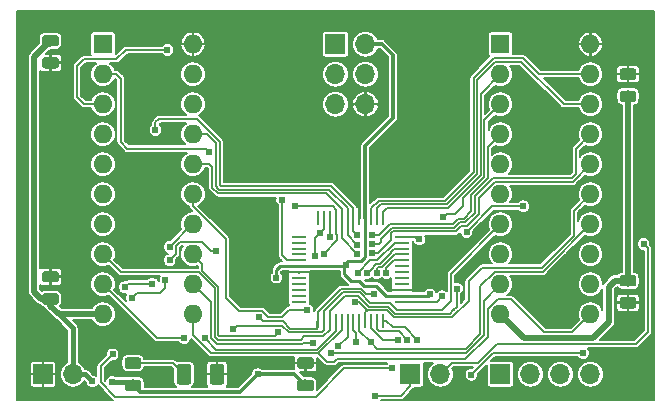
<source format=gtl>
G04 #@! TF.GenerationSoftware,KiCad,Pcbnew,5.1.4*
G04 #@! TF.CreationDate,2019-11-08T16:48:00+01:00*
G04 #@! TF.ProjectId,AsyncDRAM,4173796e-6344-4524-914d-2e6b69636164,rev?*
G04 #@! TF.SameCoordinates,Original*
G04 #@! TF.FileFunction,Copper,L1,Top*
G04 #@! TF.FilePolarity,Positive*
%FSLAX46Y46*%
G04 Gerber Fmt 4.6, Leading zero omitted, Abs format (unit mm)*
G04 Created by KiCad (PCBNEW 5.1.4) date 2019-11-08 16:48:00*
%MOMM*%
%LPD*%
G04 APERTURE LIST*
%ADD10O,1.600000X1.600000*%
%ADD11R,1.600000X1.600000*%
%ADD12R,1.300000X0.250000*%
%ADD13R,0.250000X1.300000*%
%ADD14C,0.100000*%
%ADD15C,0.975000*%
%ADD16C,1.250000*%
%ADD17O,1.700000X1.700000*%
%ADD18R,1.700000X1.700000*%
%ADD19C,0.604800*%
%ADD20C,0.508000*%
%ADD21C,0.254000*%
%ADD22C,0.381000*%
%ADD23C,0.304800*%
%ADD24C,0.152400*%
G04 APERTURE END LIST*
D10*
X30480000Y-165100000D03*
X22860000Y-187960000D03*
X30480000Y-167640000D03*
X22860000Y-185420000D03*
X30480000Y-170180000D03*
X22860000Y-182880000D03*
X30480000Y-172720000D03*
X22860000Y-180340000D03*
X30480000Y-175260000D03*
X22860000Y-177800000D03*
X30480000Y-177800000D03*
X22860000Y-175260000D03*
X30480000Y-180340000D03*
X22860000Y-172720000D03*
X30480000Y-182880000D03*
X22860000Y-170180000D03*
X30480000Y-185420000D03*
X22860000Y-167640000D03*
X30480000Y-187960000D03*
D11*
X22860000Y-165100000D03*
D12*
X39465000Y-186900000D03*
X39465000Y-186400000D03*
X39465000Y-185900000D03*
X39465000Y-185400000D03*
X39465000Y-184900000D03*
X39465000Y-184400000D03*
X39465000Y-183900000D03*
X39465000Y-183400000D03*
X39465000Y-182900000D03*
X39465000Y-182400000D03*
X39465000Y-181900000D03*
X39465000Y-181400000D03*
D13*
X41065000Y-179800000D03*
X41565000Y-179800000D03*
X42065000Y-179800000D03*
X42565000Y-179800000D03*
X43065000Y-179800000D03*
X43565000Y-179800000D03*
X44065000Y-179800000D03*
X44565000Y-179800000D03*
X45065000Y-179800000D03*
X45565000Y-179800000D03*
X46065000Y-179800000D03*
X46565000Y-179800000D03*
D12*
X48165000Y-181400000D03*
X48165000Y-181900000D03*
X48165000Y-182400000D03*
X48165000Y-182900000D03*
X48165000Y-183400000D03*
X48165000Y-183900000D03*
X48165000Y-184400000D03*
X48165000Y-184900000D03*
X48165000Y-185400000D03*
X48165000Y-185900000D03*
X48165000Y-186400000D03*
X48165000Y-186900000D03*
D13*
X46565000Y-188500000D03*
X46065000Y-188500000D03*
X45565000Y-188500000D03*
X45065000Y-188500000D03*
X44565000Y-188500000D03*
X44065000Y-188500000D03*
X43565000Y-188500000D03*
X43065000Y-188500000D03*
X42565000Y-188500000D03*
X42065000Y-188500000D03*
X41565000Y-188500000D03*
X41065000Y-188500000D03*
D14*
G36*
X25880142Y-193491174D02*
G01*
X25903803Y-193494684D01*
X25927007Y-193500496D01*
X25949529Y-193508554D01*
X25971153Y-193518782D01*
X25991670Y-193531079D01*
X26010883Y-193545329D01*
X26028607Y-193561393D01*
X26044671Y-193579117D01*
X26058921Y-193598330D01*
X26071218Y-193618847D01*
X26081446Y-193640471D01*
X26089504Y-193662993D01*
X26095316Y-193686197D01*
X26098826Y-193709858D01*
X26100000Y-193733750D01*
X26100000Y-194221250D01*
X26098826Y-194245142D01*
X26095316Y-194268803D01*
X26089504Y-194292007D01*
X26081446Y-194314529D01*
X26071218Y-194336153D01*
X26058921Y-194356670D01*
X26044671Y-194375883D01*
X26028607Y-194393607D01*
X26010883Y-194409671D01*
X25991670Y-194423921D01*
X25971153Y-194436218D01*
X25949529Y-194446446D01*
X25927007Y-194454504D01*
X25903803Y-194460316D01*
X25880142Y-194463826D01*
X25856250Y-194465000D01*
X24943750Y-194465000D01*
X24919858Y-194463826D01*
X24896197Y-194460316D01*
X24872993Y-194454504D01*
X24850471Y-194446446D01*
X24828847Y-194436218D01*
X24808330Y-194423921D01*
X24789117Y-194409671D01*
X24771393Y-194393607D01*
X24755329Y-194375883D01*
X24741079Y-194356670D01*
X24728782Y-194336153D01*
X24718554Y-194314529D01*
X24710496Y-194292007D01*
X24704684Y-194268803D01*
X24701174Y-194245142D01*
X24700000Y-194221250D01*
X24700000Y-193733750D01*
X24701174Y-193709858D01*
X24704684Y-193686197D01*
X24710496Y-193662993D01*
X24718554Y-193640471D01*
X24728782Y-193618847D01*
X24741079Y-193598330D01*
X24755329Y-193579117D01*
X24771393Y-193561393D01*
X24789117Y-193545329D01*
X24808330Y-193531079D01*
X24828847Y-193518782D01*
X24850471Y-193508554D01*
X24872993Y-193500496D01*
X24896197Y-193494684D01*
X24919858Y-193491174D01*
X24943750Y-193490000D01*
X25856250Y-193490000D01*
X25880142Y-193491174D01*
X25880142Y-193491174D01*
G37*
D15*
X25400000Y-193977500D03*
D14*
G36*
X25880142Y-191616174D02*
G01*
X25903803Y-191619684D01*
X25927007Y-191625496D01*
X25949529Y-191633554D01*
X25971153Y-191643782D01*
X25991670Y-191656079D01*
X26010883Y-191670329D01*
X26028607Y-191686393D01*
X26044671Y-191704117D01*
X26058921Y-191723330D01*
X26071218Y-191743847D01*
X26081446Y-191765471D01*
X26089504Y-191787993D01*
X26095316Y-191811197D01*
X26098826Y-191834858D01*
X26100000Y-191858750D01*
X26100000Y-192346250D01*
X26098826Y-192370142D01*
X26095316Y-192393803D01*
X26089504Y-192417007D01*
X26081446Y-192439529D01*
X26071218Y-192461153D01*
X26058921Y-192481670D01*
X26044671Y-192500883D01*
X26028607Y-192518607D01*
X26010883Y-192534671D01*
X25991670Y-192548921D01*
X25971153Y-192561218D01*
X25949529Y-192571446D01*
X25927007Y-192579504D01*
X25903803Y-192585316D01*
X25880142Y-192588826D01*
X25856250Y-192590000D01*
X24943750Y-192590000D01*
X24919858Y-192588826D01*
X24896197Y-192585316D01*
X24872993Y-192579504D01*
X24850471Y-192571446D01*
X24828847Y-192561218D01*
X24808330Y-192548921D01*
X24789117Y-192534671D01*
X24771393Y-192518607D01*
X24755329Y-192500883D01*
X24741079Y-192481670D01*
X24728782Y-192461153D01*
X24718554Y-192439529D01*
X24710496Y-192417007D01*
X24704684Y-192393803D01*
X24701174Y-192370142D01*
X24700000Y-192346250D01*
X24700000Y-191858750D01*
X24701174Y-191834858D01*
X24704684Y-191811197D01*
X24710496Y-191787993D01*
X24718554Y-191765471D01*
X24728782Y-191743847D01*
X24741079Y-191723330D01*
X24755329Y-191704117D01*
X24771393Y-191686393D01*
X24789117Y-191670329D01*
X24808330Y-191656079D01*
X24828847Y-191643782D01*
X24850471Y-191633554D01*
X24872993Y-191625496D01*
X24896197Y-191619684D01*
X24919858Y-191616174D01*
X24943750Y-191615000D01*
X25856250Y-191615000D01*
X25880142Y-191616174D01*
X25880142Y-191616174D01*
G37*
D15*
X25400000Y-192102500D03*
D14*
G36*
X30114504Y-192166204D02*
G01*
X30138773Y-192169804D01*
X30162571Y-192175765D01*
X30185671Y-192184030D01*
X30207849Y-192194520D01*
X30228893Y-192207133D01*
X30248598Y-192221747D01*
X30266777Y-192238223D01*
X30283253Y-192256402D01*
X30297867Y-192276107D01*
X30310480Y-192297151D01*
X30320970Y-192319329D01*
X30329235Y-192342429D01*
X30335196Y-192366227D01*
X30338796Y-192390496D01*
X30340000Y-192415000D01*
X30340000Y-193665000D01*
X30338796Y-193689504D01*
X30335196Y-193713773D01*
X30329235Y-193737571D01*
X30320970Y-193760671D01*
X30310480Y-193782849D01*
X30297867Y-193803893D01*
X30283253Y-193823598D01*
X30266777Y-193841777D01*
X30248598Y-193858253D01*
X30228893Y-193872867D01*
X30207849Y-193885480D01*
X30185671Y-193895970D01*
X30162571Y-193904235D01*
X30138773Y-193910196D01*
X30114504Y-193913796D01*
X30090000Y-193915000D01*
X29340000Y-193915000D01*
X29315496Y-193913796D01*
X29291227Y-193910196D01*
X29267429Y-193904235D01*
X29244329Y-193895970D01*
X29222151Y-193885480D01*
X29201107Y-193872867D01*
X29181402Y-193858253D01*
X29163223Y-193841777D01*
X29146747Y-193823598D01*
X29132133Y-193803893D01*
X29119520Y-193782849D01*
X29109030Y-193760671D01*
X29100765Y-193737571D01*
X29094804Y-193713773D01*
X29091204Y-193689504D01*
X29090000Y-193665000D01*
X29090000Y-192415000D01*
X29091204Y-192390496D01*
X29094804Y-192366227D01*
X29100765Y-192342429D01*
X29109030Y-192319329D01*
X29119520Y-192297151D01*
X29132133Y-192276107D01*
X29146747Y-192256402D01*
X29163223Y-192238223D01*
X29181402Y-192221747D01*
X29201107Y-192207133D01*
X29222151Y-192194520D01*
X29244329Y-192184030D01*
X29267429Y-192175765D01*
X29291227Y-192169804D01*
X29315496Y-192166204D01*
X29340000Y-192165000D01*
X30090000Y-192165000D01*
X30114504Y-192166204D01*
X30114504Y-192166204D01*
G37*
D16*
X29715000Y-193040000D03*
D14*
G36*
X32914504Y-192166204D02*
G01*
X32938773Y-192169804D01*
X32962571Y-192175765D01*
X32985671Y-192184030D01*
X33007849Y-192194520D01*
X33028893Y-192207133D01*
X33048598Y-192221747D01*
X33066777Y-192238223D01*
X33083253Y-192256402D01*
X33097867Y-192276107D01*
X33110480Y-192297151D01*
X33120970Y-192319329D01*
X33129235Y-192342429D01*
X33135196Y-192366227D01*
X33138796Y-192390496D01*
X33140000Y-192415000D01*
X33140000Y-193665000D01*
X33138796Y-193689504D01*
X33135196Y-193713773D01*
X33129235Y-193737571D01*
X33120970Y-193760671D01*
X33110480Y-193782849D01*
X33097867Y-193803893D01*
X33083253Y-193823598D01*
X33066777Y-193841777D01*
X33048598Y-193858253D01*
X33028893Y-193872867D01*
X33007849Y-193885480D01*
X32985671Y-193895970D01*
X32962571Y-193904235D01*
X32938773Y-193910196D01*
X32914504Y-193913796D01*
X32890000Y-193915000D01*
X32140000Y-193915000D01*
X32115496Y-193913796D01*
X32091227Y-193910196D01*
X32067429Y-193904235D01*
X32044329Y-193895970D01*
X32022151Y-193885480D01*
X32001107Y-193872867D01*
X31981402Y-193858253D01*
X31963223Y-193841777D01*
X31946747Y-193823598D01*
X31932133Y-193803893D01*
X31919520Y-193782849D01*
X31909030Y-193760671D01*
X31900765Y-193737571D01*
X31894804Y-193713773D01*
X31891204Y-193689504D01*
X31890000Y-193665000D01*
X31890000Y-192415000D01*
X31891204Y-192390496D01*
X31894804Y-192366227D01*
X31900765Y-192342429D01*
X31909030Y-192319329D01*
X31919520Y-192297151D01*
X31932133Y-192276107D01*
X31946747Y-192256402D01*
X31963223Y-192238223D01*
X31981402Y-192221747D01*
X32001107Y-192207133D01*
X32022151Y-192194520D01*
X32044329Y-192184030D01*
X32067429Y-192175765D01*
X32091227Y-192169804D01*
X32115496Y-192166204D01*
X32140000Y-192165000D01*
X32890000Y-192165000D01*
X32914504Y-192166204D01*
X32914504Y-192166204D01*
G37*
D16*
X32515000Y-193040000D03*
D17*
X20320000Y-193040000D03*
D18*
X17780000Y-193040000D03*
D17*
X45085000Y-170180000D03*
X42545000Y-170180000D03*
X45085000Y-167640000D03*
X42545000Y-167640000D03*
X45085000Y-165100000D03*
D18*
X42545000Y-165100000D03*
D17*
X64135000Y-193040000D03*
X61595000Y-193040000D03*
X59055000Y-193040000D03*
D18*
X56515000Y-193040000D03*
D17*
X51435000Y-193040000D03*
D18*
X48895000Y-193040000D03*
D14*
G36*
X67790142Y-169028674D02*
G01*
X67813803Y-169032184D01*
X67837007Y-169037996D01*
X67859529Y-169046054D01*
X67881153Y-169056282D01*
X67901670Y-169068579D01*
X67920883Y-169082829D01*
X67938607Y-169098893D01*
X67954671Y-169116617D01*
X67968921Y-169135830D01*
X67981218Y-169156347D01*
X67991446Y-169177971D01*
X67999504Y-169200493D01*
X68005316Y-169223697D01*
X68008826Y-169247358D01*
X68010000Y-169271250D01*
X68010000Y-169758750D01*
X68008826Y-169782642D01*
X68005316Y-169806303D01*
X67999504Y-169829507D01*
X67991446Y-169852029D01*
X67981218Y-169873653D01*
X67968921Y-169894170D01*
X67954671Y-169913383D01*
X67938607Y-169931107D01*
X67920883Y-169947171D01*
X67901670Y-169961421D01*
X67881153Y-169973718D01*
X67859529Y-169983946D01*
X67837007Y-169992004D01*
X67813803Y-169997816D01*
X67790142Y-170001326D01*
X67766250Y-170002500D01*
X66853750Y-170002500D01*
X66829858Y-170001326D01*
X66806197Y-169997816D01*
X66782993Y-169992004D01*
X66760471Y-169983946D01*
X66738847Y-169973718D01*
X66718330Y-169961421D01*
X66699117Y-169947171D01*
X66681393Y-169931107D01*
X66665329Y-169913383D01*
X66651079Y-169894170D01*
X66638782Y-169873653D01*
X66628554Y-169852029D01*
X66620496Y-169829507D01*
X66614684Y-169806303D01*
X66611174Y-169782642D01*
X66610000Y-169758750D01*
X66610000Y-169271250D01*
X66611174Y-169247358D01*
X66614684Y-169223697D01*
X66620496Y-169200493D01*
X66628554Y-169177971D01*
X66638782Y-169156347D01*
X66651079Y-169135830D01*
X66665329Y-169116617D01*
X66681393Y-169098893D01*
X66699117Y-169082829D01*
X66718330Y-169068579D01*
X66738847Y-169056282D01*
X66760471Y-169046054D01*
X66782993Y-169037996D01*
X66806197Y-169032184D01*
X66829858Y-169028674D01*
X66853750Y-169027500D01*
X67766250Y-169027500D01*
X67790142Y-169028674D01*
X67790142Y-169028674D01*
G37*
D15*
X67310000Y-169515000D03*
D14*
G36*
X67790142Y-167153674D02*
G01*
X67813803Y-167157184D01*
X67837007Y-167162996D01*
X67859529Y-167171054D01*
X67881153Y-167181282D01*
X67901670Y-167193579D01*
X67920883Y-167207829D01*
X67938607Y-167223893D01*
X67954671Y-167241617D01*
X67968921Y-167260830D01*
X67981218Y-167281347D01*
X67991446Y-167302971D01*
X67999504Y-167325493D01*
X68005316Y-167348697D01*
X68008826Y-167372358D01*
X68010000Y-167396250D01*
X68010000Y-167883750D01*
X68008826Y-167907642D01*
X68005316Y-167931303D01*
X67999504Y-167954507D01*
X67991446Y-167977029D01*
X67981218Y-167998653D01*
X67968921Y-168019170D01*
X67954671Y-168038383D01*
X67938607Y-168056107D01*
X67920883Y-168072171D01*
X67901670Y-168086421D01*
X67881153Y-168098718D01*
X67859529Y-168108946D01*
X67837007Y-168117004D01*
X67813803Y-168122816D01*
X67790142Y-168126326D01*
X67766250Y-168127500D01*
X66853750Y-168127500D01*
X66829858Y-168126326D01*
X66806197Y-168122816D01*
X66782993Y-168117004D01*
X66760471Y-168108946D01*
X66738847Y-168098718D01*
X66718330Y-168086421D01*
X66699117Y-168072171D01*
X66681393Y-168056107D01*
X66665329Y-168038383D01*
X66651079Y-168019170D01*
X66638782Y-167998653D01*
X66628554Y-167977029D01*
X66620496Y-167954507D01*
X66614684Y-167931303D01*
X66611174Y-167907642D01*
X66610000Y-167883750D01*
X66610000Y-167396250D01*
X66611174Y-167372358D01*
X66614684Y-167348697D01*
X66620496Y-167325493D01*
X66628554Y-167302971D01*
X66638782Y-167281347D01*
X66651079Y-167260830D01*
X66665329Y-167241617D01*
X66681393Y-167223893D01*
X66699117Y-167207829D01*
X66718330Y-167193579D01*
X66738847Y-167181282D01*
X66760471Y-167171054D01*
X66782993Y-167162996D01*
X66806197Y-167157184D01*
X66829858Y-167153674D01*
X66853750Y-167152500D01*
X67766250Y-167152500D01*
X67790142Y-167153674D01*
X67790142Y-167153674D01*
G37*
D15*
X67310000Y-167640000D03*
D14*
G36*
X18895142Y-164311174D02*
G01*
X18918803Y-164314684D01*
X18942007Y-164320496D01*
X18964529Y-164328554D01*
X18986153Y-164338782D01*
X19006670Y-164351079D01*
X19025883Y-164365329D01*
X19043607Y-164381393D01*
X19059671Y-164399117D01*
X19073921Y-164418330D01*
X19086218Y-164438847D01*
X19096446Y-164460471D01*
X19104504Y-164482993D01*
X19110316Y-164506197D01*
X19113826Y-164529858D01*
X19115000Y-164553750D01*
X19115000Y-165041250D01*
X19113826Y-165065142D01*
X19110316Y-165088803D01*
X19104504Y-165112007D01*
X19096446Y-165134529D01*
X19086218Y-165156153D01*
X19073921Y-165176670D01*
X19059671Y-165195883D01*
X19043607Y-165213607D01*
X19025883Y-165229671D01*
X19006670Y-165243921D01*
X18986153Y-165256218D01*
X18964529Y-165266446D01*
X18942007Y-165274504D01*
X18918803Y-165280316D01*
X18895142Y-165283826D01*
X18871250Y-165285000D01*
X17958750Y-165285000D01*
X17934858Y-165283826D01*
X17911197Y-165280316D01*
X17887993Y-165274504D01*
X17865471Y-165266446D01*
X17843847Y-165256218D01*
X17823330Y-165243921D01*
X17804117Y-165229671D01*
X17786393Y-165213607D01*
X17770329Y-165195883D01*
X17756079Y-165176670D01*
X17743782Y-165156153D01*
X17733554Y-165134529D01*
X17725496Y-165112007D01*
X17719684Y-165088803D01*
X17716174Y-165065142D01*
X17715000Y-165041250D01*
X17715000Y-164553750D01*
X17716174Y-164529858D01*
X17719684Y-164506197D01*
X17725496Y-164482993D01*
X17733554Y-164460471D01*
X17743782Y-164438847D01*
X17756079Y-164418330D01*
X17770329Y-164399117D01*
X17786393Y-164381393D01*
X17804117Y-164365329D01*
X17823330Y-164351079D01*
X17843847Y-164338782D01*
X17865471Y-164328554D01*
X17887993Y-164320496D01*
X17911197Y-164314684D01*
X17934858Y-164311174D01*
X17958750Y-164310000D01*
X18871250Y-164310000D01*
X18895142Y-164311174D01*
X18895142Y-164311174D01*
G37*
D15*
X18415000Y-164797500D03*
D14*
G36*
X18895142Y-166186174D02*
G01*
X18918803Y-166189684D01*
X18942007Y-166195496D01*
X18964529Y-166203554D01*
X18986153Y-166213782D01*
X19006670Y-166226079D01*
X19025883Y-166240329D01*
X19043607Y-166256393D01*
X19059671Y-166274117D01*
X19073921Y-166293330D01*
X19086218Y-166313847D01*
X19096446Y-166335471D01*
X19104504Y-166357993D01*
X19110316Y-166381197D01*
X19113826Y-166404858D01*
X19115000Y-166428750D01*
X19115000Y-166916250D01*
X19113826Y-166940142D01*
X19110316Y-166963803D01*
X19104504Y-166987007D01*
X19096446Y-167009529D01*
X19086218Y-167031153D01*
X19073921Y-167051670D01*
X19059671Y-167070883D01*
X19043607Y-167088607D01*
X19025883Y-167104671D01*
X19006670Y-167118921D01*
X18986153Y-167131218D01*
X18964529Y-167141446D01*
X18942007Y-167149504D01*
X18918803Y-167155316D01*
X18895142Y-167158826D01*
X18871250Y-167160000D01*
X17958750Y-167160000D01*
X17934858Y-167158826D01*
X17911197Y-167155316D01*
X17887993Y-167149504D01*
X17865471Y-167141446D01*
X17843847Y-167131218D01*
X17823330Y-167118921D01*
X17804117Y-167104671D01*
X17786393Y-167088607D01*
X17770329Y-167070883D01*
X17756079Y-167051670D01*
X17743782Y-167031153D01*
X17733554Y-167009529D01*
X17725496Y-166987007D01*
X17719684Y-166963803D01*
X17716174Y-166940142D01*
X17715000Y-166916250D01*
X17715000Y-166428750D01*
X17716174Y-166404858D01*
X17719684Y-166381197D01*
X17725496Y-166357993D01*
X17733554Y-166335471D01*
X17743782Y-166313847D01*
X17756079Y-166293330D01*
X17770329Y-166274117D01*
X17786393Y-166256393D01*
X17804117Y-166240329D01*
X17823330Y-166226079D01*
X17843847Y-166213782D01*
X17865471Y-166203554D01*
X17887993Y-166195496D01*
X17911197Y-166189684D01*
X17934858Y-166186174D01*
X17958750Y-166185000D01*
X18871250Y-166185000D01*
X18895142Y-166186174D01*
X18895142Y-166186174D01*
G37*
D15*
X18415000Y-166672500D03*
D14*
G36*
X67790142Y-186506174D02*
G01*
X67813803Y-186509684D01*
X67837007Y-186515496D01*
X67859529Y-186523554D01*
X67881153Y-186533782D01*
X67901670Y-186546079D01*
X67920883Y-186560329D01*
X67938607Y-186576393D01*
X67954671Y-186594117D01*
X67968921Y-186613330D01*
X67981218Y-186633847D01*
X67991446Y-186655471D01*
X67999504Y-186677993D01*
X68005316Y-186701197D01*
X68008826Y-186724858D01*
X68010000Y-186748750D01*
X68010000Y-187236250D01*
X68008826Y-187260142D01*
X68005316Y-187283803D01*
X67999504Y-187307007D01*
X67991446Y-187329529D01*
X67981218Y-187351153D01*
X67968921Y-187371670D01*
X67954671Y-187390883D01*
X67938607Y-187408607D01*
X67920883Y-187424671D01*
X67901670Y-187438921D01*
X67881153Y-187451218D01*
X67859529Y-187461446D01*
X67837007Y-187469504D01*
X67813803Y-187475316D01*
X67790142Y-187478826D01*
X67766250Y-187480000D01*
X66853750Y-187480000D01*
X66829858Y-187478826D01*
X66806197Y-187475316D01*
X66782993Y-187469504D01*
X66760471Y-187461446D01*
X66738847Y-187451218D01*
X66718330Y-187438921D01*
X66699117Y-187424671D01*
X66681393Y-187408607D01*
X66665329Y-187390883D01*
X66651079Y-187371670D01*
X66638782Y-187351153D01*
X66628554Y-187329529D01*
X66620496Y-187307007D01*
X66614684Y-187283803D01*
X66611174Y-187260142D01*
X66610000Y-187236250D01*
X66610000Y-186748750D01*
X66611174Y-186724858D01*
X66614684Y-186701197D01*
X66620496Y-186677993D01*
X66628554Y-186655471D01*
X66638782Y-186633847D01*
X66651079Y-186613330D01*
X66665329Y-186594117D01*
X66681393Y-186576393D01*
X66699117Y-186560329D01*
X66718330Y-186546079D01*
X66738847Y-186533782D01*
X66760471Y-186523554D01*
X66782993Y-186515496D01*
X66806197Y-186509684D01*
X66829858Y-186506174D01*
X66853750Y-186505000D01*
X67766250Y-186505000D01*
X67790142Y-186506174D01*
X67790142Y-186506174D01*
G37*
D15*
X67310000Y-186992500D03*
D14*
G36*
X67790142Y-184631174D02*
G01*
X67813803Y-184634684D01*
X67837007Y-184640496D01*
X67859529Y-184648554D01*
X67881153Y-184658782D01*
X67901670Y-184671079D01*
X67920883Y-184685329D01*
X67938607Y-184701393D01*
X67954671Y-184719117D01*
X67968921Y-184738330D01*
X67981218Y-184758847D01*
X67991446Y-184780471D01*
X67999504Y-184802993D01*
X68005316Y-184826197D01*
X68008826Y-184849858D01*
X68010000Y-184873750D01*
X68010000Y-185361250D01*
X68008826Y-185385142D01*
X68005316Y-185408803D01*
X67999504Y-185432007D01*
X67991446Y-185454529D01*
X67981218Y-185476153D01*
X67968921Y-185496670D01*
X67954671Y-185515883D01*
X67938607Y-185533607D01*
X67920883Y-185549671D01*
X67901670Y-185563921D01*
X67881153Y-185576218D01*
X67859529Y-185586446D01*
X67837007Y-185594504D01*
X67813803Y-185600316D01*
X67790142Y-185603826D01*
X67766250Y-185605000D01*
X66853750Y-185605000D01*
X66829858Y-185603826D01*
X66806197Y-185600316D01*
X66782993Y-185594504D01*
X66760471Y-185586446D01*
X66738847Y-185576218D01*
X66718330Y-185563921D01*
X66699117Y-185549671D01*
X66681393Y-185533607D01*
X66665329Y-185515883D01*
X66651079Y-185496670D01*
X66638782Y-185476153D01*
X66628554Y-185454529D01*
X66620496Y-185432007D01*
X66614684Y-185408803D01*
X66611174Y-185385142D01*
X66610000Y-185361250D01*
X66610000Y-184873750D01*
X66611174Y-184849858D01*
X66614684Y-184826197D01*
X66620496Y-184802993D01*
X66628554Y-184780471D01*
X66638782Y-184758847D01*
X66651079Y-184738330D01*
X66665329Y-184719117D01*
X66681393Y-184701393D01*
X66699117Y-184685329D01*
X66718330Y-184671079D01*
X66738847Y-184658782D01*
X66760471Y-184648554D01*
X66782993Y-184640496D01*
X66806197Y-184634684D01*
X66829858Y-184631174D01*
X66853750Y-184630000D01*
X67766250Y-184630000D01*
X67790142Y-184631174D01*
X67790142Y-184631174D01*
G37*
D15*
X67310000Y-185117500D03*
D14*
G36*
X40485142Y-193491174D02*
G01*
X40508803Y-193494684D01*
X40532007Y-193500496D01*
X40554529Y-193508554D01*
X40576153Y-193518782D01*
X40596670Y-193531079D01*
X40615883Y-193545329D01*
X40633607Y-193561393D01*
X40649671Y-193579117D01*
X40663921Y-193598330D01*
X40676218Y-193618847D01*
X40686446Y-193640471D01*
X40694504Y-193662993D01*
X40700316Y-193686197D01*
X40703826Y-193709858D01*
X40705000Y-193733750D01*
X40705000Y-194221250D01*
X40703826Y-194245142D01*
X40700316Y-194268803D01*
X40694504Y-194292007D01*
X40686446Y-194314529D01*
X40676218Y-194336153D01*
X40663921Y-194356670D01*
X40649671Y-194375883D01*
X40633607Y-194393607D01*
X40615883Y-194409671D01*
X40596670Y-194423921D01*
X40576153Y-194436218D01*
X40554529Y-194446446D01*
X40532007Y-194454504D01*
X40508803Y-194460316D01*
X40485142Y-194463826D01*
X40461250Y-194465000D01*
X39548750Y-194465000D01*
X39524858Y-194463826D01*
X39501197Y-194460316D01*
X39477993Y-194454504D01*
X39455471Y-194446446D01*
X39433847Y-194436218D01*
X39413330Y-194423921D01*
X39394117Y-194409671D01*
X39376393Y-194393607D01*
X39360329Y-194375883D01*
X39346079Y-194356670D01*
X39333782Y-194336153D01*
X39323554Y-194314529D01*
X39315496Y-194292007D01*
X39309684Y-194268803D01*
X39306174Y-194245142D01*
X39305000Y-194221250D01*
X39305000Y-193733750D01*
X39306174Y-193709858D01*
X39309684Y-193686197D01*
X39315496Y-193662993D01*
X39323554Y-193640471D01*
X39333782Y-193618847D01*
X39346079Y-193598330D01*
X39360329Y-193579117D01*
X39376393Y-193561393D01*
X39394117Y-193545329D01*
X39413330Y-193531079D01*
X39433847Y-193518782D01*
X39455471Y-193508554D01*
X39477993Y-193500496D01*
X39501197Y-193494684D01*
X39524858Y-193491174D01*
X39548750Y-193490000D01*
X40461250Y-193490000D01*
X40485142Y-193491174D01*
X40485142Y-193491174D01*
G37*
D15*
X40005000Y-193977500D03*
D14*
G36*
X40485142Y-191616174D02*
G01*
X40508803Y-191619684D01*
X40532007Y-191625496D01*
X40554529Y-191633554D01*
X40576153Y-191643782D01*
X40596670Y-191656079D01*
X40615883Y-191670329D01*
X40633607Y-191686393D01*
X40649671Y-191704117D01*
X40663921Y-191723330D01*
X40676218Y-191743847D01*
X40686446Y-191765471D01*
X40694504Y-191787993D01*
X40700316Y-191811197D01*
X40703826Y-191834858D01*
X40705000Y-191858750D01*
X40705000Y-192346250D01*
X40703826Y-192370142D01*
X40700316Y-192393803D01*
X40694504Y-192417007D01*
X40686446Y-192439529D01*
X40676218Y-192461153D01*
X40663921Y-192481670D01*
X40649671Y-192500883D01*
X40633607Y-192518607D01*
X40615883Y-192534671D01*
X40596670Y-192548921D01*
X40576153Y-192561218D01*
X40554529Y-192571446D01*
X40532007Y-192579504D01*
X40508803Y-192585316D01*
X40485142Y-192588826D01*
X40461250Y-192590000D01*
X39548750Y-192590000D01*
X39524858Y-192588826D01*
X39501197Y-192585316D01*
X39477993Y-192579504D01*
X39455471Y-192571446D01*
X39433847Y-192561218D01*
X39413330Y-192548921D01*
X39394117Y-192534671D01*
X39376393Y-192518607D01*
X39360329Y-192500883D01*
X39346079Y-192481670D01*
X39333782Y-192461153D01*
X39323554Y-192439529D01*
X39315496Y-192417007D01*
X39309684Y-192393803D01*
X39306174Y-192370142D01*
X39305000Y-192346250D01*
X39305000Y-191858750D01*
X39306174Y-191834858D01*
X39309684Y-191811197D01*
X39315496Y-191787993D01*
X39323554Y-191765471D01*
X39333782Y-191743847D01*
X39346079Y-191723330D01*
X39360329Y-191704117D01*
X39376393Y-191686393D01*
X39394117Y-191670329D01*
X39413330Y-191656079D01*
X39433847Y-191643782D01*
X39455471Y-191633554D01*
X39477993Y-191625496D01*
X39501197Y-191619684D01*
X39524858Y-191616174D01*
X39548750Y-191615000D01*
X40461250Y-191615000D01*
X40485142Y-191616174D01*
X40485142Y-191616174D01*
G37*
D15*
X40005000Y-192102500D03*
D14*
G36*
X18895142Y-184298674D02*
G01*
X18918803Y-184302184D01*
X18942007Y-184307996D01*
X18964529Y-184316054D01*
X18986153Y-184326282D01*
X19006670Y-184338579D01*
X19025883Y-184352829D01*
X19043607Y-184368893D01*
X19059671Y-184386617D01*
X19073921Y-184405830D01*
X19086218Y-184426347D01*
X19096446Y-184447971D01*
X19104504Y-184470493D01*
X19110316Y-184493697D01*
X19113826Y-184517358D01*
X19115000Y-184541250D01*
X19115000Y-185028750D01*
X19113826Y-185052642D01*
X19110316Y-185076303D01*
X19104504Y-185099507D01*
X19096446Y-185122029D01*
X19086218Y-185143653D01*
X19073921Y-185164170D01*
X19059671Y-185183383D01*
X19043607Y-185201107D01*
X19025883Y-185217171D01*
X19006670Y-185231421D01*
X18986153Y-185243718D01*
X18964529Y-185253946D01*
X18942007Y-185262004D01*
X18918803Y-185267816D01*
X18895142Y-185271326D01*
X18871250Y-185272500D01*
X17958750Y-185272500D01*
X17934858Y-185271326D01*
X17911197Y-185267816D01*
X17887993Y-185262004D01*
X17865471Y-185253946D01*
X17843847Y-185243718D01*
X17823330Y-185231421D01*
X17804117Y-185217171D01*
X17786393Y-185201107D01*
X17770329Y-185183383D01*
X17756079Y-185164170D01*
X17743782Y-185143653D01*
X17733554Y-185122029D01*
X17725496Y-185099507D01*
X17719684Y-185076303D01*
X17716174Y-185052642D01*
X17715000Y-185028750D01*
X17715000Y-184541250D01*
X17716174Y-184517358D01*
X17719684Y-184493697D01*
X17725496Y-184470493D01*
X17733554Y-184447971D01*
X17743782Y-184426347D01*
X17756079Y-184405830D01*
X17770329Y-184386617D01*
X17786393Y-184368893D01*
X17804117Y-184352829D01*
X17823330Y-184338579D01*
X17843847Y-184326282D01*
X17865471Y-184316054D01*
X17887993Y-184307996D01*
X17911197Y-184302184D01*
X17934858Y-184298674D01*
X17958750Y-184297500D01*
X18871250Y-184297500D01*
X18895142Y-184298674D01*
X18895142Y-184298674D01*
G37*
D15*
X18415000Y-184785000D03*
D14*
G36*
X18895142Y-186173674D02*
G01*
X18918803Y-186177184D01*
X18942007Y-186182996D01*
X18964529Y-186191054D01*
X18986153Y-186201282D01*
X19006670Y-186213579D01*
X19025883Y-186227829D01*
X19043607Y-186243893D01*
X19059671Y-186261617D01*
X19073921Y-186280830D01*
X19086218Y-186301347D01*
X19096446Y-186322971D01*
X19104504Y-186345493D01*
X19110316Y-186368697D01*
X19113826Y-186392358D01*
X19115000Y-186416250D01*
X19115000Y-186903750D01*
X19113826Y-186927642D01*
X19110316Y-186951303D01*
X19104504Y-186974507D01*
X19096446Y-186997029D01*
X19086218Y-187018653D01*
X19073921Y-187039170D01*
X19059671Y-187058383D01*
X19043607Y-187076107D01*
X19025883Y-187092171D01*
X19006670Y-187106421D01*
X18986153Y-187118718D01*
X18964529Y-187128946D01*
X18942007Y-187137004D01*
X18918803Y-187142816D01*
X18895142Y-187146326D01*
X18871250Y-187147500D01*
X17958750Y-187147500D01*
X17934858Y-187146326D01*
X17911197Y-187142816D01*
X17887993Y-187137004D01*
X17865471Y-187128946D01*
X17843847Y-187118718D01*
X17823330Y-187106421D01*
X17804117Y-187092171D01*
X17786393Y-187076107D01*
X17770329Y-187058383D01*
X17756079Y-187039170D01*
X17743782Y-187018653D01*
X17733554Y-186997029D01*
X17725496Y-186974507D01*
X17719684Y-186951303D01*
X17716174Y-186927642D01*
X17715000Y-186903750D01*
X17715000Y-186416250D01*
X17716174Y-186392358D01*
X17719684Y-186368697D01*
X17725496Y-186345493D01*
X17733554Y-186322971D01*
X17743782Y-186301347D01*
X17756079Y-186280830D01*
X17770329Y-186261617D01*
X17786393Y-186243893D01*
X17804117Y-186227829D01*
X17823330Y-186213579D01*
X17843847Y-186201282D01*
X17865471Y-186191054D01*
X17887993Y-186182996D01*
X17911197Y-186177184D01*
X17934858Y-186173674D01*
X17958750Y-186172500D01*
X18871250Y-186172500D01*
X18895142Y-186173674D01*
X18895142Y-186173674D01*
G37*
D15*
X18415000Y-186660000D03*
D10*
X64135000Y-165100000D03*
X56515000Y-187960000D03*
X64135000Y-167640000D03*
X56515000Y-185420000D03*
X64135000Y-170180000D03*
X56515000Y-182880000D03*
X64135000Y-172720000D03*
X56515000Y-180340000D03*
X64135000Y-175260000D03*
X56515000Y-177800000D03*
X64135000Y-177800000D03*
X56515000Y-175260000D03*
X64135000Y-180340000D03*
X56515000Y-172720000D03*
X64135000Y-182880000D03*
X56515000Y-170180000D03*
X64135000Y-185420000D03*
X56515000Y-167640000D03*
X64135000Y-187960000D03*
D11*
X56515000Y-165100000D03*
D19*
X23622000Y-193700400D03*
X21945600Y-193649600D03*
X50546000Y-186283600D03*
X37541200Y-184861200D03*
X35966400Y-193040000D03*
X43459400Y-183769000D03*
X44424600Y-184454800D03*
X45212000Y-184480200D03*
X46024800Y-184480200D03*
X31877000Y-174244000D03*
X46837600Y-184480200D03*
X49657000Y-181610000D03*
X41198800Y-181102000D03*
X68630800Y-182016400D03*
X53644800Y-181000400D03*
X40792400Y-183032400D03*
X58445400Y-178828700D03*
X28143200Y-185064400D03*
X25298400Y-186588400D03*
X45923200Y-194868800D03*
X28498800Y-183388000D03*
X32461200Y-182575200D03*
X42062400Y-181457600D03*
X51562000Y-186436000D03*
X49466500Y-190119000D03*
X48641000Y-190119000D03*
X47815500Y-190119000D03*
X44196000Y-186944000D03*
X40132000Y-187579000D03*
X47345600Y-192532000D03*
X45516800Y-190296800D03*
X23672800Y-191363600D03*
X24688800Y-185674000D03*
X27023199Y-185371601D03*
X28498800Y-182270400D03*
X63500000Y-191262000D03*
X44297600Y-190296800D03*
X37719000Y-189484000D03*
X54051200Y-193090800D03*
X40640000Y-190373000D03*
X42799000Y-190627000D03*
X29718000Y-189992000D03*
X31496000Y-189992000D03*
X42164000Y-191262000D03*
X52832000Y-185801000D03*
X33909000Y-189230000D03*
X36068000Y-188214000D03*
X45821600Y-186232800D03*
X41554400Y-182829200D03*
X28321000Y-165582600D03*
X51663600Y-179755800D03*
X39116000Y-178841400D03*
X44399200Y-182880000D03*
X45669200Y-182778400D03*
X44399200Y-182067200D03*
X45669200Y-182016400D03*
X44399200Y-181254400D03*
X45669200Y-181254400D03*
X27305000Y-172364400D03*
X38023800Y-178257200D03*
D20*
X21728630Y-187960000D02*
X22860000Y-187960000D01*
X18415000Y-187247500D02*
X19127500Y-187960000D01*
X19127500Y-187960000D02*
X21728630Y-187960000D01*
X18415000Y-186660000D02*
X18415000Y-187247500D01*
X67310000Y-184530000D02*
X67310000Y-169515000D01*
X67310000Y-185117500D02*
X67310000Y-184530000D01*
X17018000Y-186063000D02*
X17018000Y-166194500D01*
X17018000Y-166194500D02*
X18415000Y-164797500D01*
X18415000Y-186660000D02*
X17615000Y-186660000D01*
X17615000Y-186660000D02*
X17018000Y-186063000D01*
D21*
X50429600Y-186400000D02*
X48165000Y-186400000D01*
X50546000Y-186283600D02*
X50429600Y-186400000D01*
D22*
X20320000Y-189152500D02*
X19127500Y-187960000D01*
X20320000Y-193040000D02*
X20320000Y-189152500D01*
D21*
X37541200Y-184200800D02*
X37541200Y-184861200D01*
X39465000Y-183900000D02*
X37842000Y-183900000D01*
X37842000Y-183900000D02*
X37541200Y-184200800D01*
D22*
X21336000Y-193040000D02*
X21945600Y-193649600D01*
X20320000Y-193040000D02*
X21336000Y-193040000D01*
X25122900Y-193700400D02*
X25400000Y-193977500D01*
X23622000Y-193700400D02*
X25122900Y-193700400D01*
D20*
X58547000Y-189992000D02*
X64312800Y-189992000D01*
X66190100Y-185117500D02*
X67310000Y-185117500D01*
X64312800Y-189992000D02*
X65684400Y-188620400D01*
X56515000Y-187960000D02*
X58547000Y-189992000D01*
X65684400Y-188620400D02*
X65684400Y-185623200D01*
X65684400Y-185623200D02*
X66190100Y-185117500D01*
D21*
X39465000Y-183900000D02*
X43328400Y-183900000D01*
X43328400Y-183900000D02*
X43459400Y-183769000D01*
X43459400Y-183769000D02*
X43459400Y-183769000D01*
X43639599Y-183461801D02*
X43459400Y-183642000D01*
X44678465Y-183461801D02*
X43639599Y-183461801D01*
X45065000Y-179800000D02*
X45065000Y-183075266D01*
X43459400Y-183642000D02*
X43459400Y-183769000D01*
X45065000Y-183075266D02*
X44678465Y-183461801D01*
X43307000Y-184581800D02*
X43307000Y-183921400D01*
X46827000Y-186400000D02*
X45974000Y-185547000D01*
X44544306Y-185115200D02*
X43840400Y-185115200D01*
X48165000Y-186400000D02*
X46827000Y-186400000D01*
X45974000Y-185547000D02*
X44976106Y-185547000D01*
X43307000Y-183921400D02*
X43459400Y-183769000D01*
X43840400Y-185115200D02*
X43307000Y-184581800D01*
X44976106Y-185547000D02*
X44544306Y-185115200D01*
D23*
X45065000Y-179800000D02*
X45065000Y-173679800D01*
X45065000Y-173679800D02*
X47396400Y-171348400D01*
X47396400Y-171348400D02*
X47396400Y-166039800D01*
X46456600Y-165100000D02*
X45085000Y-165100000D01*
X47396400Y-166039800D02*
X46456600Y-165100000D01*
X39067500Y-193040000D02*
X35966400Y-193040000D01*
X40005000Y-193977500D02*
X39067500Y-193040000D01*
X25956237Y-194533737D02*
X25400000Y-193977500D01*
X34472663Y-194533737D02*
X25956237Y-194533737D01*
X35966400Y-193040000D02*
X34472663Y-194533737D01*
D24*
X47547452Y-181900000D02*
X46059452Y-183388000D01*
X48165000Y-181900000D02*
X47547452Y-181900000D01*
X45491400Y-183388000D02*
X44424600Y-184454800D01*
X46059452Y-183388000D02*
X45491400Y-183388000D01*
X47478518Y-182400000D02*
X47218600Y-182659918D01*
X47218600Y-182797786D02*
X46323576Y-183692810D01*
X47218600Y-182659918D02*
X47218600Y-182797786D01*
X45514399Y-184177801D02*
X45212000Y-184480200D01*
X45999390Y-183692810D02*
X45514399Y-184177801D01*
X48165000Y-182400000D02*
X47478518Y-182400000D01*
X46323576Y-183692810D02*
X45999390Y-183692810D01*
X48165000Y-182900000D02*
X47547452Y-182900000D01*
X31574601Y-173941601D02*
X31877000Y-174244000D01*
X23991370Y-167640000D02*
X24358600Y-168007230D01*
X24358600Y-173405800D02*
X24894401Y-173941601D01*
X22860000Y-167640000D02*
X23991370Y-167640000D01*
X24358600Y-168007230D02*
X24358600Y-173405800D01*
X24894401Y-173941601D02*
X31574601Y-173941601D01*
X47547452Y-182900000D02*
X46449833Y-183997619D01*
X46449833Y-183997619D02*
X46125647Y-183997619D01*
X46125647Y-183997619D02*
X46024433Y-184098833D01*
X46024800Y-184099200D02*
X46024800Y-184480200D01*
X46024433Y-184098833D02*
X46024800Y-184099200D01*
X46837600Y-184052542D02*
X46837600Y-184480200D01*
X46837600Y-184040918D02*
X46837600Y-184052542D01*
X47478518Y-183400000D02*
X46837600Y-184040918D01*
X48165000Y-183400000D02*
X47478518Y-183400000D01*
X54229695Y-175949509D02*
X54229696Y-167971908D01*
X59765466Y-167640000D02*
X64135000Y-167640000D01*
X58393857Y-166268391D02*
X59765466Y-167640000D01*
X55933214Y-166268390D02*
X58393857Y-166268391D01*
X54229696Y-167971908D02*
X55933214Y-166268390D01*
X45565000Y-178997600D02*
X46203810Y-178358790D01*
X45565000Y-179800000D02*
X45565000Y-178997600D01*
X47014657Y-178358791D02*
X51820414Y-178358790D01*
X46203810Y-178358790D02*
X47014657Y-178358791D01*
X51820414Y-178358790D02*
X54229695Y-175949509D01*
X61874400Y-170180000D02*
X64135000Y-170180000D01*
X46065000Y-178997600D02*
X46399000Y-178663600D01*
X54534504Y-176075766D02*
X54534505Y-168098165D01*
X51944835Y-178665435D02*
X54534504Y-176075766D01*
X58267600Y-166573200D02*
X61874400Y-170180000D01*
X46399000Y-178663600D02*
X51943000Y-178663600D01*
X56059470Y-166573200D02*
X58267600Y-166573200D01*
X54534505Y-168098165D02*
X56059470Y-166573200D01*
X46065000Y-179800000D02*
X46065000Y-178997600D01*
X51943000Y-178663600D02*
X51944835Y-178665435D01*
X54839314Y-169315686D02*
X56515000Y-167640000D01*
X54839314Y-176202022D02*
X54839314Y-169315686D01*
X46565000Y-179275000D02*
X46871590Y-178968410D01*
X46565000Y-179800000D02*
X46565000Y-179275000D01*
X46871590Y-178968410D02*
X50419000Y-178968410D01*
X50420834Y-178970244D02*
X50419000Y-178968410D01*
X52071092Y-178970244D02*
X50420834Y-178970244D01*
X54839314Y-176202022D02*
X52071092Y-178970244D01*
X48967400Y-181400000D02*
X48974200Y-181406800D01*
X48165000Y-181400000D02*
X48967400Y-181400000D01*
X48974200Y-181406800D02*
X49276000Y-181406800D01*
X49276000Y-181406800D02*
X49479200Y-181610000D01*
X49479200Y-181610000D02*
X49657000Y-181610000D01*
X49657000Y-181610000D02*
X49657000Y-181610000D01*
X68630800Y-182016400D02*
X68630800Y-182016400D01*
X53644800Y-181000400D02*
X53644800Y-181000400D01*
X40792400Y-181508400D02*
X41198800Y-181102000D01*
X40792400Y-183032400D02*
X40792400Y-181508400D01*
X41565000Y-180735800D02*
X41565000Y-179800000D01*
X41198800Y-181102000D02*
X41565000Y-180735800D01*
X53644800Y-181000400D02*
X55816599Y-178828601D01*
X55816599Y-178828601D02*
X57645201Y-178828601D01*
X68986400Y-182372000D02*
X68630800Y-182016400D01*
X68986400Y-189458600D02*
X68986400Y-182372000D01*
X52400189Y-192074811D02*
X54636123Y-192074811D01*
X51435000Y-193040000D02*
X52400189Y-192074811D01*
X54636123Y-192074811D02*
X56236324Y-190474610D01*
X56236324Y-190474610D02*
X67970390Y-190474610D01*
X67970390Y-190474610D02*
X68986400Y-189458600D01*
X57645300Y-178828700D02*
X58445400Y-178828700D01*
X57645201Y-178828601D02*
X57645300Y-178828700D01*
X48895000Y-194042400D02*
X48068600Y-194868800D01*
X48895000Y-193040000D02*
X48895000Y-194042400D01*
X48068600Y-194868800D02*
X45923200Y-194868800D01*
X45923200Y-194868800D02*
X45923200Y-194868800D01*
X28143200Y-185724800D02*
X28143200Y-185064400D01*
X25298400Y-186588400D02*
X25704800Y-186182000D01*
X27686000Y-186182000D02*
X28143200Y-185724800D01*
X25704800Y-186182000D02*
X27686000Y-186182000D01*
X32461200Y-182575200D02*
X32461200Y-182575200D01*
X42062400Y-179802600D02*
X42065000Y-179800000D01*
X42062400Y-181457600D02*
X42062400Y-179802600D01*
X32004000Y-182575200D02*
X32461200Y-182575200D01*
X29029801Y-182856999D02*
X29029801Y-182170465D01*
X28498800Y-183388000D02*
X29029801Y-182856999D01*
X29029801Y-182170465D02*
X29348867Y-181851399D01*
X29348867Y-181851399D02*
X31280199Y-181851399D01*
X31280199Y-181851399D02*
X32004000Y-182575200D01*
X51098000Y-186900000D02*
X48165000Y-186900000D01*
X51562000Y-186436000D02*
X51098000Y-186900000D01*
X47416191Y-189073791D02*
X46842400Y-188500000D01*
X46842400Y-188500000D02*
X46565000Y-188500000D01*
X48421291Y-189073791D02*
X47416191Y-189073791D01*
X49466500Y-190119000D02*
X48421291Y-189073791D01*
X46065000Y-189186482D02*
X46065000Y-188500000D01*
X46257119Y-189378601D02*
X46065000Y-189186482D01*
X47900601Y-189378601D02*
X46257119Y-189378601D01*
X48641000Y-190119000D02*
X47900601Y-189378601D01*
X46566452Y-190119000D02*
X45565000Y-189117548D01*
X45565000Y-189117548D02*
X45565000Y-188500000D01*
X47815500Y-190119000D02*
X46566452Y-190119000D01*
X45065000Y-188500000D02*
X45065000Y-187813518D01*
X45065000Y-187813518D02*
X45257119Y-187621399D01*
X38608000Y-187579000D02*
X38608000Y-187579000D01*
X45257119Y-187621399D02*
X45254399Y-187621399D01*
X45254399Y-187621399D02*
X44577000Y-186944000D01*
X44577000Y-186944000D02*
X44196000Y-186944000D01*
X30480000Y-178817670D02*
X30480000Y-177800000D01*
X33274000Y-186563000D02*
X33274000Y-181611670D01*
X34393999Y-187682999D02*
X33274000Y-186563000D01*
X38608000Y-187579000D02*
X37975411Y-188211589D01*
X36851471Y-188211589D02*
X36322881Y-187682999D01*
X33274000Y-181611670D02*
X30480000Y-178817670D01*
X37975411Y-188211589D02*
X36851471Y-188211589D01*
X40132000Y-187579000D02*
X38608000Y-187579000D01*
X36322881Y-187682999D02*
X34393999Y-187682999D01*
X53822570Y-186842430D02*
X53822571Y-185166029D01*
X54965600Y-184023000D02*
X60020934Y-184023000D01*
X47465482Y-188214000D02*
X52451000Y-188214000D01*
X60020934Y-184023000D02*
X62039411Y-182004523D01*
X45257119Y-187621399D02*
X46872881Y-187621399D01*
X46872881Y-187621399D02*
X47465482Y-188214000D01*
X62738000Y-181305200D02*
X62738000Y-179197000D01*
X52451000Y-188214000D02*
X53822570Y-186842430D01*
X53822571Y-185166029D02*
X54965600Y-184023000D01*
X62039411Y-182004523D02*
X62039411Y-182003789D01*
X62738000Y-179197000D02*
X64135000Y-177800000D01*
X62039411Y-182003789D02*
X62738000Y-181305200D01*
X64135000Y-180340000D02*
X60375800Y-184099200D01*
X54813190Y-185599480D02*
X54813190Y-189611744D01*
X54813190Y-189611744D02*
X53556267Y-190868667D01*
X53556267Y-190868667D02*
X46088667Y-190868667D01*
X46088667Y-190868667D02*
X45516800Y-190296800D01*
X45516800Y-190296800D02*
X45516800Y-190296800D01*
X44565000Y-189345000D02*
X44565000Y-188500000D01*
X45516800Y-190296800D02*
X44565000Y-189345000D01*
X23672800Y-191363600D02*
X23672800Y-191363600D01*
X24991199Y-185371601D02*
X27023199Y-185371601D01*
X24688800Y-185674000D02*
X24991199Y-185371601D01*
X27023199Y-185371601D02*
X27023199Y-185371601D01*
X30429200Y-180340000D02*
X30480000Y-180340000D01*
X28498800Y-182270400D02*
X30429200Y-180340000D01*
X43281600Y-192532000D02*
X47345600Y-192532000D01*
X22656800Y-192379600D02*
X22656800Y-193724282D01*
X40860753Y-194952847D02*
X43281600Y-192532000D01*
X23672800Y-191363600D02*
X22656800Y-192379600D01*
X22656800Y-193724282D02*
X23885365Y-194952847D01*
X23885365Y-194952847D02*
X40860753Y-194952847D01*
X60083601Y-184391399D02*
X60375800Y-184099200D01*
X56021271Y-184391399D02*
X60083601Y-184391399D01*
X54813190Y-185599480D02*
X56021271Y-184391399D01*
X31279999Y-183679999D02*
X31279999Y-184266603D01*
X30480000Y-182880000D02*
X31279999Y-183679999D01*
X32639000Y-189738000D02*
X32715190Y-189814190D01*
X31279999Y-184266603D02*
X32639000Y-185625604D01*
X32639000Y-185625604D02*
X32639000Y-189738000D01*
X32715190Y-189814190D02*
X37388810Y-189814190D01*
X37388810Y-189814190D02*
X37719000Y-189484000D01*
X37719000Y-189484000D02*
X37719000Y-189484000D01*
X44065000Y-189302400D02*
X44297600Y-189535000D01*
X44065000Y-188500000D02*
X44065000Y-189302400D01*
X44297600Y-189535000D02*
X44297600Y-190296800D01*
X37719000Y-189484000D02*
X37719000Y-189484000D01*
X54051200Y-193090800D02*
X55880000Y-191262000D01*
X55880000Y-191262000D02*
X63093600Y-191262000D01*
X63093600Y-191262000D02*
X63500000Y-191262000D01*
X43565000Y-189861000D02*
X43565000Y-188500000D01*
X42799000Y-190627000D02*
X43565000Y-189861000D01*
X39878000Y-190373000D02*
X40640000Y-190373000D01*
X32512000Y-190500000D02*
X39751000Y-190500000D01*
X32027001Y-186967001D02*
X32027001Y-190015001D01*
X30480000Y-185420000D02*
X32027001Y-186967001D01*
X32027001Y-190015001D02*
X32512000Y-190500000D01*
X39751000Y-190500000D02*
X39878000Y-190373000D01*
X30480000Y-187960000D02*
X30480000Y-189738000D01*
X30480000Y-189738000D02*
X32004000Y-191262000D01*
X41105400Y-191262000D02*
X43065000Y-189302400D01*
X43065000Y-189302400D02*
X43065000Y-188500000D01*
X32004000Y-191262000D02*
X40894000Y-191262000D01*
X40894000Y-191262000D02*
X41105400Y-191262000D01*
X62611000Y-189484000D02*
X64135000Y-187960000D01*
X60198000Y-189484000D02*
X62611000Y-189484000D01*
X56262670Y-186690000D02*
X57404000Y-186690000D01*
X55422810Y-187529860D02*
X56262670Y-186690000D01*
X41842000Y-191998600D02*
X42418000Y-191998600D01*
X57404000Y-186690000D02*
X60198000Y-189484000D01*
X53517066Y-191770000D02*
X55422810Y-189864256D01*
X41105400Y-191262000D02*
X41842000Y-191998600D01*
X42418000Y-191998600D02*
X42646600Y-191770000D01*
X55422810Y-189864256D02*
X55422810Y-187529860D01*
X42646600Y-191770000D02*
X53517066Y-191770000D01*
X22860000Y-185420000D02*
X27432000Y-189992000D01*
X27432000Y-189992000D02*
X29718000Y-189992000D01*
X29718000Y-189992000D02*
X29718000Y-189992000D01*
X56515000Y-185420000D02*
X55118000Y-186817000D01*
X55118000Y-186817000D02*
X55118000Y-189738000D01*
X55118000Y-189738000D02*
X53594000Y-191262000D01*
X53594000Y-191262000D02*
X42418000Y-191262000D01*
X42418000Y-191262000D02*
X42418000Y-191262000D01*
X42565000Y-189371334D02*
X42565000Y-188500000D01*
X40979144Y-190957190D02*
X42565000Y-189371334D01*
X31496000Y-189992000D02*
X32461190Y-190957190D01*
X32461190Y-190957190D02*
X40979144Y-190957190D01*
X42418000Y-191262000D02*
X42164000Y-191262000D01*
X42164000Y-191262000D02*
X42164000Y-191262000D01*
X42164000Y-191262000D02*
X42164000Y-191262000D01*
X42164000Y-191262000D02*
X42164000Y-191262000D01*
X42065000Y-189302400D02*
X42065000Y-188500000D01*
X41525401Y-189841999D02*
X42065000Y-189302400D01*
X32331811Y-189888745D02*
X32562066Y-190119000D01*
X39901001Y-189841999D02*
X41525401Y-189841999D01*
X39624000Y-190119000D02*
X39901001Y-189841999D01*
X32562066Y-190119000D02*
X39624000Y-190119000D01*
X22860000Y-182880000D02*
X24371399Y-184391399D01*
X24371399Y-184391399D02*
X30973729Y-184391399D01*
X30973729Y-184391399D02*
X32331811Y-185749481D01*
X32331811Y-185749481D02*
X32331811Y-189888745D01*
X52832000Y-185801000D02*
X52832000Y-187325000D01*
X52832000Y-187325000D02*
X52514500Y-187642500D01*
X52514500Y-187642500D02*
X52578000Y-187579000D01*
X47591738Y-187909190D02*
X52247810Y-187909190D01*
X46999138Y-187316590D02*
X47591738Y-187909190D01*
X52247810Y-187909190D02*
X52514500Y-187642500D01*
X42065000Y-188500000D02*
X42065000Y-187697600D01*
X43349601Y-186412999D02*
X44477065Y-186412999D01*
X42065000Y-187697600D02*
X43349601Y-186412999D01*
X44477065Y-186412999D02*
X45380655Y-187316589D01*
X45380655Y-187316589D02*
X46999138Y-187316590D01*
X34211399Y-188927601D02*
X38051601Y-188927601D01*
X33909000Y-189230000D02*
X34211399Y-188927601D01*
X38051601Y-188927601D02*
X38608000Y-189484000D01*
X41383400Y-189484000D02*
X41565000Y-189302400D01*
X41565000Y-189302400D02*
X41565000Y-188500000D01*
X38608000Y-189484000D02*
X41383400Y-189484000D01*
X41565000Y-187697600D02*
X41565000Y-188500000D01*
X44603322Y-186108190D02*
X43154410Y-186108190D01*
X45506912Y-187011780D02*
X44603322Y-186108190D01*
X47125395Y-187011781D02*
X45506912Y-187011780D01*
X52300999Y-184554001D02*
X52300999Y-186840001D01*
X56515000Y-180340000D02*
X52300999Y-184554001D01*
X52300999Y-186840001D02*
X51536620Y-187604380D01*
X51536620Y-187604380D02*
X47717994Y-187604380D01*
X43154410Y-186108190D02*
X41565000Y-187697600D01*
X47717994Y-187604380D02*
X47125395Y-187011781D01*
X41021000Y-188544000D02*
X41065000Y-188500000D01*
X41021000Y-189179190D02*
X41021000Y-188544000D01*
X36370399Y-188516399D02*
X38097242Y-188516399D01*
X38097242Y-188516399D02*
X38097242Y-188542176D01*
X38734256Y-189179190D02*
X41021000Y-189179190D01*
X36068000Y-188214000D02*
X36370399Y-188516399D01*
X38097242Y-188542176D02*
X38734256Y-189179190D01*
X41065000Y-188500000D02*
X41065000Y-187766534D01*
X43028154Y-185803380D02*
X44729579Y-185803381D01*
X41065000Y-187766534D02*
X43028154Y-185803380D01*
X44729579Y-185803381D02*
X45158998Y-186232800D01*
X45158998Y-186232800D02*
X45821600Y-186232800D01*
X45821600Y-186232800D02*
X45821600Y-186232800D01*
X55144124Y-171550876D02*
X56515000Y-170180000D01*
X53340000Y-178132402D02*
X55144124Y-176328278D01*
X55144124Y-176328278D02*
X55144124Y-171550876D01*
X41554400Y-182829200D02*
X41554400Y-182829200D01*
X42565000Y-179113518D02*
X42292882Y-178841400D01*
X42565000Y-179800000D02*
X42565000Y-179113518D01*
X51965999Y-179453401D02*
X52702599Y-179453401D01*
X51663600Y-179755800D02*
X51965999Y-179453401D01*
X53340000Y-178816000D02*
X53340000Y-178132402D01*
X52702599Y-179453401D02*
X53340000Y-178816000D01*
X42672000Y-181711600D02*
X41554400Y-182829200D01*
X42672000Y-181281318D02*
X42672000Y-181711600D01*
X42565000Y-179800000D02*
X42565000Y-181174318D01*
X42565000Y-181174318D02*
X42672000Y-181281318D01*
X42292882Y-178841400D02*
X39116000Y-178841400D01*
X21234400Y-170180000D02*
X22860000Y-170180000D01*
X20650200Y-169595800D02*
X21234400Y-170180000D01*
X24003000Y-166370000D02*
X21259800Y-166370000D01*
X28321000Y-165582600D02*
X24790400Y-165582600D01*
X21259800Y-166370000D02*
X20650200Y-166979600D01*
X24790400Y-165582600D02*
X24003000Y-166370000D01*
X20650200Y-166979600D02*
X20650200Y-169595800D01*
X45669200Y-182778400D02*
X45567600Y-182778400D01*
X43065000Y-181342600D02*
X43065000Y-179800000D01*
X43065000Y-181545800D02*
X43065000Y-181342600D01*
X44399200Y-182880000D02*
X43065000Y-181545800D01*
X43065000Y-179066534D02*
X43065000Y-179800000D01*
X41724665Y-177726199D02*
X43065000Y-179066534D01*
X30480000Y-175260000D02*
X31877000Y-175260000D01*
X32130990Y-177267324D02*
X32589865Y-177726199D01*
X31877000Y-175260000D02*
X32130990Y-175513990D01*
X32589865Y-177726199D02*
X41724665Y-177726199D01*
X32130990Y-175513990D02*
X32130990Y-177267324D01*
X47428918Y-180949600D02*
X52730400Y-180949600D01*
X52730400Y-180949600D02*
X53210601Y-180469399D01*
X47286399Y-181642283D02*
X47286399Y-181092119D01*
X47286399Y-181092119D02*
X47428918Y-180949600D01*
X45669200Y-182778400D02*
X46150282Y-182778400D01*
X53210601Y-180469399D02*
X53667801Y-180469399D01*
X62661800Y-176733200D02*
X64135000Y-175260000D01*
X46150282Y-182778400D02*
X47286399Y-181642283D01*
X53667801Y-180469399D02*
X54660800Y-179476400D01*
X54660800Y-179476400D02*
X54660800Y-178104800D01*
X54660800Y-178104800D02*
X56032400Y-176733200D01*
X56032400Y-176733200D02*
X62661800Y-176733200D01*
X43565000Y-181080600D02*
X43565000Y-179800000D01*
X44399200Y-182067200D02*
X43565000Y-181233000D01*
X43565000Y-181233000D02*
X43565000Y-181080600D01*
X43565000Y-179800000D02*
X43565000Y-178997600D01*
X32717589Y-177421389D02*
X32615821Y-177319621D01*
X43565000Y-178997600D02*
X41988789Y-177421389D01*
X41988789Y-177421389D02*
X32717589Y-177421389D01*
X31673800Y-172720000D02*
X30480000Y-172720000D01*
X32435800Y-173482000D02*
X31673800Y-172720000D01*
X32435800Y-177141068D02*
X32435800Y-173482000D01*
X32614355Y-177319621D02*
X32435800Y-177141068D01*
X32615821Y-177319621D02*
X32614355Y-177319621D01*
X62890767Y-173964233D02*
X64135000Y-172720000D01*
X62890767Y-176073167D02*
X62890767Y-173964233D01*
X62535544Y-176428390D02*
X62890767Y-176073167D01*
X52604144Y-180644790D02*
X53084344Y-180164590D01*
X53084344Y-180164590D02*
X53541544Y-180164590D01*
X46388243Y-181881557D02*
X46388243Y-181559209D01*
X46388243Y-181559209D02*
X47302661Y-180644791D01*
X46253400Y-182016400D02*
X46388243Y-181881557D01*
X45669200Y-182016400D02*
X46253400Y-182016400D01*
X47302661Y-180644791D02*
X52604144Y-180644790D01*
X53541544Y-180164590D02*
X54355990Y-179350144D01*
X54355990Y-179350144D02*
X54355990Y-177978544D01*
X54355990Y-177978544D02*
X55906143Y-176428391D01*
X55906143Y-176428391D02*
X62535544Y-176428390D01*
X44065000Y-180818600D02*
X44065000Y-179800000D01*
X44065000Y-180920200D02*
X44065000Y-180818600D01*
X44399200Y-181254400D02*
X44065000Y-180920200D01*
X27305000Y-172364400D02*
X27305000Y-172364400D01*
X55448934Y-176454534D02*
X55448934Y-173786066D01*
X54051180Y-177852288D02*
X55448934Y-176454534D01*
X55448934Y-173786066D02*
X56515000Y-172720000D01*
X54051180Y-179223888D02*
X54051180Y-177852288D01*
X46261986Y-181254400D02*
X47176404Y-180339982D01*
X53415288Y-179859780D02*
X54051180Y-179223888D01*
X45669200Y-181254400D02*
X46261986Y-181254400D01*
X52477887Y-180339981D02*
X52958088Y-179859780D01*
X47176404Y-180339982D02*
X52477887Y-180339981D01*
X52958088Y-179859780D02*
X53415288Y-179859780D01*
X32869979Y-177116579D02*
X42183979Y-177116579D01*
X32768212Y-177014812D02*
X32869979Y-177116579D01*
X44065000Y-178997600D02*
X44065000Y-179800000D01*
X27305000Y-171729400D02*
X27584400Y-171450000D01*
X27305000Y-172364400D02*
X27305000Y-171729400D01*
X27584400Y-171450000D02*
X30834866Y-171450000D01*
X42183979Y-177116579D02*
X44065000Y-178997600D01*
X30834866Y-171450000D02*
X32768212Y-173383346D01*
X32768212Y-173383346D02*
X32768212Y-177014812D01*
X39465000Y-183400000D02*
X38442200Y-183400000D01*
X38442200Y-183400000D02*
X38023800Y-182981600D01*
X38023800Y-182981600D02*
X38023800Y-179730400D01*
X38023800Y-179730400D02*
X38023800Y-178257200D01*
X38023800Y-178257200D02*
X38023800Y-178257200D01*
X28777500Y-192102500D02*
X29715000Y-193040000D01*
X25400000Y-192102500D02*
X28777500Y-192102500D01*
G36*
X69520600Y-195250600D02*
G01*
X46364190Y-195250600D01*
X46375114Y-195239676D01*
X46385321Y-195224400D01*
X48051145Y-195224400D01*
X48068600Y-195226119D01*
X48086055Y-195224400D01*
X48086063Y-195224400D01*
X48138310Y-195219254D01*
X48205340Y-195198921D01*
X48267116Y-195165901D01*
X48321263Y-195121463D01*
X48332399Y-195107895D01*
X49134105Y-194306190D01*
X49147663Y-194295063D01*
X49158790Y-194281505D01*
X49158795Y-194281500D01*
X49192100Y-194240917D01*
X49202613Y-194221250D01*
X49225121Y-194179140D01*
X49227666Y-194170751D01*
X49745000Y-194170751D01*
X49799772Y-194165356D01*
X49852439Y-194149380D01*
X49900977Y-194123436D01*
X49943521Y-194088521D01*
X49978436Y-194045977D01*
X50004380Y-193997439D01*
X50020356Y-193944772D01*
X50025751Y-193890000D01*
X50025751Y-192190000D01*
X50020356Y-192135228D01*
X50017435Y-192125600D01*
X50768917Y-192125600D01*
X50632530Y-192237530D01*
X50491395Y-192409503D01*
X50386522Y-192605706D01*
X50321942Y-192818599D01*
X50300136Y-193040000D01*
X50321942Y-193261401D01*
X50386522Y-193474294D01*
X50491395Y-193670497D01*
X50632530Y-193842470D01*
X50804503Y-193983605D01*
X51000706Y-194088478D01*
X51213599Y-194153058D01*
X51379523Y-194169400D01*
X51490477Y-194169400D01*
X51656401Y-194153058D01*
X51869294Y-194088478D01*
X52065497Y-193983605D01*
X52237470Y-193842470D01*
X52378605Y-193670497D01*
X52483478Y-193474294D01*
X52548058Y-193261401D01*
X52569864Y-193040000D01*
X52548058Y-192818599D01*
X52483478Y-192605706D01*
X52444713Y-192533182D01*
X52547484Y-192430411D01*
X54208696Y-192430411D01*
X54126522Y-192512584D01*
X54108502Y-192509000D01*
X53993898Y-192509000D01*
X53881495Y-192531358D01*
X53775614Y-192575216D01*
X53680324Y-192638886D01*
X53599286Y-192719924D01*
X53535616Y-192815214D01*
X53491758Y-192921095D01*
X53469400Y-193033498D01*
X53469400Y-193148102D01*
X53491758Y-193260505D01*
X53535616Y-193366386D01*
X53599286Y-193461676D01*
X53680324Y-193542714D01*
X53775614Y-193606384D01*
X53881495Y-193650242D01*
X53993898Y-193672600D01*
X54108502Y-193672600D01*
X54220905Y-193650242D01*
X54326786Y-193606384D01*
X54422076Y-193542714D01*
X54503114Y-193461676D01*
X54566784Y-193366386D01*
X54610642Y-193260505D01*
X54633000Y-193148102D01*
X54633000Y-193033498D01*
X54629416Y-193015478D01*
X55384249Y-192260645D01*
X55384249Y-193890000D01*
X55389644Y-193944772D01*
X55405620Y-193997439D01*
X55431564Y-194045977D01*
X55466479Y-194088521D01*
X55509023Y-194123436D01*
X55557561Y-194149380D01*
X55610228Y-194165356D01*
X55665000Y-194170751D01*
X57365000Y-194170751D01*
X57419772Y-194165356D01*
X57472439Y-194149380D01*
X57520977Y-194123436D01*
X57563521Y-194088521D01*
X57598436Y-194045977D01*
X57624380Y-193997439D01*
X57640356Y-193944772D01*
X57645751Y-193890000D01*
X57645751Y-193040000D01*
X57920136Y-193040000D01*
X57941942Y-193261401D01*
X58006522Y-193474294D01*
X58111395Y-193670497D01*
X58252530Y-193842470D01*
X58424503Y-193983605D01*
X58620706Y-194088478D01*
X58833599Y-194153058D01*
X58999523Y-194169400D01*
X59110477Y-194169400D01*
X59276401Y-194153058D01*
X59489294Y-194088478D01*
X59685497Y-193983605D01*
X59857470Y-193842470D01*
X59998605Y-193670497D01*
X60103478Y-193474294D01*
X60168058Y-193261401D01*
X60189864Y-193040000D01*
X60460136Y-193040000D01*
X60481942Y-193261401D01*
X60546522Y-193474294D01*
X60651395Y-193670497D01*
X60792530Y-193842470D01*
X60964503Y-193983605D01*
X61160706Y-194088478D01*
X61373599Y-194153058D01*
X61539523Y-194169400D01*
X61650477Y-194169400D01*
X61816401Y-194153058D01*
X62029294Y-194088478D01*
X62225497Y-193983605D01*
X62397470Y-193842470D01*
X62538605Y-193670497D01*
X62643478Y-193474294D01*
X62708058Y-193261401D01*
X62729864Y-193040000D01*
X63000136Y-193040000D01*
X63021942Y-193261401D01*
X63086522Y-193474294D01*
X63191395Y-193670497D01*
X63332530Y-193842470D01*
X63504503Y-193983605D01*
X63700706Y-194088478D01*
X63913599Y-194153058D01*
X64079523Y-194169400D01*
X64190477Y-194169400D01*
X64356401Y-194153058D01*
X64569294Y-194088478D01*
X64765497Y-193983605D01*
X64937470Y-193842470D01*
X65078605Y-193670497D01*
X65183478Y-193474294D01*
X65248058Y-193261401D01*
X65269864Y-193040000D01*
X65248058Y-192818599D01*
X65183478Y-192605706D01*
X65078605Y-192409503D01*
X64937470Y-192237530D01*
X64765497Y-192096395D01*
X64569294Y-191991522D01*
X64356401Y-191926942D01*
X64190477Y-191910600D01*
X64079523Y-191910600D01*
X63913599Y-191926942D01*
X63700706Y-191991522D01*
X63504503Y-192096395D01*
X63332530Y-192237530D01*
X63191395Y-192409503D01*
X63086522Y-192605706D01*
X63021942Y-192818599D01*
X63000136Y-193040000D01*
X62729864Y-193040000D01*
X62708058Y-192818599D01*
X62643478Y-192605706D01*
X62538605Y-192409503D01*
X62397470Y-192237530D01*
X62225497Y-192096395D01*
X62029294Y-191991522D01*
X61816401Y-191926942D01*
X61650477Y-191910600D01*
X61539523Y-191910600D01*
X61373599Y-191926942D01*
X61160706Y-191991522D01*
X60964503Y-192096395D01*
X60792530Y-192237530D01*
X60651395Y-192409503D01*
X60546522Y-192605706D01*
X60481942Y-192818599D01*
X60460136Y-193040000D01*
X60189864Y-193040000D01*
X60168058Y-192818599D01*
X60103478Y-192605706D01*
X59998605Y-192409503D01*
X59857470Y-192237530D01*
X59685497Y-192096395D01*
X59489294Y-191991522D01*
X59276401Y-191926942D01*
X59110477Y-191910600D01*
X58999523Y-191910600D01*
X58833599Y-191926942D01*
X58620706Y-191991522D01*
X58424503Y-192096395D01*
X58252530Y-192237530D01*
X58111395Y-192409503D01*
X58006522Y-192605706D01*
X57941942Y-192818599D01*
X57920136Y-193040000D01*
X57645751Y-193040000D01*
X57645751Y-192190000D01*
X57640356Y-192135228D01*
X57624380Y-192082561D01*
X57598436Y-192034023D01*
X57563521Y-191991479D01*
X57520977Y-191956564D01*
X57472439Y-191930620D01*
X57419772Y-191914644D01*
X57365000Y-191909249D01*
X55735645Y-191909249D01*
X56027294Y-191617600D01*
X63037879Y-191617600D01*
X63048086Y-191632876D01*
X63129124Y-191713914D01*
X63224414Y-191777584D01*
X63330295Y-191821442D01*
X63442698Y-191843800D01*
X63557302Y-191843800D01*
X63669705Y-191821442D01*
X63775586Y-191777584D01*
X63870876Y-191713914D01*
X63951914Y-191632876D01*
X64015584Y-191537586D01*
X64059442Y-191431705D01*
X64081800Y-191319302D01*
X64081800Y-191204698D01*
X64059442Y-191092295D01*
X64015584Y-190986414D01*
X63951914Y-190891124D01*
X63891000Y-190830210D01*
X67952935Y-190830210D01*
X67970390Y-190831929D01*
X67987845Y-190830210D01*
X67987853Y-190830210D01*
X68040100Y-190825064D01*
X68107130Y-190804731D01*
X68168906Y-190771711D01*
X68223053Y-190727273D01*
X68234189Y-190713704D01*
X69225510Y-189722385D01*
X69239062Y-189711263D01*
X69250185Y-189697710D01*
X69250195Y-189697700D01*
X69283500Y-189657117D01*
X69283502Y-189657115D01*
X69316521Y-189595340D01*
X69332155Y-189543802D01*
X69336854Y-189528311D01*
X69338472Y-189511878D01*
X69342000Y-189476063D01*
X69342000Y-189476056D01*
X69343719Y-189458601D01*
X69342000Y-189441145D01*
X69342000Y-182389452D01*
X69343719Y-182371999D01*
X69342000Y-182354546D01*
X69342000Y-182354537D01*
X69336854Y-182302290D01*
X69316521Y-182235260D01*
X69283501Y-182173484D01*
X69266692Y-182153002D01*
X69250195Y-182132900D01*
X69250190Y-182132895D01*
X69239063Y-182119337D01*
X69225505Y-182108210D01*
X69209016Y-182091721D01*
X69212600Y-182073702D01*
X69212600Y-181959098D01*
X69190242Y-181846695D01*
X69146384Y-181740814D01*
X69082714Y-181645524D01*
X69001676Y-181564486D01*
X68906386Y-181500816D01*
X68800505Y-181456958D01*
X68688102Y-181434600D01*
X68573498Y-181434600D01*
X68461095Y-181456958D01*
X68355214Y-181500816D01*
X68259924Y-181564486D01*
X68178886Y-181645524D01*
X68115216Y-181740814D01*
X68071358Y-181846695D01*
X68049000Y-181959098D01*
X68049000Y-182073702D01*
X68071358Y-182186105D01*
X68115216Y-182291986D01*
X68178886Y-182387276D01*
X68259924Y-182468314D01*
X68355214Y-182531984D01*
X68461095Y-182575842D01*
X68573498Y-182598200D01*
X68630801Y-182598200D01*
X68630800Y-189311305D01*
X67823097Y-190119010D01*
X64940131Y-190119010D01*
X66043051Y-189016091D01*
X66063395Y-188999395D01*
X66130051Y-188918175D01*
X66179581Y-188825511D01*
X66210081Y-188724965D01*
X66217800Y-188646595D01*
X66217800Y-188646588D01*
X66220379Y-188620401D01*
X66217800Y-188594214D01*
X66217800Y-187480000D01*
X66329248Y-187480000D01*
X66334643Y-187534772D01*
X66350619Y-187587439D01*
X66376563Y-187635977D01*
X66411478Y-187678522D01*
X66454023Y-187713437D01*
X66502561Y-187739381D01*
X66555228Y-187755357D01*
X66610000Y-187760752D01*
X67214750Y-187759400D01*
X67284600Y-187689550D01*
X67284600Y-187017900D01*
X67335400Y-187017900D01*
X67335400Y-187689550D01*
X67405250Y-187759400D01*
X68010000Y-187760752D01*
X68064772Y-187755357D01*
X68117439Y-187739381D01*
X68165977Y-187713437D01*
X68208522Y-187678522D01*
X68243437Y-187635977D01*
X68269381Y-187587439D01*
X68285357Y-187534772D01*
X68290752Y-187480000D01*
X68289400Y-187087750D01*
X68219550Y-187017900D01*
X67335400Y-187017900D01*
X67284600Y-187017900D01*
X66400450Y-187017900D01*
X66330600Y-187087750D01*
X66329248Y-187480000D01*
X66217800Y-187480000D01*
X66217800Y-186505000D01*
X66329248Y-186505000D01*
X66330600Y-186897250D01*
X66400450Y-186967100D01*
X67284600Y-186967100D01*
X67284600Y-186295450D01*
X67335400Y-186295450D01*
X67335400Y-186967100D01*
X68219550Y-186967100D01*
X68289400Y-186897250D01*
X68290752Y-186505000D01*
X68285357Y-186450228D01*
X68269381Y-186397561D01*
X68243437Y-186349023D01*
X68208522Y-186306478D01*
X68165977Y-186271563D01*
X68117439Y-186245619D01*
X68064772Y-186229643D01*
X68010000Y-186224248D01*
X67405250Y-186225600D01*
X67335400Y-186295450D01*
X67284600Y-186295450D01*
X67214750Y-186225600D01*
X66610000Y-186224248D01*
X66555228Y-186229643D01*
X66502561Y-186245619D01*
X66454023Y-186271563D01*
X66411478Y-186306478D01*
X66376563Y-186349023D01*
X66350619Y-186397561D01*
X66334643Y-186450228D01*
X66329248Y-186505000D01*
X66217800Y-186505000D01*
X66217800Y-185844141D01*
X66411041Y-185650900D01*
X66416709Y-185650900D01*
X66417643Y-185652647D01*
X66482872Y-185732128D01*
X66562353Y-185797357D01*
X66653032Y-185845826D01*
X66751425Y-185875673D01*
X66853750Y-185885751D01*
X67766250Y-185885751D01*
X67868575Y-185875673D01*
X67966968Y-185845826D01*
X68057647Y-185797357D01*
X68137128Y-185732128D01*
X68202357Y-185652647D01*
X68250826Y-185561968D01*
X68280673Y-185463575D01*
X68290751Y-185361250D01*
X68290751Y-184873750D01*
X68280673Y-184771425D01*
X68250826Y-184673032D01*
X68202357Y-184582353D01*
X68137128Y-184502872D01*
X68057647Y-184437643D01*
X67966968Y-184389174D01*
X67868575Y-184359327D01*
X67843400Y-184356848D01*
X67843400Y-170275652D01*
X67868575Y-170273173D01*
X67966968Y-170243326D01*
X68057647Y-170194857D01*
X68137128Y-170129628D01*
X68202357Y-170050147D01*
X68250826Y-169959468D01*
X68280673Y-169861075D01*
X68290751Y-169758750D01*
X68290751Y-169271250D01*
X68280673Y-169168925D01*
X68250826Y-169070532D01*
X68202357Y-168979853D01*
X68137128Y-168900372D01*
X68057647Y-168835143D01*
X67966968Y-168786674D01*
X67868575Y-168756827D01*
X67766250Y-168746749D01*
X66853750Y-168746749D01*
X66751425Y-168756827D01*
X66653032Y-168786674D01*
X66562353Y-168835143D01*
X66482872Y-168900372D01*
X66417643Y-168979853D01*
X66369174Y-169070532D01*
X66339327Y-169168925D01*
X66329249Y-169271250D01*
X66329249Y-169758750D01*
X66339327Y-169861075D01*
X66369174Y-169959468D01*
X66417643Y-170050147D01*
X66482872Y-170129628D01*
X66562353Y-170194857D01*
X66653032Y-170243326D01*
X66751425Y-170273173D01*
X66776601Y-170275653D01*
X66776600Y-184356848D01*
X66751425Y-184359327D01*
X66653032Y-184389174D01*
X66562353Y-184437643D01*
X66482872Y-184502872D01*
X66417643Y-184582353D01*
X66416709Y-184584100D01*
X66216294Y-184584100D01*
X66190100Y-184581520D01*
X66163906Y-184584100D01*
X66163905Y-184584100D01*
X66085535Y-184591819D01*
X65984989Y-184622319D01*
X65892325Y-184671849D01*
X65811105Y-184738505D01*
X65794404Y-184758855D01*
X65325750Y-185227509D01*
X65305406Y-185244205D01*
X65288710Y-185264549D01*
X65288707Y-185264552D01*
X65281163Y-185273745D01*
X65238750Y-185325425D01*
X65238749Y-185325427D01*
X65214733Y-185370358D01*
X65198781Y-185208401D01*
X65137060Y-185004933D01*
X65036830Y-184817416D01*
X64901944Y-184653056D01*
X64737584Y-184518170D01*
X64550067Y-184417940D01*
X64346599Y-184356219D01*
X64188019Y-184340600D01*
X64081981Y-184340600D01*
X63923401Y-184356219D01*
X63719933Y-184417940D01*
X63532416Y-184518170D01*
X63368056Y-184653056D01*
X63233170Y-184817416D01*
X63132940Y-185004933D01*
X63071219Y-185208401D01*
X63050378Y-185420000D01*
X63071219Y-185631599D01*
X63132940Y-185835067D01*
X63233170Y-186022584D01*
X63368056Y-186186944D01*
X63532416Y-186321830D01*
X63719933Y-186422060D01*
X63923401Y-186483781D01*
X64081981Y-186499400D01*
X64188019Y-186499400D01*
X64346599Y-186483781D01*
X64550067Y-186422060D01*
X64737584Y-186321830D01*
X64901944Y-186186944D01*
X65036830Y-186022584D01*
X65137060Y-185835067D01*
X65151001Y-185789110D01*
X65151000Y-187590888D01*
X65137060Y-187544933D01*
X65036830Y-187357416D01*
X64901944Y-187193056D01*
X64737584Y-187058170D01*
X64550067Y-186957940D01*
X64346599Y-186896219D01*
X64188019Y-186880600D01*
X64081981Y-186880600D01*
X63923401Y-186896219D01*
X63719933Y-186957940D01*
X63532416Y-187058170D01*
X63368056Y-187193056D01*
X63233170Y-187357416D01*
X63132940Y-187544933D01*
X63071219Y-187748401D01*
X63050378Y-187960000D01*
X63071219Y-188171599D01*
X63132940Y-188375067D01*
X63162234Y-188429872D01*
X62463707Y-189128400D01*
X60345294Y-189128400D01*
X57667799Y-186450906D01*
X57656663Y-186437337D01*
X57602516Y-186392899D01*
X57540740Y-186359879D01*
X57473710Y-186339546D01*
X57421463Y-186334400D01*
X57421455Y-186334400D01*
X57404000Y-186332681D01*
X57386545Y-186334400D01*
X57094067Y-186334400D01*
X57117584Y-186321830D01*
X57281944Y-186186944D01*
X57416830Y-186022584D01*
X57517060Y-185835067D01*
X57578781Y-185631599D01*
X57599622Y-185420000D01*
X57578781Y-185208401D01*
X57517060Y-185004933D01*
X57416830Y-184817416D01*
X57359041Y-184746999D01*
X60066146Y-184746999D01*
X60083601Y-184748718D01*
X60101056Y-184746999D01*
X60101064Y-184746999D01*
X60153311Y-184741853D01*
X60220341Y-184721520D01*
X60282117Y-184688500D01*
X60336264Y-184644062D01*
X60347399Y-184630494D01*
X60639595Y-184338299D01*
X60639600Y-184338293D01*
X62097893Y-182880000D01*
X63050378Y-182880000D01*
X63071219Y-183091599D01*
X63132940Y-183295067D01*
X63233170Y-183482584D01*
X63368056Y-183646944D01*
X63532416Y-183781830D01*
X63719933Y-183882060D01*
X63923401Y-183943781D01*
X64081981Y-183959400D01*
X64188019Y-183959400D01*
X64346599Y-183943781D01*
X64550067Y-183882060D01*
X64737584Y-183781830D01*
X64901944Y-183646944D01*
X65036830Y-183482584D01*
X65137060Y-183295067D01*
X65198781Y-183091599D01*
X65219622Y-182880000D01*
X65198781Y-182668401D01*
X65137060Y-182464933D01*
X65036830Y-182277416D01*
X64901944Y-182113056D01*
X64737584Y-181978170D01*
X64550067Y-181877940D01*
X64346599Y-181816219D01*
X64188019Y-181800600D01*
X64081981Y-181800600D01*
X63923401Y-181816219D01*
X63719933Y-181877940D01*
X63532416Y-181978170D01*
X63368056Y-182113056D01*
X63233170Y-182277416D01*
X63132940Y-182464933D01*
X63071219Y-182668401D01*
X63050378Y-182880000D01*
X62097893Y-182880000D01*
X63665128Y-181312766D01*
X63719933Y-181342060D01*
X63923401Y-181403781D01*
X64081981Y-181419400D01*
X64188019Y-181419400D01*
X64346599Y-181403781D01*
X64550067Y-181342060D01*
X64737584Y-181241830D01*
X64901944Y-181106944D01*
X65036830Y-180942584D01*
X65137060Y-180755067D01*
X65198781Y-180551599D01*
X65219622Y-180340000D01*
X65198781Y-180128401D01*
X65137060Y-179924933D01*
X65036830Y-179737416D01*
X64901944Y-179573056D01*
X64737584Y-179438170D01*
X64550067Y-179337940D01*
X64346599Y-179276219D01*
X64188019Y-179260600D01*
X64081981Y-179260600D01*
X63923401Y-179276219D01*
X63719933Y-179337940D01*
X63532416Y-179438170D01*
X63368056Y-179573056D01*
X63233170Y-179737416D01*
X63132940Y-179924933D01*
X63093600Y-180054620D01*
X63093600Y-179344293D01*
X63665128Y-178772766D01*
X63719933Y-178802060D01*
X63923401Y-178863781D01*
X64081981Y-178879400D01*
X64188019Y-178879400D01*
X64346599Y-178863781D01*
X64550067Y-178802060D01*
X64737584Y-178701830D01*
X64901944Y-178566944D01*
X65036830Y-178402584D01*
X65137060Y-178215067D01*
X65198781Y-178011599D01*
X65219622Y-177800000D01*
X65198781Y-177588401D01*
X65137060Y-177384933D01*
X65036830Y-177197416D01*
X64901944Y-177033056D01*
X64737584Y-176898170D01*
X64550067Y-176797940D01*
X64346599Y-176736219D01*
X64188019Y-176720600D01*
X64081981Y-176720600D01*
X63923401Y-176736219D01*
X63719933Y-176797940D01*
X63532416Y-176898170D01*
X63368056Y-177033056D01*
X63233170Y-177197416D01*
X63132940Y-177384933D01*
X63071219Y-177588401D01*
X63050378Y-177800000D01*
X63071219Y-178011599D01*
X63132940Y-178215067D01*
X63162234Y-178269872D01*
X62498901Y-178933206D01*
X62485338Y-178944337D01*
X62440900Y-178998484D01*
X62426528Y-179025373D01*
X62407880Y-179060259D01*
X62387546Y-179127290D01*
X62380681Y-179197000D01*
X62382401Y-179214465D01*
X62382400Y-181157906D01*
X61800312Y-181739995D01*
X61786749Y-181751126D01*
X61772261Y-181768779D01*
X59873641Y-183667400D01*
X57257018Y-183667400D01*
X57281944Y-183646944D01*
X57416830Y-183482584D01*
X57517060Y-183295067D01*
X57578781Y-183091599D01*
X57599622Y-182880000D01*
X57578781Y-182668401D01*
X57517060Y-182464933D01*
X57416830Y-182277416D01*
X57281944Y-182113056D01*
X57117584Y-181978170D01*
X56930067Y-181877940D01*
X56726599Y-181816219D01*
X56568019Y-181800600D01*
X56461981Y-181800600D01*
X56303401Y-181816219D01*
X56099933Y-181877940D01*
X55912416Y-181978170D01*
X55748056Y-182113056D01*
X55613170Y-182277416D01*
X55512940Y-182464933D01*
X55451219Y-182668401D01*
X55430378Y-182880000D01*
X55451219Y-183091599D01*
X55512940Y-183295067D01*
X55613170Y-183482584D01*
X55748056Y-183646944D01*
X55772982Y-183667400D01*
X54983055Y-183667400D01*
X54965599Y-183665681D01*
X54948144Y-183667400D01*
X54948137Y-183667400D01*
X54902787Y-183671867D01*
X54895889Y-183672546D01*
X54868096Y-183680977D01*
X54828860Y-183692879D01*
X54828858Y-183692880D01*
X54824477Y-183695222D01*
X54767084Y-183725899D01*
X54767082Y-183725900D01*
X54767083Y-183725900D01*
X54726500Y-183759205D01*
X54726495Y-183759210D01*
X54712937Y-183770337D01*
X54701810Y-183783895D01*
X53583472Y-184902235D01*
X53569909Y-184913366D01*
X53558778Y-184926929D01*
X53558776Y-184926931D01*
X53549529Y-184938199D01*
X53525471Y-184967513D01*
X53517557Y-184982319D01*
X53492451Y-185029288D01*
X53472117Y-185096319D01*
X53465252Y-185166029D01*
X53466972Y-185183494D01*
X53466970Y-186695136D01*
X53187600Y-186974506D01*
X53187600Y-186263121D01*
X53202876Y-186252914D01*
X53283914Y-186171876D01*
X53347584Y-186076586D01*
X53391442Y-185970705D01*
X53413800Y-185858302D01*
X53413800Y-185743698D01*
X53391442Y-185631295D01*
X53347584Y-185525414D01*
X53283914Y-185430124D01*
X53202876Y-185349086D01*
X53107586Y-185285416D01*
X53001705Y-185241558D01*
X52889302Y-185219200D01*
X52774698Y-185219200D01*
X52662295Y-185241558D01*
X52656599Y-185243917D01*
X52656599Y-184701294D01*
X56045128Y-181312766D01*
X56099933Y-181342060D01*
X56303401Y-181403781D01*
X56461981Y-181419400D01*
X56568019Y-181419400D01*
X56726599Y-181403781D01*
X56930067Y-181342060D01*
X57117584Y-181241830D01*
X57281944Y-181106944D01*
X57416830Y-180942584D01*
X57517060Y-180755067D01*
X57578781Y-180551599D01*
X57599622Y-180340000D01*
X57578781Y-180128401D01*
X57517060Y-179924933D01*
X57416830Y-179737416D01*
X57281944Y-179573056D01*
X57117584Y-179438170D01*
X56930067Y-179337940D01*
X56726599Y-179276219D01*
X56568019Y-179260600D01*
X56461981Y-179260600D01*
X56303401Y-179276219D01*
X56099933Y-179337940D01*
X55912416Y-179438170D01*
X55748056Y-179573056D01*
X55613170Y-179737416D01*
X55512940Y-179924933D01*
X55451219Y-180128401D01*
X55430378Y-180340000D01*
X55451219Y-180551599D01*
X55512940Y-180755067D01*
X55542234Y-180809872D01*
X52061901Y-184290206D01*
X52048336Y-184301339D01*
X52003898Y-184355486D01*
X51970878Y-184417262D01*
X51961052Y-184449654D01*
X51953394Y-184474901D01*
X51950545Y-184484292D01*
X51945399Y-184536539D01*
X51945399Y-184536546D01*
X51943680Y-184554001D01*
X51945399Y-184571457D01*
X51945400Y-185996610D01*
X51932876Y-185984086D01*
X51837586Y-185920416D01*
X51731705Y-185876558D01*
X51619302Y-185854200D01*
X51504698Y-185854200D01*
X51392295Y-185876558D01*
X51286414Y-185920416D01*
X51191124Y-185984086D01*
X51110086Y-186065124D01*
X51094748Y-186088079D01*
X51061584Y-186008014D01*
X50997914Y-185912724D01*
X50916876Y-185831686D01*
X50821586Y-185768016D01*
X50715705Y-185724158D01*
X50603302Y-185701800D01*
X50488698Y-185701800D01*
X50376295Y-185724158D01*
X50270414Y-185768016D01*
X50175124Y-185831686D01*
X50094086Y-185912724D01*
X50040047Y-185993600D01*
X49092750Y-185993600D01*
X49024550Y-185925400D01*
X48190400Y-185925400D01*
X48190400Y-185945400D01*
X48139600Y-185945400D01*
X48139600Y-185925400D01*
X47305450Y-185925400D01*
X47237250Y-185993600D01*
X46995336Y-185993600D01*
X46275481Y-185273745D01*
X46262758Y-185258242D01*
X46200876Y-185207456D01*
X46130275Y-185169719D01*
X46053668Y-185146481D01*
X45993960Y-185140600D01*
X45993953Y-185140600D01*
X45974000Y-185138635D01*
X45954047Y-185140600D01*
X45144442Y-185140600D01*
X45043779Y-185039937D01*
X45154698Y-185062000D01*
X45269302Y-185062000D01*
X45381705Y-185039642D01*
X45487586Y-184995784D01*
X45582876Y-184932114D01*
X45618400Y-184896590D01*
X45653924Y-184932114D01*
X45749214Y-184995784D01*
X45855095Y-185039642D01*
X45967498Y-185062000D01*
X46082102Y-185062000D01*
X46194505Y-185039642D01*
X46300386Y-184995784D01*
X46395676Y-184932114D01*
X46431200Y-184896590D01*
X46466724Y-184932114D01*
X46562014Y-184995784D01*
X46667895Y-185039642D01*
X46780298Y-185062000D01*
X46894902Y-185062000D01*
X47007305Y-185039642D01*
X47113186Y-184995784D01*
X47208476Y-184932114D01*
X47234249Y-184906341D01*
X47234249Y-185025000D01*
X47239644Y-185079772D01*
X47255620Y-185132439D01*
X47265007Y-185150000D01*
X47255620Y-185167561D01*
X47239644Y-185220228D01*
X47234249Y-185275000D01*
X47234249Y-185525000D01*
X47239644Y-185579772D01*
X47255620Y-185632439D01*
X47265006Y-185649999D01*
X47255619Y-185667561D01*
X47239643Y-185720228D01*
X47234248Y-185775000D01*
X47235600Y-185804750D01*
X47305450Y-185874600D01*
X48139600Y-185874600D01*
X48139600Y-185854600D01*
X48190400Y-185854600D01*
X48190400Y-185874600D01*
X49024550Y-185874600D01*
X49094400Y-185804750D01*
X49095752Y-185775000D01*
X49090357Y-185720228D01*
X49074381Y-185667561D01*
X49064994Y-185649999D01*
X49074380Y-185632439D01*
X49090356Y-185579772D01*
X49095751Y-185525000D01*
X49095751Y-185275000D01*
X49090356Y-185220228D01*
X49074380Y-185167561D01*
X49064993Y-185150000D01*
X49074380Y-185132439D01*
X49090356Y-185079772D01*
X49095751Y-185025000D01*
X49095751Y-184775000D01*
X49090356Y-184720228D01*
X49074380Y-184667561D01*
X49064993Y-184650000D01*
X49074380Y-184632439D01*
X49090356Y-184579772D01*
X49095751Y-184525000D01*
X49095751Y-184275000D01*
X49090356Y-184220228D01*
X49074380Y-184167561D01*
X49064993Y-184150000D01*
X49074380Y-184132439D01*
X49090356Y-184079772D01*
X49095751Y-184025000D01*
X49095751Y-183775000D01*
X49090356Y-183720228D01*
X49074380Y-183667561D01*
X49064993Y-183650000D01*
X49074380Y-183632439D01*
X49090356Y-183579772D01*
X49095751Y-183525000D01*
X49095751Y-183275000D01*
X49090356Y-183220228D01*
X49074380Y-183167561D01*
X49064993Y-183150000D01*
X49074380Y-183132439D01*
X49090356Y-183079772D01*
X49095751Y-183025000D01*
X49095751Y-182775000D01*
X49090356Y-182720228D01*
X49074380Y-182667561D01*
X49064993Y-182650000D01*
X49074380Y-182632439D01*
X49090356Y-182579772D01*
X49095751Y-182525000D01*
X49095751Y-182275000D01*
X49090356Y-182220228D01*
X49074380Y-182167561D01*
X49064993Y-182150000D01*
X49074380Y-182132439D01*
X49090356Y-182079772D01*
X49095751Y-182025000D01*
X49095751Y-181775000D01*
X49094896Y-181766324D01*
X49097558Y-181779705D01*
X49141416Y-181885586D01*
X49205086Y-181980876D01*
X49286124Y-182061914D01*
X49381414Y-182125584D01*
X49487295Y-182169442D01*
X49599698Y-182191800D01*
X49714302Y-182191800D01*
X49826705Y-182169442D01*
X49932586Y-182125584D01*
X50027876Y-182061914D01*
X50108914Y-181980876D01*
X50172584Y-181885586D01*
X50216442Y-181779705D01*
X50238800Y-181667302D01*
X50238800Y-181552698D01*
X50216442Y-181440295D01*
X50172584Y-181334414D01*
X50153064Y-181305200D01*
X52712945Y-181305200D01*
X52730400Y-181306919D01*
X52747855Y-181305200D01*
X52747863Y-181305200D01*
X52800110Y-181300054D01*
X52867140Y-181279721D01*
X52928916Y-181246701D01*
X52983063Y-181202263D01*
X52994199Y-181188694D01*
X53073318Y-181109575D01*
X53085358Y-181170105D01*
X53129216Y-181275986D01*
X53192886Y-181371276D01*
X53273924Y-181452314D01*
X53369214Y-181515984D01*
X53475095Y-181559842D01*
X53587498Y-181582200D01*
X53702102Y-181582200D01*
X53814505Y-181559842D01*
X53920386Y-181515984D01*
X54015676Y-181452314D01*
X54096714Y-181371276D01*
X54160384Y-181275986D01*
X54204242Y-181170105D01*
X54226600Y-181057702D01*
X54226600Y-180943098D01*
X54223016Y-180925078D01*
X55963893Y-179184201D01*
X57626832Y-179184201D01*
X57627837Y-179184300D01*
X57627844Y-179184300D01*
X57645299Y-179186019D01*
X57662755Y-179184300D01*
X57983279Y-179184300D01*
X57993486Y-179199576D01*
X58074524Y-179280614D01*
X58169814Y-179344284D01*
X58275695Y-179388142D01*
X58388098Y-179410500D01*
X58502702Y-179410500D01*
X58615105Y-179388142D01*
X58720986Y-179344284D01*
X58816276Y-179280614D01*
X58897314Y-179199576D01*
X58960984Y-179104286D01*
X59004842Y-178998405D01*
X59027200Y-178886002D01*
X59027200Y-178771398D01*
X59004842Y-178658995D01*
X58960984Y-178553114D01*
X58897314Y-178457824D01*
X58816276Y-178376786D01*
X58720986Y-178313116D01*
X58615105Y-178269258D01*
X58502702Y-178246900D01*
X58388098Y-178246900D01*
X58275695Y-178269258D01*
X58169814Y-178313116D01*
X58074524Y-178376786D01*
X57993486Y-178457824D01*
X57983279Y-178473100D01*
X57663669Y-178473100D01*
X57662664Y-178473001D01*
X57662656Y-178473001D01*
X57645201Y-178471282D01*
X57627746Y-178473001D01*
X57359041Y-178473001D01*
X57416830Y-178402584D01*
X57517060Y-178215067D01*
X57578781Y-178011599D01*
X57599622Y-177800000D01*
X57578781Y-177588401D01*
X57517060Y-177384933D01*
X57416830Y-177197416D01*
X57327692Y-177088800D01*
X62644345Y-177088800D01*
X62661800Y-177090519D01*
X62679255Y-177088800D01*
X62679263Y-177088800D01*
X62731510Y-177083654D01*
X62798540Y-177063321D01*
X62860316Y-177030301D01*
X62914463Y-176985863D01*
X62925599Y-176972294D01*
X63665128Y-176232766D01*
X63719933Y-176262060D01*
X63923401Y-176323781D01*
X64081981Y-176339400D01*
X64188019Y-176339400D01*
X64346599Y-176323781D01*
X64550067Y-176262060D01*
X64737584Y-176161830D01*
X64901944Y-176026944D01*
X65036830Y-175862584D01*
X65137060Y-175675067D01*
X65198781Y-175471599D01*
X65219622Y-175260000D01*
X65198781Y-175048401D01*
X65137060Y-174844933D01*
X65036830Y-174657416D01*
X64901944Y-174493056D01*
X64737584Y-174358170D01*
X64550067Y-174257940D01*
X64346599Y-174196219D01*
X64188019Y-174180600D01*
X64081981Y-174180600D01*
X63923401Y-174196219D01*
X63719933Y-174257940D01*
X63532416Y-174358170D01*
X63368056Y-174493056D01*
X63246367Y-174641335D01*
X63246367Y-174111526D01*
X63665128Y-173692766D01*
X63719933Y-173722060D01*
X63923401Y-173783781D01*
X64081981Y-173799400D01*
X64188019Y-173799400D01*
X64346599Y-173783781D01*
X64550067Y-173722060D01*
X64737584Y-173621830D01*
X64901944Y-173486944D01*
X65036830Y-173322584D01*
X65137060Y-173135067D01*
X65198781Y-172931599D01*
X65219622Y-172720000D01*
X65198781Y-172508401D01*
X65137060Y-172304933D01*
X65036830Y-172117416D01*
X64901944Y-171953056D01*
X64737584Y-171818170D01*
X64550067Y-171717940D01*
X64346599Y-171656219D01*
X64188019Y-171640600D01*
X64081981Y-171640600D01*
X63923401Y-171656219D01*
X63719933Y-171717940D01*
X63532416Y-171818170D01*
X63368056Y-171953056D01*
X63233170Y-172117416D01*
X63132940Y-172304933D01*
X63071219Y-172508401D01*
X63050378Y-172720000D01*
X63071219Y-172931599D01*
X63132940Y-173135067D01*
X63162234Y-173189872D01*
X62651668Y-173700439D01*
X62638105Y-173711570D01*
X62626974Y-173725133D01*
X62626972Y-173725135D01*
X62619861Y-173733800D01*
X62593667Y-173765717D01*
X62577157Y-173796605D01*
X62560647Y-173827492D01*
X62540313Y-173894523D01*
X62533448Y-173964233D01*
X62535168Y-173981698D01*
X62535167Y-175925873D01*
X62388250Y-176072790D01*
X57226078Y-176072792D01*
X57281944Y-176026944D01*
X57416830Y-175862584D01*
X57517060Y-175675067D01*
X57578781Y-175471599D01*
X57599622Y-175260000D01*
X57578781Y-175048401D01*
X57517060Y-174844933D01*
X57416830Y-174657416D01*
X57281944Y-174493056D01*
X57117584Y-174358170D01*
X56930067Y-174257940D01*
X56726599Y-174196219D01*
X56568019Y-174180600D01*
X56461981Y-174180600D01*
X56303401Y-174196219D01*
X56099933Y-174257940D01*
X55912416Y-174358170D01*
X55804534Y-174446706D01*
X55804534Y-173933359D01*
X56045127Y-173692766D01*
X56099933Y-173722060D01*
X56303401Y-173783781D01*
X56461981Y-173799400D01*
X56568019Y-173799400D01*
X56726599Y-173783781D01*
X56930067Y-173722060D01*
X57117584Y-173621830D01*
X57281944Y-173486944D01*
X57416830Y-173322584D01*
X57517060Y-173135067D01*
X57578781Y-172931599D01*
X57599622Y-172720000D01*
X57578781Y-172508401D01*
X57517060Y-172304933D01*
X57416830Y-172117416D01*
X57281944Y-171953056D01*
X57117584Y-171818170D01*
X56930067Y-171717940D01*
X56726599Y-171656219D01*
X56568019Y-171640600D01*
X56461981Y-171640600D01*
X56303401Y-171656219D01*
X56099933Y-171717940D01*
X55912416Y-171818170D01*
X55748056Y-171953056D01*
X55613170Y-172117416D01*
X55512940Y-172304933D01*
X55499724Y-172348501D01*
X55499724Y-171698169D01*
X56045128Y-171152766D01*
X56099933Y-171182060D01*
X56303401Y-171243781D01*
X56461981Y-171259400D01*
X56568019Y-171259400D01*
X56726599Y-171243781D01*
X56930067Y-171182060D01*
X57117584Y-171081830D01*
X57281944Y-170946944D01*
X57416830Y-170782584D01*
X57517060Y-170595067D01*
X57578781Y-170391599D01*
X57599622Y-170180000D01*
X57578781Y-169968401D01*
X57517060Y-169764933D01*
X57416830Y-169577416D01*
X57281944Y-169413056D01*
X57117584Y-169278170D01*
X56930067Y-169177940D01*
X56726599Y-169116219D01*
X56568019Y-169100600D01*
X56461981Y-169100600D01*
X56303401Y-169116219D01*
X56099933Y-169177940D01*
X55912416Y-169278170D01*
X55748056Y-169413056D01*
X55613170Y-169577416D01*
X55512940Y-169764933D01*
X55451219Y-169968401D01*
X55430378Y-170180000D01*
X55451219Y-170391599D01*
X55512940Y-170595067D01*
X55542234Y-170649872D01*
X55194914Y-170997193D01*
X55194914Y-169462979D01*
X56045128Y-168612766D01*
X56099933Y-168642060D01*
X56303401Y-168703781D01*
X56461981Y-168719400D01*
X56568019Y-168719400D01*
X56726599Y-168703781D01*
X56930067Y-168642060D01*
X57117584Y-168541830D01*
X57281944Y-168406944D01*
X57416830Y-168242584D01*
X57517060Y-168055067D01*
X57578781Y-167851599D01*
X57599622Y-167640000D01*
X57578781Y-167428401D01*
X57517060Y-167224933D01*
X57416830Y-167037416D01*
X57327692Y-166928800D01*
X58120307Y-166928800D01*
X61610610Y-170419105D01*
X61621737Y-170432663D01*
X61635295Y-170443790D01*
X61635300Y-170443795D01*
X61669478Y-170471844D01*
X61675884Y-170477101D01*
X61737660Y-170510121D01*
X61804690Y-170530454D01*
X61856937Y-170535600D01*
X61856946Y-170535600D01*
X61874399Y-170537319D01*
X61891852Y-170535600D01*
X63114901Y-170535600D01*
X63132940Y-170595067D01*
X63233170Y-170782584D01*
X63368056Y-170946944D01*
X63532416Y-171081830D01*
X63719933Y-171182060D01*
X63923401Y-171243781D01*
X64081981Y-171259400D01*
X64188019Y-171259400D01*
X64346599Y-171243781D01*
X64550067Y-171182060D01*
X64737584Y-171081830D01*
X64901944Y-170946944D01*
X65036830Y-170782584D01*
X65137060Y-170595067D01*
X65198781Y-170391599D01*
X65219622Y-170180000D01*
X65198781Y-169968401D01*
X65137060Y-169764933D01*
X65036830Y-169577416D01*
X64901944Y-169413056D01*
X64737584Y-169278170D01*
X64550067Y-169177940D01*
X64346599Y-169116219D01*
X64188019Y-169100600D01*
X64081981Y-169100600D01*
X63923401Y-169116219D01*
X63719933Y-169177940D01*
X63532416Y-169278170D01*
X63368056Y-169413056D01*
X63233170Y-169577416D01*
X63132940Y-169764933D01*
X63114901Y-169824400D01*
X62021695Y-169824400D01*
X60192894Y-167995600D01*
X63114901Y-167995600D01*
X63132940Y-168055067D01*
X63233170Y-168242584D01*
X63368056Y-168406944D01*
X63532416Y-168541830D01*
X63719933Y-168642060D01*
X63923401Y-168703781D01*
X64081981Y-168719400D01*
X64188019Y-168719400D01*
X64346599Y-168703781D01*
X64550067Y-168642060D01*
X64737584Y-168541830D01*
X64901944Y-168406944D01*
X65036830Y-168242584D01*
X65098343Y-168127500D01*
X66329248Y-168127500D01*
X66334643Y-168182272D01*
X66350619Y-168234939D01*
X66376563Y-168283477D01*
X66411478Y-168326022D01*
X66454023Y-168360937D01*
X66502561Y-168386881D01*
X66555228Y-168402857D01*
X66610000Y-168408252D01*
X67214750Y-168406900D01*
X67284600Y-168337050D01*
X67284600Y-167665400D01*
X67335400Y-167665400D01*
X67335400Y-168337050D01*
X67405250Y-168406900D01*
X68010000Y-168408252D01*
X68064772Y-168402857D01*
X68117439Y-168386881D01*
X68165977Y-168360937D01*
X68208522Y-168326022D01*
X68243437Y-168283477D01*
X68269381Y-168234939D01*
X68285357Y-168182272D01*
X68290752Y-168127500D01*
X68289400Y-167735250D01*
X68219550Y-167665400D01*
X67335400Y-167665400D01*
X67284600Y-167665400D01*
X66400450Y-167665400D01*
X66330600Y-167735250D01*
X66329248Y-168127500D01*
X65098343Y-168127500D01*
X65137060Y-168055067D01*
X65198781Y-167851599D01*
X65219622Y-167640000D01*
X65198781Y-167428401D01*
X65137060Y-167224933D01*
X65098344Y-167152500D01*
X66329248Y-167152500D01*
X66330600Y-167544750D01*
X66400450Y-167614600D01*
X67284600Y-167614600D01*
X67284600Y-166942950D01*
X67335400Y-166942950D01*
X67335400Y-167614600D01*
X68219550Y-167614600D01*
X68289400Y-167544750D01*
X68290752Y-167152500D01*
X68285357Y-167097728D01*
X68269381Y-167045061D01*
X68243437Y-166996523D01*
X68208522Y-166953978D01*
X68165977Y-166919063D01*
X68117439Y-166893119D01*
X68064772Y-166877143D01*
X68010000Y-166871748D01*
X67405250Y-166873100D01*
X67335400Y-166942950D01*
X67284600Y-166942950D01*
X67214750Y-166873100D01*
X66610000Y-166871748D01*
X66555228Y-166877143D01*
X66502561Y-166893119D01*
X66454023Y-166919063D01*
X66411478Y-166953978D01*
X66376563Y-166996523D01*
X66350619Y-167045061D01*
X66334643Y-167097728D01*
X66329248Y-167152500D01*
X65098344Y-167152500D01*
X65036830Y-167037416D01*
X64901944Y-166873056D01*
X64737584Y-166738170D01*
X64550067Y-166637940D01*
X64346599Y-166576219D01*
X64188019Y-166560600D01*
X64081981Y-166560600D01*
X63923401Y-166576219D01*
X63719933Y-166637940D01*
X63532416Y-166738170D01*
X63368056Y-166873056D01*
X63233170Y-167037416D01*
X63132940Y-167224933D01*
X63114901Y-167284400D01*
X59912761Y-167284400D01*
X58657651Y-166029292D01*
X58646520Y-166015729D01*
X58632954Y-166004595D01*
X58610878Y-165986478D01*
X58592373Y-165971291D01*
X58555465Y-165951563D01*
X58530598Y-165938271D01*
X58463567Y-165917937D01*
X58393857Y-165911072D01*
X58376392Y-165912792D01*
X57594491Y-165912791D01*
X57595751Y-165900000D01*
X57595751Y-165293896D01*
X63073158Y-165293896D01*
X63079784Y-165327212D01*
X63144387Y-165528709D01*
X63247058Y-165713731D01*
X63383852Y-165875167D01*
X63549513Y-166006814D01*
X63737674Y-166103613D01*
X63941104Y-166161843D01*
X64109600Y-166109252D01*
X64109600Y-165125400D01*
X64160400Y-165125400D01*
X64160400Y-166109252D01*
X64328896Y-166161843D01*
X64532326Y-166103613D01*
X64720487Y-166006814D01*
X64886148Y-165875167D01*
X65022942Y-165713731D01*
X65125613Y-165528709D01*
X65190216Y-165327212D01*
X65196842Y-165293896D01*
X65144230Y-165125400D01*
X64160400Y-165125400D01*
X64109600Y-165125400D01*
X63125770Y-165125400D01*
X63073158Y-165293896D01*
X57595751Y-165293896D01*
X57595751Y-164906104D01*
X63073158Y-164906104D01*
X63125770Y-165074600D01*
X64109600Y-165074600D01*
X64109600Y-164090748D01*
X64160400Y-164090748D01*
X64160400Y-165074600D01*
X65144230Y-165074600D01*
X65196842Y-164906104D01*
X65190216Y-164872788D01*
X65125613Y-164671291D01*
X65022942Y-164486269D01*
X64886148Y-164324833D01*
X64720487Y-164193186D01*
X64532326Y-164096387D01*
X64328896Y-164038157D01*
X64160400Y-164090748D01*
X64109600Y-164090748D01*
X63941104Y-164038157D01*
X63737674Y-164096387D01*
X63549513Y-164193186D01*
X63383852Y-164324833D01*
X63247058Y-164486269D01*
X63144387Y-164671291D01*
X63079784Y-164872788D01*
X63073158Y-164906104D01*
X57595751Y-164906104D01*
X57595751Y-164300000D01*
X57590356Y-164245228D01*
X57574380Y-164192561D01*
X57548436Y-164144023D01*
X57513521Y-164101479D01*
X57470977Y-164066564D01*
X57422439Y-164040620D01*
X57369772Y-164024644D01*
X57315000Y-164019249D01*
X55715000Y-164019249D01*
X55660228Y-164024644D01*
X55607561Y-164040620D01*
X55559023Y-164066564D01*
X55516479Y-164101479D01*
X55481564Y-164144023D01*
X55455620Y-164192561D01*
X55439644Y-164245228D01*
X55434249Y-164300000D01*
X55434249Y-165900000D01*
X55439644Y-165954772D01*
X55455620Y-166007439D01*
X55481564Y-166055977D01*
X55516479Y-166098521D01*
X55559023Y-166133436D01*
X55563096Y-166135613D01*
X53990597Y-167708114D01*
X53977034Y-167719245D01*
X53932596Y-167773392D01*
X53916086Y-167804280D01*
X53899576Y-167835167D01*
X53879242Y-167902198D01*
X53872377Y-167971908D01*
X53874097Y-167989373D01*
X53874095Y-175802215D01*
X51673121Y-178003190D01*
X47026925Y-178003192D01*
X46221266Y-178003190D01*
X46203810Y-178001471D01*
X46186355Y-178003190D01*
X46186348Y-178003190D01*
X46140998Y-178007657D01*
X46134100Y-178008336D01*
X46123344Y-178011599D01*
X46067071Y-178028669D01*
X46005295Y-178061689D01*
X46005293Y-178061690D01*
X46005294Y-178061690D01*
X45964711Y-178094995D01*
X45964706Y-178095000D01*
X45951148Y-178106127D01*
X45940021Y-178119685D01*
X45496800Y-178562907D01*
X45496800Y-173858656D01*
X47686733Y-171668725D01*
X47703206Y-171655206D01*
X47757166Y-171589456D01*
X47797261Y-171514442D01*
X47821952Y-171433048D01*
X47828200Y-171369610D01*
X47828200Y-171369604D01*
X47830288Y-171348401D01*
X47828200Y-171327198D01*
X47828200Y-166061010D01*
X47830289Y-166039800D01*
X47821952Y-165955152D01*
X47797261Y-165873757D01*
X47769435Y-165821699D01*
X47757166Y-165798744D01*
X47703206Y-165732994D01*
X47686727Y-165719470D01*
X46776935Y-164809679D01*
X46763406Y-164793194D01*
X46697656Y-164739234D01*
X46622642Y-164699139D01*
X46541248Y-164674448D01*
X46477810Y-164668200D01*
X46456600Y-164666111D01*
X46435390Y-164668200D01*
X46134235Y-164668200D01*
X46133478Y-164665706D01*
X46028605Y-164469503D01*
X45887470Y-164297530D01*
X45715497Y-164156395D01*
X45519294Y-164051522D01*
X45306401Y-163986942D01*
X45140477Y-163970600D01*
X45029523Y-163970600D01*
X44863599Y-163986942D01*
X44650706Y-164051522D01*
X44454503Y-164156395D01*
X44282530Y-164297530D01*
X44141395Y-164469503D01*
X44036522Y-164665706D01*
X43971942Y-164878599D01*
X43950136Y-165100000D01*
X43971942Y-165321401D01*
X44036522Y-165534294D01*
X44141395Y-165730497D01*
X44282530Y-165902470D01*
X44454503Y-166043605D01*
X44650706Y-166148478D01*
X44863599Y-166213058D01*
X45029523Y-166229400D01*
X45140477Y-166229400D01*
X45306401Y-166213058D01*
X45519294Y-166148478D01*
X45715497Y-166043605D01*
X45887470Y-165902470D01*
X46028605Y-165730497D01*
X46133478Y-165534294D01*
X46134235Y-165531800D01*
X46277744Y-165531800D01*
X46964601Y-166218658D01*
X46964600Y-171169542D01*
X44774674Y-173359470D01*
X44758195Y-173372994D01*
X44704235Y-173438744D01*
X44695041Y-173455945D01*
X44664140Y-173513758D01*
X44639448Y-173595153D01*
X44631111Y-173679800D01*
X44633201Y-173701020D01*
X44633200Y-178897650D01*
X44590400Y-178940450D01*
X44590400Y-179774600D01*
X44610400Y-179774600D01*
X44610400Y-179825400D01*
X44590400Y-179825400D01*
X44590400Y-179845400D01*
X44539600Y-179845400D01*
X44539600Y-179825400D01*
X44519600Y-179825400D01*
X44519600Y-179774600D01*
X44539600Y-179774600D01*
X44539600Y-178940450D01*
X44469750Y-178870600D01*
X44440000Y-178869248D01*
X44398894Y-178873297D01*
X44395121Y-178860860D01*
X44362101Y-178799084D01*
X44349227Y-178783397D01*
X44328795Y-178758500D01*
X44328785Y-178758490D01*
X44317662Y-178744937D01*
X44304110Y-178733815D01*
X42447778Y-176877485D01*
X42436642Y-176863916D01*
X42382495Y-176819478D01*
X42320719Y-176786458D01*
X42253689Y-176766125D01*
X42201442Y-176760979D01*
X42201434Y-176760979D01*
X42183979Y-176759260D01*
X42166524Y-176760979D01*
X33123812Y-176760979D01*
X33123812Y-173400801D01*
X33125531Y-173383345D01*
X33123812Y-173365890D01*
X33123812Y-173365883D01*
X33118666Y-173313636D01*
X33098333Y-173246606D01*
X33065313Y-173184830D01*
X33062145Y-173180970D01*
X33032007Y-173144246D01*
X33031997Y-173144236D01*
X33020874Y-173130683D01*
X33007322Y-173119561D01*
X31098665Y-171210906D01*
X31087529Y-171197337D01*
X31033382Y-171152899D01*
X30991503Y-171130514D01*
X31082584Y-171081830D01*
X31246944Y-170946944D01*
X31381830Y-170782584D01*
X31482060Y-170595067D01*
X31543781Y-170391599D01*
X31564622Y-170180000D01*
X41410136Y-170180000D01*
X41431942Y-170401401D01*
X41496522Y-170614294D01*
X41601395Y-170810497D01*
X41742530Y-170982470D01*
X41914503Y-171123605D01*
X42110706Y-171228478D01*
X42323599Y-171293058D01*
X42489523Y-171309400D01*
X42600477Y-171309400D01*
X42766401Y-171293058D01*
X42979294Y-171228478D01*
X43175497Y-171123605D01*
X43347470Y-170982470D01*
X43488605Y-170810497D01*
X43593478Y-170614294D01*
X43658058Y-170401401D01*
X43659996Y-170381720D01*
X43973761Y-170381720D01*
X43981153Y-170418889D01*
X44048968Y-170629649D01*
X44156597Y-170823129D01*
X44299904Y-170991894D01*
X44473382Y-171129458D01*
X44670364Y-171230535D01*
X44883280Y-171291241D01*
X45059600Y-171239266D01*
X45059600Y-170205400D01*
X45110400Y-170205400D01*
X45110400Y-171239266D01*
X45286720Y-171291241D01*
X45499636Y-171230535D01*
X45696618Y-171129458D01*
X45870096Y-170991894D01*
X46013403Y-170823129D01*
X46121032Y-170629649D01*
X46188847Y-170418889D01*
X46196239Y-170381720D01*
X46144246Y-170205400D01*
X45110400Y-170205400D01*
X45059600Y-170205400D01*
X44025754Y-170205400D01*
X43973761Y-170381720D01*
X43659996Y-170381720D01*
X43679864Y-170180000D01*
X43659997Y-169978280D01*
X43973761Y-169978280D01*
X44025754Y-170154600D01*
X45059600Y-170154600D01*
X45059600Y-169120734D01*
X45110400Y-169120734D01*
X45110400Y-170154600D01*
X46144246Y-170154600D01*
X46196239Y-169978280D01*
X46188847Y-169941111D01*
X46121032Y-169730351D01*
X46013403Y-169536871D01*
X45870096Y-169368106D01*
X45696618Y-169230542D01*
X45499636Y-169129465D01*
X45286720Y-169068759D01*
X45110400Y-169120734D01*
X45059600Y-169120734D01*
X44883280Y-169068759D01*
X44670364Y-169129465D01*
X44473382Y-169230542D01*
X44299904Y-169368106D01*
X44156597Y-169536871D01*
X44048968Y-169730351D01*
X43981153Y-169941111D01*
X43973761Y-169978280D01*
X43659997Y-169978280D01*
X43658058Y-169958599D01*
X43593478Y-169745706D01*
X43488605Y-169549503D01*
X43347470Y-169377530D01*
X43175497Y-169236395D01*
X42979294Y-169131522D01*
X42766401Y-169066942D01*
X42600477Y-169050600D01*
X42489523Y-169050600D01*
X42323599Y-169066942D01*
X42110706Y-169131522D01*
X41914503Y-169236395D01*
X41742530Y-169377530D01*
X41601395Y-169549503D01*
X41496522Y-169745706D01*
X41431942Y-169958599D01*
X41410136Y-170180000D01*
X31564622Y-170180000D01*
X31543781Y-169968401D01*
X31482060Y-169764933D01*
X31381830Y-169577416D01*
X31246944Y-169413056D01*
X31082584Y-169278170D01*
X30895067Y-169177940D01*
X30691599Y-169116219D01*
X30533019Y-169100600D01*
X30426981Y-169100600D01*
X30268401Y-169116219D01*
X30064933Y-169177940D01*
X29877416Y-169278170D01*
X29713056Y-169413056D01*
X29578170Y-169577416D01*
X29477940Y-169764933D01*
X29416219Y-169968401D01*
X29395378Y-170180000D01*
X29416219Y-170391599D01*
X29477940Y-170595067D01*
X29578170Y-170782584D01*
X29713056Y-170946944D01*
X29877416Y-171081830D01*
X29900933Y-171094400D01*
X27601852Y-171094400D01*
X27584399Y-171092681D01*
X27566946Y-171094400D01*
X27566937Y-171094400D01*
X27514690Y-171099546D01*
X27447660Y-171119879D01*
X27385884Y-171152899D01*
X27385882Y-171152900D01*
X27385883Y-171152900D01*
X27345300Y-171186205D01*
X27345295Y-171186210D01*
X27331737Y-171197337D01*
X27320610Y-171210896D01*
X27065900Y-171465607D01*
X27052338Y-171476737D01*
X27007900Y-171530884D01*
X26997214Y-171550876D01*
X26974880Y-171592659D01*
X26954546Y-171659690D01*
X26947681Y-171729400D01*
X26949401Y-171746865D01*
X26949401Y-171902279D01*
X26934124Y-171912486D01*
X26853086Y-171993524D01*
X26789416Y-172088814D01*
X26745558Y-172194695D01*
X26723200Y-172307098D01*
X26723200Y-172421702D01*
X26745558Y-172534105D01*
X26789416Y-172639986D01*
X26853086Y-172735276D01*
X26934124Y-172816314D01*
X27029414Y-172879984D01*
X27135295Y-172923842D01*
X27247698Y-172946200D01*
X27362302Y-172946200D01*
X27474705Y-172923842D01*
X27580586Y-172879984D01*
X27675876Y-172816314D01*
X27756914Y-172735276D01*
X27820584Y-172639986D01*
X27864442Y-172534105D01*
X27886800Y-172421702D01*
X27886800Y-172307098D01*
X27864442Y-172194695D01*
X27820584Y-172088814D01*
X27756914Y-171993524D01*
X27675876Y-171912486D01*
X27660600Y-171902279D01*
X27660600Y-171876694D01*
X27731694Y-171805600D01*
X29900933Y-171805600D01*
X29877416Y-171818170D01*
X29713056Y-171953056D01*
X29578170Y-172117416D01*
X29477940Y-172304933D01*
X29416219Y-172508401D01*
X29395378Y-172720000D01*
X29416219Y-172931599D01*
X29477940Y-173135067D01*
X29578170Y-173322584D01*
X29713056Y-173486944D01*
X29833758Y-173586001D01*
X25041695Y-173586001D01*
X24714200Y-173258507D01*
X24714200Y-168024685D01*
X24715919Y-168007230D01*
X24714200Y-167989775D01*
X24714200Y-167989767D01*
X24709054Y-167937520D01*
X24688721Y-167870490D01*
X24655701Y-167808714D01*
X24622395Y-167768131D01*
X24622390Y-167768126D01*
X24611262Y-167754567D01*
X24597704Y-167743440D01*
X24494264Y-167640000D01*
X29395378Y-167640000D01*
X29416219Y-167851599D01*
X29477940Y-168055067D01*
X29578170Y-168242584D01*
X29713056Y-168406944D01*
X29877416Y-168541830D01*
X30064933Y-168642060D01*
X30268401Y-168703781D01*
X30426981Y-168719400D01*
X30533019Y-168719400D01*
X30691599Y-168703781D01*
X30895067Y-168642060D01*
X31082584Y-168541830D01*
X31246944Y-168406944D01*
X31381830Y-168242584D01*
X31482060Y-168055067D01*
X31543781Y-167851599D01*
X31564622Y-167640000D01*
X41410136Y-167640000D01*
X41431942Y-167861401D01*
X41496522Y-168074294D01*
X41601395Y-168270497D01*
X41742530Y-168442470D01*
X41914503Y-168583605D01*
X42110706Y-168688478D01*
X42323599Y-168753058D01*
X42489523Y-168769400D01*
X42600477Y-168769400D01*
X42766401Y-168753058D01*
X42979294Y-168688478D01*
X43175497Y-168583605D01*
X43347470Y-168442470D01*
X43488605Y-168270497D01*
X43593478Y-168074294D01*
X43658058Y-167861401D01*
X43679864Y-167640000D01*
X43950136Y-167640000D01*
X43971942Y-167861401D01*
X44036522Y-168074294D01*
X44141395Y-168270497D01*
X44282530Y-168442470D01*
X44454503Y-168583605D01*
X44650706Y-168688478D01*
X44863599Y-168753058D01*
X45029523Y-168769400D01*
X45140477Y-168769400D01*
X45306401Y-168753058D01*
X45519294Y-168688478D01*
X45715497Y-168583605D01*
X45887470Y-168442470D01*
X46028605Y-168270497D01*
X46133478Y-168074294D01*
X46198058Y-167861401D01*
X46219864Y-167640000D01*
X46198058Y-167418599D01*
X46133478Y-167205706D01*
X46028605Y-167009503D01*
X45887470Y-166837530D01*
X45715497Y-166696395D01*
X45519294Y-166591522D01*
X45306401Y-166526942D01*
X45140477Y-166510600D01*
X45029523Y-166510600D01*
X44863599Y-166526942D01*
X44650706Y-166591522D01*
X44454503Y-166696395D01*
X44282530Y-166837530D01*
X44141395Y-167009503D01*
X44036522Y-167205706D01*
X43971942Y-167418599D01*
X43950136Y-167640000D01*
X43679864Y-167640000D01*
X43658058Y-167418599D01*
X43593478Y-167205706D01*
X43488605Y-167009503D01*
X43347470Y-166837530D01*
X43175497Y-166696395D01*
X42979294Y-166591522D01*
X42766401Y-166526942D01*
X42600477Y-166510600D01*
X42489523Y-166510600D01*
X42323599Y-166526942D01*
X42110706Y-166591522D01*
X41914503Y-166696395D01*
X41742530Y-166837530D01*
X41601395Y-167009503D01*
X41496522Y-167205706D01*
X41431942Y-167418599D01*
X41410136Y-167640000D01*
X31564622Y-167640000D01*
X31543781Y-167428401D01*
X31482060Y-167224933D01*
X31381830Y-167037416D01*
X31246944Y-166873056D01*
X31082584Y-166738170D01*
X30895067Y-166637940D01*
X30691599Y-166576219D01*
X30533019Y-166560600D01*
X30426981Y-166560600D01*
X30268401Y-166576219D01*
X30064933Y-166637940D01*
X29877416Y-166738170D01*
X29713056Y-166873056D01*
X29578170Y-167037416D01*
X29477940Y-167224933D01*
X29416219Y-167428401D01*
X29395378Y-167640000D01*
X24494264Y-167640000D01*
X24255169Y-167400905D01*
X24244033Y-167387337D01*
X24189886Y-167342899D01*
X24128110Y-167309879D01*
X24061080Y-167289546D01*
X24008833Y-167284400D01*
X24008825Y-167284400D01*
X23991370Y-167282681D01*
X23973915Y-167284400D01*
X23880099Y-167284400D01*
X23862060Y-167224933D01*
X23761830Y-167037416D01*
X23626944Y-166873056D01*
X23462584Y-166738170D01*
X23439067Y-166725600D01*
X23985545Y-166725600D01*
X24003000Y-166727319D01*
X24020455Y-166725600D01*
X24020463Y-166725600D01*
X24072710Y-166720454D01*
X24139740Y-166700121D01*
X24201516Y-166667101D01*
X24255663Y-166622663D01*
X24266799Y-166609094D01*
X24937694Y-165938200D01*
X27858879Y-165938200D01*
X27869086Y-165953476D01*
X27950124Y-166034514D01*
X28045414Y-166098184D01*
X28151295Y-166142042D01*
X28263698Y-166164400D01*
X28378302Y-166164400D01*
X28490705Y-166142042D01*
X28596586Y-166098184D01*
X28691876Y-166034514D01*
X28772914Y-165953476D01*
X28836584Y-165858186D01*
X28880442Y-165752305D01*
X28902800Y-165639902D01*
X28902800Y-165525298D01*
X28880442Y-165412895D01*
X28836584Y-165307014D01*
X28827819Y-165293896D01*
X29418158Y-165293896D01*
X29424784Y-165327212D01*
X29489387Y-165528709D01*
X29592058Y-165713731D01*
X29728852Y-165875167D01*
X29894513Y-166006814D01*
X30082674Y-166103613D01*
X30286104Y-166161843D01*
X30454600Y-166109252D01*
X30454600Y-165125400D01*
X30505400Y-165125400D01*
X30505400Y-166109252D01*
X30673896Y-166161843D01*
X30877326Y-166103613D01*
X31065487Y-166006814D01*
X31231148Y-165875167D01*
X31367942Y-165713731D01*
X31470613Y-165528709D01*
X31535216Y-165327212D01*
X31541842Y-165293896D01*
X31489230Y-165125400D01*
X30505400Y-165125400D01*
X30454600Y-165125400D01*
X29470770Y-165125400D01*
X29418158Y-165293896D01*
X28827819Y-165293896D01*
X28772914Y-165211724D01*
X28691876Y-165130686D01*
X28596586Y-165067016D01*
X28490705Y-165023158D01*
X28378302Y-165000800D01*
X28263698Y-165000800D01*
X28151295Y-165023158D01*
X28045414Y-165067016D01*
X27950124Y-165130686D01*
X27869086Y-165211724D01*
X27858879Y-165227000D01*
X24807855Y-165227000D01*
X24790400Y-165225281D01*
X24772945Y-165227000D01*
X24772937Y-165227000D01*
X24720690Y-165232146D01*
X24653660Y-165252479D01*
X24591884Y-165285499D01*
X24537737Y-165329937D01*
X24526606Y-165343500D01*
X23937544Y-165932563D01*
X23940751Y-165900000D01*
X23940751Y-164906104D01*
X29418158Y-164906104D01*
X29470770Y-165074600D01*
X30454600Y-165074600D01*
X30454600Y-164090748D01*
X30505400Y-164090748D01*
X30505400Y-165074600D01*
X31489230Y-165074600D01*
X31541842Y-164906104D01*
X31535216Y-164872788D01*
X31470613Y-164671291D01*
X31367942Y-164486269D01*
X31231148Y-164324833D01*
X31136981Y-164250000D01*
X41414249Y-164250000D01*
X41414249Y-165950000D01*
X41419644Y-166004772D01*
X41435620Y-166057439D01*
X41461564Y-166105977D01*
X41496479Y-166148521D01*
X41539023Y-166183436D01*
X41587561Y-166209380D01*
X41640228Y-166225356D01*
X41695000Y-166230751D01*
X43395000Y-166230751D01*
X43449772Y-166225356D01*
X43502439Y-166209380D01*
X43550977Y-166183436D01*
X43593521Y-166148521D01*
X43628436Y-166105977D01*
X43654380Y-166057439D01*
X43670356Y-166004772D01*
X43675751Y-165950000D01*
X43675751Y-164250000D01*
X43670356Y-164195228D01*
X43654380Y-164142561D01*
X43628436Y-164094023D01*
X43593521Y-164051479D01*
X43550977Y-164016564D01*
X43502439Y-163990620D01*
X43449772Y-163974644D01*
X43395000Y-163969249D01*
X41695000Y-163969249D01*
X41640228Y-163974644D01*
X41587561Y-163990620D01*
X41539023Y-164016564D01*
X41496479Y-164051479D01*
X41461564Y-164094023D01*
X41435620Y-164142561D01*
X41419644Y-164195228D01*
X41414249Y-164250000D01*
X31136981Y-164250000D01*
X31065487Y-164193186D01*
X30877326Y-164096387D01*
X30673896Y-164038157D01*
X30505400Y-164090748D01*
X30454600Y-164090748D01*
X30286104Y-164038157D01*
X30082674Y-164096387D01*
X29894513Y-164193186D01*
X29728852Y-164324833D01*
X29592058Y-164486269D01*
X29489387Y-164671291D01*
X29424784Y-164872788D01*
X29418158Y-164906104D01*
X23940751Y-164906104D01*
X23940751Y-164300000D01*
X23935356Y-164245228D01*
X23919380Y-164192561D01*
X23893436Y-164144023D01*
X23858521Y-164101479D01*
X23815977Y-164066564D01*
X23767439Y-164040620D01*
X23714772Y-164024644D01*
X23660000Y-164019249D01*
X22060000Y-164019249D01*
X22005228Y-164024644D01*
X21952561Y-164040620D01*
X21904023Y-164066564D01*
X21861479Y-164101479D01*
X21826564Y-164144023D01*
X21800620Y-164192561D01*
X21784644Y-164245228D01*
X21779249Y-164300000D01*
X21779249Y-165900000D01*
X21784644Y-165954772D01*
X21800620Y-166007439D01*
X21804341Y-166014400D01*
X21277255Y-166014400D01*
X21259800Y-166012681D01*
X21242345Y-166014400D01*
X21242337Y-166014400D01*
X21190090Y-166019546D01*
X21123060Y-166039879D01*
X21061284Y-166072899D01*
X21007137Y-166117337D01*
X20996006Y-166130900D01*
X20411101Y-166715806D01*
X20397537Y-166726938D01*
X20353099Y-166781085D01*
X20320079Y-166842861D01*
X20299746Y-166909891D01*
X20294600Y-166962138D01*
X20294600Y-166962145D01*
X20292881Y-166979600D01*
X20294600Y-166997056D01*
X20294601Y-169578335D01*
X20292881Y-169595800D01*
X20299746Y-169665510D01*
X20320080Y-169732541D01*
X20336590Y-169763428D01*
X20353100Y-169794316D01*
X20397538Y-169848463D01*
X20411101Y-169859594D01*
X20970606Y-170419100D01*
X20981737Y-170432663D01*
X21035884Y-170477101D01*
X21097660Y-170510121D01*
X21164690Y-170530454D01*
X21216937Y-170535600D01*
X21216945Y-170535600D01*
X21234400Y-170537319D01*
X21251855Y-170535600D01*
X21839901Y-170535600D01*
X21857940Y-170595067D01*
X21958170Y-170782584D01*
X22093056Y-170946944D01*
X22257416Y-171081830D01*
X22444933Y-171182060D01*
X22648401Y-171243781D01*
X22806981Y-171259400D01*
X22913019Y-171259400D01*
X23071599Y-171243781D01*
X23275067Y-171182060D01*
X23462584Y-171081830D01*
X23626944Y-170946944D01*
X23761830Y-170782584D01*
X23862060Y-170595067D01*
X23923781Y-170391599D01*
X23944622Y-170180000D01*
X23923781Y-169968401D01*
X23862060Y-169764933D01*
X23761830Y-169577416D01*
X23626944Y-169413056D01*
X23462584Y-169278170D01*
X23275067Y-169177940D01*
X23071599Y-169116219D01*
X22913019Y-169100600D01*
X22806981Y-169100600D01*
X22648401Y-169116219D01*
X22444933Y-169177940D01*
X22257416Y-169278170D01*
X22093056Y-169413056D01*
X21958170Y-169577416D01*
X21857940Y-169764933D01*
X21839901Y-169824400D01*
X21381694Y-169824400D01*
X21005800Y-169448507D01*
X21005800Y-167126893D01*
X21407094Y-166725600D01*
X22280933Y-166725600D01*
X22257416Y-166738170D01*
X22093056Y-166873056D01*
X21958170Y-167037416D01*
X21857940Y-167224933D01*
X21796219Y-167428401D01*
X21775378Y-167640000D01*
X21796219Y-167851599D01*
X21857940Y-168055067D01*
X21958170Y-168242584D01*
X22093056Y-168406944D01*
X22257416Y-168541830D01*
X22444933Y-168642060D01*
X22648401Y-168703781D01*
X22806981Y-168719400D01*
X22913019Y-168719400D01*
X23071599Y-168703781D01*
X23275067Y-168642060D01*
X23462584Y-168541830D01*
X23626944Y-168406944D01*
X23761830Y-168242584D01*
X23862060Y-168055067D01*
X23871715Y-168023238D01*
X24003000Y-168154524D01*
X24003001Y-173388334D01*
X24001281Y-173405800D01*
X24008146Y-173475510D01*
X24028480Y-173542541D01*
X24033381Y-173551710D01*
X24061500Y-173604316D01*
X24075874Y-173621830D01*
X24094480Y-173644501D01*
X24105938Y-173658463D01*
X24119501Y-173669594D01*
X24630605Y-174180699D01*
X24641738Y-174194264D01*
X24695885Y-174238702D01*
X24757661Y-174271722D01*
X24795503Y-174283201D01*
X24824690Y-174292055D01*
X24831588Y-174292734D01*
X24876938Y-174297201D01*
X24876945Y-174297201D01*
X24894400Y-174298920D01*
X24911856Y-174297201D01*
X29991481Y-174297201D01*
X29877416Y-174358170D01*
X29713056Y-174493056D01*
X29578170Y-174657416D01*
X29477940Y-174844933D01*
X29416219Y-175048401D01*
X29395378Y-175260000D01*
X29416219Y-175471599D01*
X29477940Y-175675067D01*
X29578170Y-175862584D01*
X29713056Y-176026944D01*
X29877416Y-176161830D01*
X30064933Y-176262060D01*
X30268401Y-176323781D01*
X30426981Y-176339400D01*
X30533019Y-176339400D01*
X30691599Y-176323781D01*
X30895067Y-176262060D01*
X31082584Y-176161830D01*
X31246944Y-176026944D01*
X31381830Y-175862584D01*
X31482060Y-175675067D01*
X31500099Y-175615600D01*
X31729706Y-175615600D01*
X31775390Y-175661284D01*
X31775391Y-177249859D01*
X31773671Y-177267324D01*
X31780536Y-177337034D01*
X31800870Y-177404065D01*
X31817380Y-177434952D01*
X31833890Y-177465840D01*
X31878328Y-177519987D01*
X31891891Y-177531118D01*
X32326075Y-177965304D01*
X32337202Y-177978862D01*
X32350760Y-177989989D01*
X32350765Y-177989994D01*
X32384943Y-178018043D01*
X32391349Y-178023300D01*
X32453125Y-178056320D01*
X32520155Y-178076653D01*
X32572402Y-178081799D01*
X32572411Y-178081799D01*
X32589864Y-178083518D01*
X32607317Y-178081799D01*
X37466717Y-178081799D01*
X37464358Y-178087495D01*
X37442000Y-178199898D01*
X37442000Y-178314502D01*
X37464358Y-178426905D01*
X37508216Y-178532786D01*
X37571886Y-178628076D01*
X37652924Y-178709114D01*
X37668201Y-178719321D01*
X37668200Y-179747862D01*
X37668201Y-179747872D01*
X37668200Y-182964144D01*
X37666481Y-182981600D01*
X37668200Y-182999055D01*
X37668200Y-182999062D01*
X37672386Y-183041564D01*
X37673346Y-183051310D01*
X37674622Y-183055515D01*
X37693679Y-183118339D01*
X37726699Y-183180115D01*
X37771137Y-183234262D01*
X37784701Y-183245394D01*
X38032906Y-183493600D01*
X37861952Y-183493600D01*
X37841999Y-183491635D01*
X37822046Y-183493600D01*
X37822040Y-183493600D01*
X37770335Y-183498693D01*
X37762331Y-183499481D01*
X37739093Y-183506530D01*
X37685725Y-183522719D01*
X37615124Y-183560456D01*
X37553242Y-183611242D01*
X37540518Y-183626746D01*
X37267946Y-183899318D01*
X37252442Y-183912042D01*
X37239719Y-183927545D01*
X37239718Y-183927546D01*
X37235520Y-183932662D01*
X37201656Y-183973925D01*
X37168969Y-184035079D01*
X37163919Y-184044526D01*
X37143868Y-184110628D01*
X37140681Y-184121133D01*
X37134800Y-184180841D01*
X37134800Y-184180847D01*
X37132835Y-184200800D01*
X37134800Y-184220753D01*
X37134800Y-184444810D01*
X37089286Y-184490324D01*
X37025616Y-184585614D01*
X36981758Y-184691495D01*
X36959400Y-184803898D01*
X36959400Y-184918502D01*
X36981758Y-185030905D01*
X37025616Y-185136786D01*
X37089286Y-185232076D01*
X37170324Y-185313114D01*
X37265614Y-185376784D01*
X37371495Y-185420642D01*
X37483898Y-185443000D01*
X37598502Y-185443000D01*
X37710905Y-185420642D01*
X37816786Y-185376784D01*
X37912076Y-185313114D01*
X37993114Y-185232076D01*
X38056784Y-185136786D01*
X38100642Y-185030905D01*
X38123000Y-184918502D01*
X38123000Y-184803898D01*
X38100642Y-184691495D01*
X38056784Y-184585614D01*
X37993114Y-184490324D01*
X37947600Y-184444810D01*
X37947600Y-184369136D01*
X38010336Y-184306400D01*
X38537250Y-184306400D01*
X38605450Y-184374600D01*
X39439600Y-184374600D01*
X39439600Y-184354600D01*
X39490400Y-184354600D01*
X39490400Y-184374600D01*
X40324550Y-184374600D01*
X40392750Y-184306400D01*
X42900600Y-184306400D01*
X42900600Y-184561847D01*
X42898635Y-184581800D01*
X42900600Y-184601753D01*
X42900600Y-184601759D01*
X42903431Y-184630497D01*
X42906481Y-184661468D01*
X42925304Y-184723521D01*
X42929719Y-184738074D01*
X42967456Y-184808675D01*
X42994760Y-184841945D01*
X43002254Y-184851076D01*
X43018242Y-184870558D01*
X43033746Y-184883282D01*
X43538922Y-185388459D01*
X43551642Y-185403958D01*
X43567140Y-185416677D01*
X43567145Y-185416682D01*
X43580571Y-185427700D01*
X43605039Y-185447781D01*
X43045609Y-185447780D01*
X43028153Y-185446061D01*
X43010698Y-185447780D01*
X43010692Y-185447780D01*
X42972239Y-185451567D01*
X42958443Y-185452926D01*
X42891412Y-185473260D01*
X42856536Y-185491902D01*
X42829639Y-185506279D01*
X42827125Y-185508342D01*
X42789055Y-185539585D01*
X42789050Y-185539590D01*
X42775492Y-185550717D01*
X42764365Y-185564275D01*
X40825901Y-187502740D01*
X40812338Y-187513871D01*
X40767900Y-187568018D01*
X40757519Y-187587439D01*
X40734880Y-187629793D01*
X40720574Y-187676951D01*
X40706564Y-187694023D01*
X40699803Y-187706673D01*
X40713800Y-187636302D01*
X40713800Y-187521698D01*
X40691442Y-187409295D01*
X40647584Y-187303414D01*
X40583914Y-187208124D01*
X40502876Y-187127086D01*
X40407586Y-187063416D01*
X40392579Y-187057200D01*
X40395751Y-187025000D01*
X40395751Y-186775000D01*
X40390356Y-186720228D01*
X40374380Y-186667561D01*
X40364993Y-186650000D01*
X40374380Y-186632439D01*
X40390356Y-186579772D01*
X40395751Y-186525000D01*
X40395751Y-186275000D01*
X40390356Y-186220228D01*
X40374380Y-186167561D01*
X40364993Y-186150000D01*
X40374380Y-186132439D01*
X40390356Y-186079772D01*
X40395751Y-186025000D01*
X40395751Y-185775000D01*
X40390356Y-185720228D01*
X40374380Y-185667561D01*
X40364993Y-185650000D01*
X40374380Y-185632439D01*
X40390356Y-185579772D01*
X40395751Y-185525000D01*
X40395751Y-185275000D01*
X40390356Y-185220228D01*
X40374380Y-185167561D01*
X40364993Y-185150000D01*
X40374380Y-185132439D01*
X40390356Y-185079772D01*
X40395751Y-185025000D01*
X40395751Y-184775000D01*
X40390356Y-184720228D01*
X40374380Y-184667561D01*
X40364994Y-184650001D01*
X40374381Y-184632439D01*
X40390357Y-184579772D01*
X40395752Y-184525000D01*
X40394400Y-184495250D01*
X40324550Y-184425400D01*
X39490400Y-184425400D01*
X39490400Y-184445400D01*
X39439600Y-184445400D01*
X39439600Y-184425400D01*
X38605450Y-184425400D01*
X38535600Y-184495250D01*
X38534248Y-184525000D01*
X38539643Y-184579772D01*
X38555619Y-184632439D01*
X38565006Y-184650001D01*
X38555620Y-184667561D01*
X38539644Y-184720228D01*
X38534249Y-184775000D01*
X38534249Y-185025000D01*
X38539644Y-185079772D01*
X38555620Y-185132439D01*
X38565007Y-185150000D01*
X38555620Y-185167561D01*
X38539644Y-185220228D01*
X38534249Y-185275000D01*
X38534249Y-185525000D01*
X38539644Y-185579772D01*
X38555620Y-185632439D01*
X38565007Y-185650000D01*
X38555620Y-185667561D01*
X38539644Y-185720228D01*
X38534249Y-185775000D01*
X38534249Y-186025000D01*
X38539644Y-186079772D01*
X38555620Y-186132439D01*
X38565007Y-186150000D01*
X38555620Y-186167561D01*
X38539644Y-186220228D01*
X38534249Y-186275000D01*
X38534249Y-186525000D01*
X38539644Y-186579772D01*
X38555620Y-186632439D01*
X38565007Y-186650000D01*
X38555620Y-186667561D01*
X38539644Y-186720228D01*
X38534249Y-186775000D01*
X38534249Y-187025000D01*
X38539644Y-187079772D01*
X38555620Y-187132439D01*
X38581564Y-187180977D01*
X38615582Y-187222428D01*
X38608000Y-187221681D01*
X38590544Y-187223400D01*
X38590537Y-187223400D01*
X38544566Y-187227928D01*
X38538289Y-187228546D01*
X38524401Y-187232759D01*
X38471260Y-187248879D01*
X38409484Y-187281899D01*
X38355337Y-187326337D01*
X38344206Y-187339900D01*
X37828118Y-187855989D01*
X36998766Y-187855989D01*
X36586679Y-187443904D01*
X36575544Y-187430336D01*
X36521397Y-187385898D01*
X36459621Y-187352878D01*
X36392591Y-187332545D01*
X36340344Y-187327399D01*
X36340336Y-187327399D01*
X36322881Y-187325680D01*
X36305426Y-187327399D01*
X34541293Y-187327399D01*
X33629600Y-186415707D01*
X33629600Y-181629125D01*
X33631319Y-181611670D01*
X33629600Y-181594215D01*
X33629600Y-181594207D01*
X33624454Y-181541960D01*
X33604121Y-181474930D01*
X33571101Y-181413154D01*
X33551458Y-181389219D01*
X33537795Y-181372571D01*
X33537794Y-181372570D01*
X33526663Y-181359007D01*
X33513100Y-181347876D01*
X30942128Y-178776905D01*
X31082584Y-178701830D01*
X31246944Y-178566944D01*
X31381830Y-178402584D01*
X31482060Y-178215067D01*
X31543781Y-178011599D01*
X31564622Y-177800000D01*
X31543781Y-177588401D01*
X31482060Y-177384933D01*
X31381830Y-177197416D01*
X31246944Y-177033056D01*
X31082584Y-176898170D01*
X30895067Y-176797940D01*
X30691599Y-176736219D01*
X30533019Y-176720600D01*
X30426981Y-176720600D01*
X30268401Y-176736219D01*
X30064933Y-176797940D01*
X29877416Y-176898170D01*
X29713056Y-177033056D01*
X29578170Y-177197416D01*
X29477940Y-177384933D01*
X29416219Y-177588401D01*
X29395378Y-177800000D01*
X29416219Y-178011599D01*
X29477940Y-178215067D01*
X29578170Y-178402584D01*
X29713056Y-178566944D01*
X29877416Y-178701830D01*
X30064933Y-178802060D01*
X30122875Y-178819636D01*
X30124400Y-178835125D01*
X30124400Y-178835132D01*
X30128173Y-178873434D01*
X30129382Y-178885709D01*
X30129546Y-178887379D01*
X30149879Y-178954409D01*
X30182899Y-179016185D01*
X30227337Y-179070332D01*
X30240902Y-179081465D01*
X30420660Y-179261223D01*
X30268401Y-179276219D01*
X30064933Y-179337940D01*
X29877416Y-179438170D01*
X29713056Y-179573056D01*
X29578170Y-179737416D01*
X29477940Y-179924933D01*
X29416219Y-180128401D01*
X29395378Y-180340000D01*
X29416219Y-180551599D01*
X29477940Y-180755067D01*
X29489539Y-180776767D01*
X28574122Y-181692184D01*
X28556102Y-181688600D01*
X28441498Y-181688600D01*
X28329095Y-181710958D01*
X28223214Y-181754816D01*
X28127924Y-181818486D01*
X28046886Y-181899524D01*
X27983216Y-181994814D01*
X27939358Y-182100695D01*
X27917000Y-182213098D01*
X27917000Y-182327702D01*
X27939358Y-182440105D01*
X27983216Y-182545986D01*
X28046886Y-182641276D01*
X28127924Y-182722314D01*
X28223214Y-182785984D01*
X28327545Y-182829200D01*
X28223214Y-182872416D01*
X28127924Y-182936086D01*
X28046886Y-183017124D01*
X27983216Y-183112414D01*
X27939358Y-183218295D01*
X27917000Y-183330698D01*
X27917000Y-183445302D01*
X27939358Y-183557705D01*
X27983216Y-183663586D01*
X28046886Y-183758876D01*
X28127924Y-183839914D01*
X28223214Y-183903584D01*
X28329095Y-183947442D01*
X28441498Y-183969800D01*
X28556102Y-183969800D01*
X28668505Y-183947442D01*
X28774386Y-183903584D01*
X28869676Y-183839914D01*
X28950714Y-183758876D01*
X29014384Y-183663586D01*
X29058242Y-183557705D01*
X29080600Y-183445302D01*
X29080600Y-183330698D01*
X29077016Y-183312678D01*
X29268905Y-183120789D01*
X29282463Y-183109662D01*
X29293591Y-183096103D01*
X29293596Y-183096098D01*
X29315113Y-183069879D01*
X29326902Y-183055515D01*
X29359922Y-182993739D01*
X29380255Y-182926709D01*
X29385401Y-182874462D01*
X29385401Y-182874454D01*
X29387120Y-182856999D01*
X29385401Y-182839544D01*
X29385401Y-182317759D01*
X29496161Y-182206999D01*
X29635959Y-182206999D01*
X29578170Y-182277416D01*
X29477940Y-182464933D01*
X29416219Y-182668401D01*
X29395378Y-182880000D01*
X29416219Y-183091599D01*
X29477940Y-183295067D01*
X29578170Y-183482584D01*
X29713056Y-183646944D01*
X29877416Y-183781830D01*
X30064933Y-183882060D01*
X30268401Y-183943781D01*
X30426981Y-183959400D01*
X30533019Y-183959400D01*
X30691599Y-183943781D01*
X30895067Y-183882060D01*
X30924399Y-183866382D01*
X30924400Y-184035799D01*
X24518693Y-184035799D01*
X23832766Y-183349872D01*
X23862060Y-183295067D01*
X23923781Y-183091599D01*
X23944622Y-182880000D01*
X23923781Y-182668401D01*
X23862060Y-182464933D01*
X23761830Y-182277416D01*
X23626944Y-182113056D01*
X23462584Y-181978170D01*
X23275067Y-181877940D01*
X23071599Y-181816219D01*
X22913019Y-181800600D01*
X22806981Y-181800600D01*
X22648401Y-181816219D01*
X22444933Y-181877940D01*
X22257416Y-181978170D01*
X22093056Y-182113056D01*
X21958170Y-182277416D01*
X21857940Y-182464933D01*
X21796219Y-182668401D01*
X21775378Y-182880000D01*
X21796219Y-183091599D01*
X21857940Y-183295067D01*
X21958170Y-183482584D01*
X22093056Y-183646944D01*
X22257416Y-183781830D01*
X22444933Y-183882060D01*
X22648401Y-183943781D01*
X22806981Y-183959400D01*
X22913019Y-183959400D01*
X23071599Y-183943781D01*
X23275067Y-183882060D01*
X23329872Y-183852766D01*
X24107603Y-184630497D01*
X24118736Y-184644062D01*
X24172883Y-184688500D01*
X24234659Y-184721520D01*
X24277614Y-184734550D01*
X24301688Y-184741853D01*
X24307965Y-184742471D01*
X24353936Y-184746999D01*
X24353943Y-184746999D01*
X24371399Y-184748718D01*
X24388854Y-184746999D01*
X27655556Y-184746999D01*
X27627616Y-184788814D01*
X27583758Y-184894695D01*
X27561400Y-185007098D01*
X27561400Y-185121702D01*
X27572465Y-185177328D01*
X27538783Y-185096015D01*
X27475113Y-185000725D01*
X27394075Y-184919687D01*
X27298785Y-184856017D01*
X27192904Y-184812159D01*
X27080501Y-184789801D01*
X26965897Y-184789801D01*
X26853494Y-184812159D01*
X26747613Y-184856017D01*
X26652323Y-184919687D01*
X26571285Y-185000725D01*
X26561078Y-185016001D01*
X25008654Y-185016001D01*
X24991199Y-185014282D01*
X24973744Y-185016001D01*
X24973736Y-185016001D01*
X24921489Y-185021147D01*
X24854459Y-185041480D01*
X24792683Y-185074500D01*
X24766236Y-185096205D01*
X24746102Y-185092200D01*
X24631498Y-185092200D01*
X24519095Y-185114558D01*
X24413214Y-185158416D01*
X24317924Y-185222086D01*
X24236886Y-185303124D01*
X24173216Y-185398414D01*
X24129358Y-185504295D01*
X24107000Y-185616698D01*
X24107000Y-185731302D01*
X24129358Y-185843705D01*
X24173216Y-185949586D01*
X24236886Y-186044876D01*
X24317924Y-186125914D01*
X24413214Y-186189584D01*
X24519095Y-186233442D01*
X24631498Y-186255800D01*
X24746102Y-186255800D01*
X24832378Y-186238639D01*
X24782816Y-186312814D01*
X24738958Y-186418695D01*
X24716600Y-186531098D01*
X24716600Y-186645702D01*
X24738958Y-186758105D01*
X24765800Y-186822906D01*
X23832766Y-185889873D01*
X23862060Y-185835067D01*
X23923781Y-185631599D01*
X23944622Y-185420000D01*
X23923781Y-185208401D01*
X23862060Y-185004933D01*
X23761830Y-184817416D01*
X23626944Y-184653056D01*
X23462584Y-184518170D01*
X23275067Y-184417940D01*
X23071599Y-184356219D01*
X22913019Y-184340600D01*
X22806981Y-184340600D01*
X22648401Y-184356219D01*
X22444933Y-184417940D01*
X22257416Y-184518170D01*
X22093056Y-184653056D01*
X21958170Y-184817416D01*
X21857940Y-185004933D01*
X21796219Y-185208401D01*
X21775378Y-185420000D01*
X21796219Y-185631599D01*
X21857940Y-185835067D01*
X21958170Y-186022584D01*
X22093056Y-186186944D01*
X22257416Y-186321830D01*
X22444933Y-186422060D01*
X22648401Y-186483781D01*
X22806981Y-186499400D01*
X22913019Y-186499400D01*
X23071599Y-186483781D01*
X23275067Y-186422060D01*
X23329873Y-186392766D01*
X27168210Y-190231105D01*
X27179337Y-190244663D01*
X27192895Y-190255790D01*
X27192900Y-190255795D01*
X27207268Y-190267586D01*
X27233484Y-190289101D01*
X27295260Y-190322121D01*
X27362290Y-190342454D01*
X27414537Y-190347600D01*
X27414546Y-190347600D01*
X27431999Y-190349319D01*
X27449452Y-190347600D01*
X29255879Y-190347600D01*
X29266086Y-190362876D01*
X29347124Y-190443914D01*
X29442414Y-190507584D01*
X29548295Y-190551442D01*
X29660698Y-190573800D01*
X29775302Y-190573800D01*
X29887705Y-190551442D01*
X29993586Y-190507584D01*
X30088876Y-190443914D01*
X30169914Y-190362876D01*
X30233584Y-190267586D01*
X30277442Y-190161705D01*
X30297910Y-190058803D01*
X31740210Y-191501105D01*
X31751337Y-191514663D01*
X31764895Y-191525790D01*
X31764900Y-191525795D01*
X31779268Y-191537586D01*
X31805484Y-191559101D01*
X31867260Y-191592121D01*
X31934290Y-191612454D01*
X31986537Y-191617600D01*
X31986546Y-191617600D01*
X32003999Y-191619319D01*
X32021452Y-191617600D01*
X39024257Y-191617600D01*
X39025600Y-192007250D01*
X39095450Y-192077100D01*
X39979600Y-192077100D01*
X39979600Y-192057100D01*
X40030400Y-192057100D01*
X40030400Y-192077100D01*
X40914550Y-192077100D01*
X40984400Y-192007250D01*
X40985648Y-191645141D01*
X41578206Y-192237700D01*
X41589337Y-192251263D01*
X41602900Y-192262394D01*
X41602901Y-192262395D01*
X41616220Y-192273326D01*
X41643484Y-192295701D01*
X41705260Y-192328721D01*
X41772290Y-192349054D01*
X41824537Y-192354200D01*
X41824545Y-192354200D01*
X41842000Y-192355919D01*
X41859455Y-192354200D01*
X42400545Y-192354200D01*
X42418000Y-192355919D01*
X42435455Y-192354200D01*
X42435463Y-192354200D01*
X42487710Y-192349054D01*
X42554740Y-192328721D01*
X42616516Y-192295701D01*
X42670663Y-192251263D01*
X42681798Y-192237695D01*
X42793894Y-192125600D01*
X46929210Y-192125600D01*
X46893686Y-192161124D01*
X46883479Y-192176400D01*
X43299055Y-192176400D01*
X43281600Y-192174681D01*
X43264145Y-192176400D01*
X43264137Y-192176400D01*
X43211890Y-192181546D01*
X43144860Y-192201879D01*
X43126131Y-192211890D01*
X43083084Y-192234899D01*
X43049581Y-192262395D01*
X43028937Y-192279337D01*
X43017806Y-192292900D01*
X40970683Y-194340023D01*
X40975673Y-194323575D01*
X40985751Y-194221250D01*
X40985751Y-193733750D01*
X40975673Y-193631425D01*
X40945826Y-193533032D01*
X40897357Y-193442353D01*
X40832128Y-193362872D01*
X40752647Y-193297643D01*
X40661968Y-193249174D01*
X40563575Y-193219327D01*
X40461250Y-193209249D01*
X39847406Y-193209249D01*
X39508453Y-192870297D01*
X39909750Y-192869400D01*
X39979600Y-192799550D01*
X39979600Y-192127900D01*
X40030400Y-192127900D01*
X40030400Y-192799550D01*
X40100250Y-192869400D01*
X40705000Y-192870752D01*
X40759772Y-192865357D01*
X40812439Y-192849381D01*
X40860977Y-192823437D01*
X40903522Y-192788522D01*
X40938437Y-192745977D01*
X40964381Y-192697439D01*
X40980357Y-192644772D01*
X40985752Y-192590000D01*
X40984400Y-192197750D01*
X40914550Y-192127900D01*
X40030400Y-192127900D01*
X39979600Y-192127900D01*
X39095450Y-192127900D01*
X39025600Y-192197750D01*
X39024248Y-192590000D01*
X39026041Y-192608200D01*
X36357390Y-192608200D01*
X36337276Y-192588086D01*
X36241986Y-192524416D01*
X36136105Y-192480558D01*
X36023702Y-192458200D01*
X35909098Y-192458200D01*
X35796695Y-192480558D01*
X35690814Y-192524416D01*
X35595524Y-192588086D01*
X35514486Y-192669124D01*
X35450816Y-192764414D01*
X35406958Y-192870295D01*
X35384600Y-192982698D01*
X35384600Y-193011142D01*
X34293807Y-194101937D01*
X33348029Y-194101937D01*
X33373437Y-194070977D01*
X33399381Y-194022439D01*
X33415357Y-193969772D01*
X33420752Y-193915000D01*
X33419400Y-193135250D01*
X33349550Y-193065400D01*
X32540400Y-193065400D01*
X32540400Y-193085400D01*
X32489600Y-193085400D01*
X32489600Y-193065400D01*
X31680450Y-193065400D01*
X31610600Y-193135250D01*
X31609248Y-193915000D01*
X31614643Y-193969772D01*
X31630619Y-194022439D01*
X31656563Y-194070977D01*
X31681971Y-194101937D01*
X30390189Y-194101937D01*
X30465298Y-194040298D01*
X30531303Y-193959869D01*
X30580350Y-193868110D01*
X30610553Y-193768544D01*
X30620751Y-193665000D01*
X30620751Y-192415000D01*
X30610553Y-192311456D01*
X30580350Y-192211890D01*
X30555287Y-192165000D01*
X31609248Y-192165000D01*
X31610600Y-192944750D01*
X31680450Y-193014600D01*
X32489600Y-193014600D01*
X32489600Y-191955450D01*
X32540400Y-191955450D01*
X32540400Y-193014600D01*
X33349550Y-193014600D01*
X33419400Y-192944750D01*
X33420752Y-192165000D01*
X33415357Y-192110228D01*
X33399381Y-192057561D01*
X33373437Y-192009023D01*
X33338522Y-191966478D01*
X33295977Y-191931563D01*
X33247439Y-191905619D01*
X33194772Y-191889643D01*
X33140000Y-191884248D01*
X32610250Y-191885600D01*
X32540400Y-191955450D01*
X32489600Y-191955450D01*
X32419750Y-191885600D01*
X31890000Y-191884248D01*
X31835228Y-191889643D01*
X31782561Y-191905619D01*
X31734023Y-191931563D01*
X31691478Y-191966478D01*
X31656563Y-192009023D01*
X31630619Y-192057561D01*
X31614643Y-192110228D01*
X31609248Y-192165000D01*
X30555287Y-192165000D01*
X30531303Y-192120131D01*
X30465298Y-192039702D01*
X30384869Y-191973697D01*
X30293110Y-191924650D01*
X30193544Y-191894447D01*
X30090000Y-191884249D01*
X29340000Y-191884249D01*
X29236456Y-191894447D01*
X29136890Y-191924650D01*
X29114507Y-191936614D01*
X29041299Y-191863406D01*
X29030163Y-191849837D01*
X28976016Y-191805399D01*
X28914240Y-191772379D01*
X28847210Y-191752046D01*
X28794963Y-191746900D01*
X28794955Y-191746900D01*
X28777500Y-191745181D01*
X28760045Y-191746900D01*
X26367784Y-191746900D01*
X26340826Y-191658032D01*
X26292357Y-191567353D01*
X26227128Y-191487872D01*
X26147647Y-191422643D01*
X26056968Y-191374174D01*
X25958575Y-191344327D01*
X25856250Y-191334249D01*
X24943750Y-191334249D01*
X24841425Y-191344327D01*
X24743032Y-191374174D01*
X24652353Y-191422643D01*
X24572872Y-191487872D01*
X24507643Y-191567353D01*
X24459174Y-191658032D01*
X24429327Y-191756425D01*
X24419249Y-191858750D01*
X24419249Y-192346250D01*
X24429327Y-192448575D01*
X24459174Y-192546968D01*
X24507643Y-192637647D01*
X24572872Y-192717128D01*
X24652353Y-192782357D01*
X24743032Y-192830826D01*
X24841425Y-192860673D01*
X24943750Y-192870751D01*
X25856250Y-192870751D01*
X25958575Y-192860673D01*
X26056968Y-192830826D01*
X26147647Y-192782357D01*
X26227128Y-192717128D01*
X26292357Y-192637647D01*
X26340826Y-192546968D01*
X26367784Y-192458100D01*
X28630207Y-192458100D01*
X28809249Y-192637143D01*
X28809249Y-193665000D01*
X28819447Y-193768544D01*
X28849650Y-193868110D01*
X28898697Y-193959869D01*
X28964702Y-194040298D01*
X29039811Y-194101937D01*
X26380751Y-194101937D01*
X26380751Y-193733750D01*
X26370673Y-193631425D01*
X26340826Y-193533032D01*
X26292357Y-193442353D01*
X26227128Y-193362872D01*
X26147647Y-193297643D01*
X26056968Y-193249174D01*
X25958575Y-193219327D01*
X25856250Y-193209249D01*
X24943750Y-193209249D01*
X24841425Y-193219327D01*
X24804592Y-193230500D01*
X23965958Y-193230500D01*
X23897586Y-193184816D01*
X23791705Y-193140958D01*
X23679302Y-193118600D01*
X23564698Y-193118600D01*
X23452295Y-193140958D01*
X23346414Y-193184816D01*
X23251124Y-193248486D01*
X23170086Y-193329524D01*
X23106416Y-193424814D01*
X23062558Y-193530695D01*
X23046556Y-193611145D01*
X23012400Y-193576989D01*
X23012400Y-192526893D01*
X23597478Y-191941816D01*
X23615498Y-191945400D01*
X23730102Y-191945400D01*
X23842505Y-191923042D01*
X23948386Y-191879184D01*
X24043676Y-191815514D01*
X24124714Y-191734476D01*
X24188384Y-191639186D01*
X24232242Y-191533305D01*
X24254600Y-191420902D01*
X24254600Y-191306298D01*
X24232242Y-191193895D01*
X24188384Y-191088014D01*
X24124714Y-190992724D01*
X24043676Y-190911686D01*
X23948386Y-190848016D01*
X23842505Y-190804158D01*
X23730102Y-190781800D01*
X23615498Y-190781800D01*
X23503095Y-190804158D01*
X23397214Y-190848016D01*
X23301924Y-190911686D01*
X23220886Y-190992724D01*
X23157216Y-191088014D01*
X23113358Y-191193895D01*
X23091000Y-191306298D01*
X23091000Y-191420902D01*
X23094584Y-191438922D01*
X22417702Y-192115805D01*
X22404137Y-192126938D01*
X22359699Y-192181085D01*
X22326679Y-192242861D01*
X22306346Y-192309891D01*
X22301200Y-192362138D01*
X22301200Y-192362145D01*
X22299481Y-192379600D01*
X22301200Y-192397056D01*
X22301201Y-193187479D01*
X22221186Y-193134016D01*
X22115305Y-193090158D01*
X22034654Y-193074116D01*
X21684595Y-192724057D01*
X21669877Y-192706123D01*
X21598325Y-192647402D01*
X21516693Y-192603769D01*
X21428116Y-192576900D01*
X21359077Y-192570100D01*
X21348911Y-192569099D01*
X21263605Y-192409503D01*
X21122470Y-192237530D01*
X20950497Y-192096395D01*
X20789900Y-192010554D01*
X20789900Y-189175577D01*
X20792173Y-189152500D01*
X20783100Y-189060383D01*
X20756231Y-188971807D01*
X20741946Y-188945081D01*
X20712598Y-188890175D01*
X20653877Y-188818623D01*
X20635948Y-188803909D01*
X20325439Y-188493400D01*
X21921190Y-188493400D01*
X21958170Y-188562584D01*
X22093056Y-188726944D01*
X22257416Y-188861830D01*
X22444933Y-188962060D01*
X22648401Y-189023781D01*
X22806981Y-189039400D01*
X22913019Y-189039400D01*
X23071599Y-189023781D01*
X23275067Y-188962060D01*
X23462584Y-188861830D01*
X23626944Y-188726944D01*
X23761830Y-188562584D01*
X23862060Y-188375067D01*
X23923781Y-188171599D01*
X23944622Y-187960000D01*
X23923781Y-187748401D01*
X23862060Y-187544933D01*
X23761830Y-187357416D01*
X23626944Y-187193056D01*
X23462584Y-187058170D01*
X23275067Y-186957940D01*
X23071599Y-186896219D01*
X22913019Y-186880600D01*
X22806981Y-186880600D01*
X22648401Y-186896219D01*
X22444933Y-186957940D01*
X22257416Y-187058170D01*
X22093056Y-187193056D01*
X21958170Y-187357416D01*
X21921190Y-187426600D01*
X19348442Y-187426600D01*
X19217050Y-187295209D01*
X19242128Y-187274628D01*
X19307357Y-187195147D01*
X19355826Y-187104468D01*
X19385673Y-187006075D01*
X19395751Y-186903750D01*
X19395751Y-186416250D01*
X19385673Y-186313925D01*
X19355826Y-186215532D01*
X19307357Y-186124853D01*
X19242128Y-186045372D01*
X19162647Y-185980143D01*
X19071968Y-185931674D01*
X18973575Y-185901827D01*
X18871250Y-185891749D01*
X17958750Y-185891749D01*
X17856425Y-185901827D01*
X17758032Y-185931674D01*
X17681775Y-185972434D01*
X17551400Y-185842059D01*
X17551400Y-185499681D01*
X17559023Y-185505937D01*
X17607561Y-185531881D01*
X17660228Y-185547857D01*
X17715000Y-185553252D01*
X18319750Y-185551900D01*
X18389600Y-185482050D01*
X18389600Y-184810400D01*
X18440400Y-184810400D01*
X18440400Y-185482050D01*
X18510250Y-185551900D01*
X19115000Y-185553252D01*
X19169772Y-185547857D01*
X19222439Y-185531881D01*
X19270977Y-185505937D01*
X19313522Y-185471022D01*
X19348437Y-185428477D01*
X19374381Y-185379939D01*
X19390357Y-185327272D01*
X19395752Y-185272500D01*
X19394400Y-184880250D01*
X19324550Y-184810400D01*
X18440400Y-184810400D01*
X18389600Y-184810400D01*
X18369600Y-184810400D01*
X18369600Y-184759600D01*
X18389600Y-184759600D01*
X18389600Y-184087950D01*
X18440400Y-184087950D01*
X18440400Y-184759600D01*
X19324550Y-184759600D01*
X19394400Y-184689750D01*
X19395752Y-184297500D01*
X19390357Y-184242728D01*
X19374381Y-184190061D01*
X19348437Y-184141523D01*
X19313522Y-184098978D01*
X19270977Y-184064063D01*
X19222439Y-184038119D01*
X19169772Y-184022143D01*
X19115000Y-184016748D01*
X18510250Y-184018100D01*
X18440400Y-184087950D01*
X18389600Y-184087950D01*
X18319750Y-184018100D01*
X17715000Y-184016748D01*
X17660228Y-184022143D01*
X17607561Y-184038119D01*
X17559023Y-184064063D01*
X17551400Y-184070319D01*
X17551400Y-180340000D01*
X21775378Y-180340000D01*
X21796219Y-180551599D01*
X21857940Y-180755067D01*
X21958170Y-180942584D01*
X22093056Y-181106944D01*
X22257416Y-181241830D01*
X22444933Y-181342060D01*
X22648401Y-181403781D01*
X22806981Y-181419400D01*
X22913019Y-181419400D01*
X23071599Y-181403781D01*
X23275067Y-181342060D01*
X23462584Y-181241830D01*
X23626944Y-181106944D01*
X23761830Y-180942584D01*
X23862060Y-180755067D01*
X23923781Y-180551599D01*
X23944622Y-180340000D01*
X23923781Y-180128401D01*
X23862060Y-179924933D01*
X23761830Y-179737416D01*
X23626944Y-179573056D01*
X23462584Y-179438170D01*
X23275067Y-179337940D01*
X23071599Y-179276219D01*
X22913019Y-179260600D01*
X22806981Y-179260600D01*
X22648401Y-179276219D01*
X22444933Y-179337940D01*
X22257416Y-179438170D01*
X22093056Y-179573056D01*
X21958170Y-179737416D01*
X21857940Y-179924933D01*
X21796219Y-180128401D01*
X21775378Y-180340000D01*
X17551400Y-180340000D01*
X17551400Y-177800000D01*
X21775378Y-177800000D01*
X21796219Y-178011599D01*
X21857940Y-178215067D01*
X21958170Y-178402584D01*
X22093056Y-178566944D01*
X22257416Y-178701830D01*
X22444933Y-178802060D01*
X22648401Y-178863781D01*
X22806981Y-178879400D01*
X22913019Y-178879400D01*
X23071599Y-178863781D01*
X23275067Y-178802060D01*
X23462584Y-178701830D01*
X23626944Y-178566944D01*
X23761830Y-178402584D01*
X23862060Y-178215067D01*
X23923781Y-178011599D01*
X23944622Y-177800000D01*
X23923781Y-177588401D01*
X23862060Y-177384933D01*
X23761830Y-177197416D01*
X23626944Y-177033056D01*
X23462584Y-176898170D01*
X23275067Y-176797940D01*
X23071599Y-176736219D01*
X22913019Y-176720600D01*
X22806981Y-176720600D01*
X22648401Y-176736219D01*
X22444933Y-176797940D01*
X22257416Y-176898170D01*
X22093056Y-177033056D01*
X21958170Y-177197416D01*
X21857940Y-177384933D01*
X21796219Y-177588401D01*
X21775378Y-177800000D01*
X17551400Y-177800000D01*
X17551400Y-175260000D01*
X21775378Y-175260000D01*
X21796219Y-175471599D01*
X21857940Y-175675067D01*
X21958170Y-175862584D01*
X22093056Y-176026944D01*
X22257416Y-176161830D01*
X22444933Y-176262060D01*
X22648401Y-176323781D01*
X22806981Y-176339400D01*
X22913019Y-176339400D01*
X23071599Y-176323781D01*
X23275067Y-176262060D01*
X23462584Y-176161830D01*
X23626944Y-176026944D01*
X23761830Y-175862584D01*
X23862060Y-175675067D01*
X23923781Y-175471599D01*
X23944622Y-175260000D01*
X23923781Y-175048401D01*
X23862060Y-174844933D01*
X23761830Y-174657416D01*
X23626944Y-174493056D01*
X23462584Y-174358170D01*
X23275067Y-174257940D01*
X23071599Y-174196219D01*
X22913019Y-174180600D01*
X22806981Y-174180600D01*
X22648401Y-174196219D01*
X22444933Y-174257940D01*
X22257416Y-174358170D01*
X22093056Y-174493056D01*
X21958170Y-174657416D01*
X21857940Y-174844933D01*
X21796219Y-175048401D01*
X21775378Y-175260000D01*
X17551400Y-175260000D01*
X17551400Y-172720000D01*
X21775378Y-172720000D01*
X21796219Y-172931599D01*
X21857940Y-173135067D01*
X21958170Y-173322584D01*
X22093056Y-173486944D01*
X22257416Y-173621830D01*
X22444933Y-173722060D01*
X22648401Y-173783781D01*
X22806981Y-173799400D01*
X22913019Y-173799400D01*
X23071599Y-173783781D01*
X23275067Y-173722060D01*
X23462584Y-173621830D01*
X23626944Y-173486944D01*
X23761830Y-173322584D01*
X23862060Y-173135067D01*
X23923781Y-172931599D01*
X23944622Y-172720000D01*
X23923781Y-172508401D01*
X23862060Y-172304933D01*
X23761830Y-172117416D01*
X23626944Y-171953056D01*
X23462584Y-171818170D01*
X23275067Y-171717940D01*
X23071599Y-171656219D01*
X22913019Y-171640600D01*
X22806981Y-171640600D01*
X22648401Y-171656219D01*
X22444933Y-171717940D01*
X22257416Y-171818170D01*
X22093056Y-171953056D01*
X21958170Y-172117416D01*
X21857940Y-172304933D01*
X21796219Y-172508401D01*
X21775378Y-172720000D01*
X17551400Y-172720000D01*
X17551400Y-167387181D01*
X17559023Y-167393437D01*
X17607561Y-167419381D01*
X17660228Y-167435357D01*
X17715000Y-167440752D01*
X18319750Y-167439400D01*
X18389600Y-167369550D01*
X18389600Y-166697900D01*
X18440400Y-166697900D01*
X18440400Y-167369550D01*
X18510250Y-167439400D01*
X19115000Y-167440752D01*
X19169772Y-167435357D01*
X19222439Y-167419381D01*
X19270977Y-167393437D01*
X19313522Y-167358522D01*
X19348437Y-167315977D01*
X19374381Y-167267439D01*
X19390357Y-167214772D01*
X19395752Y-167160000D01*
X19394400Y-166767750D01*
X19324550Y-166697900D01*
X18440400Y-166697900D01*
X18389600Y-166697900D01*
X18369600Y-166697900D01*
X18369600Y-166647100D01*
X18389600Y-166647100D01*
X18389600Y-165975450D01*
X18440400Y-165975450D01*
X18440400Y-166647100D01*
X19324550Y-166647100D01*
X19394400Y-166577250D01*
X19395752Y-166185000D01*
X19390357Y-166130228D01*
X19374381Y-166077561D01*
X19348437Y-166029023D01*
X19313522Y-165986478D01*
X19270977Y-165951563D01*
X19222439Y-165925619D01*
X19169772Y-165909643D01*
X19115000Y-165904248D01*
X18510250Y-165905600D01*
X18440400Y-165975450D01*
X18389600Y-165975450D01*
X18319750Y-165905600D01*
X18061818Y-165905023D01*
X18401091Y-165565751D01*
X18871250Y-165565751D01*
X18973575Y-165555673D01*
X19071968Y-165525826D01*
X19162647Y-165477357D01*
X19242128Y-165412128D01*
X19307357Y-165332647D01*
X19355826Y-165241968D01*
X19385673Y-165143575D01*
X19395751Y-165041250D01*
X19395751Y-164553750D01*
X19385673Y-164451425D01*
X19355826Y-164353032D01*
X19307357Y-164262353D01*
X19242128Y-164182872D01*
X19162647Y-164117643D01*
X19071968Y-164069174D01*
X18973575Y-164039327D01*
X18871250Y-164029249D01*
X17958750Y-164029249D01*
X17856425Y-164039327D01*
X17758032Y-164069174D01*
X17667353Y-164117643D01*
X17587872Y-164182872D01*
X17522643Y-164262353D01*
X17474174Y-164353032D01*
X17444327Y-164451425D01*
X17434249Y-164553750D01*
X17434249Y-165023909D01*
X16659350Y-165798809D01*
X16639006Y-165815505D01*
X16622310Y-165835849D01*
X16622307Y-165835852D01*
X16603978Y-165858186D01*
X16572350Y-165896725D01*
X16569279Y-165902470D01*
X16522819Y-165989390D01*
X16492319Y-166089936D01*
X16482021Y-166194500D01*
X16484601Y-166220697D01*
X16484600Y-186036813D01*
X16482021Y-186063000D01*
X16484600Y-186089187D01*
X16484600Y-186089194D01*
X16492319Y-186167564D01*
X16522819Y-186268110D01*
X16572349Y-186360775D01*
X16639005Y-186441995D01*
X16659354Y-186458695D01*
X17219309Y-187018651D01*
X17236005Y-187038995D01*
X17256349Y-187055691D01*
X17256351Y-187055693D01*
X17266386Y-187063928D01*
X17317225Y-187105651D01*
X17409889Y-187155181D01*
X17510435Y-187185681D01*
X17517981Y-187186424D01*
X17522643Y-187195147D01*
X17587872Y-187274628D01*
X17667353Y-187339857D01*
X17758032Y-187388326D01*
X17856425Y-187418173D01*
X17911003Y-187423548D01*
X17919819Y-187452610D01*
X17962953Y-187533307D01*
X17969350Y-187545275D01*
X17991931Y-187572790D01*
X18019307Y-187606148D01*
X18019310Y-187606151D01*
X18036006Y-187626495D01*
X18056350Y-187643191D01*
X18731809Y-188318651D01*
X18748505Y-188338995D01*
X18768849Y-188355691D01*
X18768851Y-188355693D01*
X18798054Y-188379659D01*
X18829725Y-188405651D01*
X18922389Y-188455181D01*
X18973711Y-188470749D01*
X19850101Y-189347140D01*
X19850100Y-192010554D01*
X19689503Y-192096395D01*
X19517530Y-192237530D01*
X19376395Y-192409503D01*
X19271522Y-192605706D01*
X19206942Y-192818599D01*
X19185136Y-193040000D01*
X19206942Y-193261401D01*
X19271522Y-193474294D01*
X19376395Y-193670497D01*
X19517530Y-193842470D01*
X19689503Y-193983605D01*
X19885706Y-194088478D01*
X20098599Y-194153058D01*
X20264523Y-194169400D01*
X20375477Y-194169400D01*
X20541401Y-194153058D01*
X20754294Y-194088478D01*
X20950497Y-193983605D01*
X21122470Y-193842470D01*
X21263605Y-193670497D01*
X21276965Y-193645503D01*
X21370116Y-193738654D01*
X21386158Y-193819305D01*
X21430016Y-193925186D01*
X21493686Y-194020476D01*
X21574724Y-194101514D01*
X21670014Y-194165184D01*
X21775895Y-194209042D01*
X21888298Y-194231400D01*
X22002902Y-194231400D01*
X22115305Y-194209042D01*
X22221186Y-194165184D01*
X22316476Y-194101514D01*
X22397514Y-194020476D01*
X22418577Y-193988952D01*
X23621575Y-195191952D01*
X23632702Y-195205510D01*
X23646260Y-195216637D01*
X23646265Y-195216642D01*
X23674333Y-195239676D01*
X23686849Y-195249948D01*
X23688069Y-195250600D01*
X15569400Y-195250600D01*
X15569400Y-193890000D01*
X16649248Y-193890000D01*
X16654643Y-193944772D01*
X16670619Y-193997439D01*
X16696563Y-194045977D01*
X16731478Y-194088522D01*
X16774023Y-194123437D01*
X16822561Y-194149381D01*
X16875228Y-194165357D01*
X16930000Y-194170752D01*
X17684750Y-194169400D01*
X17754600Y-194099550D01*
X17754600Y-193065400D01*
X17805400Y-193065400D01*
X17805400Y-194099550D01*
X17875250Y-194169400D01*
X18630000Y-194170752D01*
X18684772Y-194165357D01*
X18737439Y-194149381D01*
X18785977Y-194123437D01*
X18828522Y-194088522D01*
X18863437Y-194045977D01*
X18889381Y-193997439D01*
X18905357Y-193944772D01*
X18910752Y-193890000D01*
X18909400Y-193135250D01*
X18839550Y-193065400D01*
X17805400Y-193065400D01*
X17754600Y-193065400D01*
X16720450Y-193065400D01*
X16650600Y-193135250D01*
X16649248Y-193890000D01*
X15569400Y-193890000D01*
X15569400Y-192190000D01*
X16649248Y-192190000D01*
X16650600Y-192944750D01*
X16720450Y-193014600D01*
X17754600Y-193014600D01*
X17754600Y-191980450D01*
X17805400Y-191980450D01*
X17805400Y-193014600D01*
X18839550Y-193014600D01*
X18909400Y-192944750D01*
X18910752Y-192190000D01*
X18905357Y-192135228D01*
X18889381Y-192082561D01*
X18863437Y-192034023D01*
X18828522Y-191991478D01*
X18785977Y-191956563D01*
X18737439Y-191930619D01*
X18684772Y-191914643D01*
X18630000Y-191909248D01*
X17875250Y-191910600D01*
X17805400Y-191980450D01*
X17754600Y-191980450D01*
X17684750Y-191910600D01*
X16930000Y-191909248D01*
X16875228Y-191914643D01*
X16822561Y-191930619D01*
X16774023Y-191956563D01*
X16731478Y-191991478D01*
X16696563Y-192034023D01*
X16670619Y-192082561D01*
X16654643Y-192135228D01*
X16649248Y-192190000D01*
X15569400Y-192190000D01*
X15569400Y-162254400D01*
X69520601Y-162254400D01*
X69520600Y-195250600D01*
X69520600Y-195250600D01*
G37*
X69520600Y-195250600D02*
X46364190Y-195250600D01*
X46375114Y-195239676D01*
X46385321Y-195224400D01*
X48051145Y-195224400D01*
X48068600Y-195226119D01*
X48086055Y-195224400D01*
X48086063Y-195224400D01*
X48138310Y-195219254D01*
X48205340Y-195198921D01*
X48267116Y-195165901D01*
X48321263Y-195121463D01*
X48332399Y-195107895D01*
X49134105Y-194306190D01*
X49147663Y-194295063D01*
X49158790Y-194281505D01*
X49158795Y-194281500D01*
X49192100Y-194240917D01*
X49202613Y-194221250D01*
X49225121Y-194179140D01*
X49227666Y-194170751D01*
X49745000Y-194170751D01*
X49799772Y-194165356D01*
X49852439Y-194149380D01*
X49900977Y-194123436D01*
X49943521Y-194088521D01*
X49978436Y-194045977D01*
X50004380Y-193997439D01*
X50020356Y-193944772D01*
X50025751Y-193890000D01*
X50025751Y-192190000D01*
X50020356Y-192135228D01*
X50017435Y-192125600D01*
X50768917Y-192125600D01*
X50632530Y-192237530D01*
X50491395Y-192409503D01*
X50386522Y-192605706D01*
X50321942Y-192818599D01*
X50300136Y-193040000D01*
X50321942Y-193261401D01*
X50386522Y-193474294D01*
X50491395Y-193670497D01*
X50632530Y-193842470D01*
X50804503Y-193983605D01*
X51000706Y-194088478D01*
X51213599Y-194153058D01*
X51379523Y-194169400D01*
X51490477Y-194169400D01*
X51656401Y-194153058D01*
X51869294Y-194088478D01*
X52065497Y-193983605D01*
X52237470Y-193842470D01*
X52378605Y-193670497D01*
X52483478Y-193474294D01*
X52548058Y-193261401D01*
X52569864Y-193040000D01*
X52548058Y-192818599D01*
X52483478Y-192605706D01*
X52444713Y-192533182D01*
X52547484Y-192430411D01*
X54208696Y-192430411D01*
X54126522Y-192512584D01*
X54108502Y-192509000D01*
X53993898Y-192509000D01*
X53881495Y-192531358D01*
X53775614Y-192575216D01*
X53680324Y-192638886D01*
X53599286Y-192719924D01*
X53535616Y-192815214D01*
X53491758Y-192921095D01*
X53469400Y-193033498D01*
X53469400Y-193148102D01*
X53491758Y-193260505D01*
X53535616Y-193366386D01*
X53599286Y-193461676D01*
X53680324Y-193542714D01*
X53775614Y-193606384D01*
X53881495Y-193650242D01*
X53993898Y-193672600D01*
X54108502Y-193672600D01*
X54220905Y-193650242D01*
X54326786Y-193606384D01*
X54422076Y-193542714D01*
X54503114Y-193461676D01*
X54566784Y-193366386D01*
X54610642Y-193260505D01*
X54633000Y-193148102D01*
X54633000Y-193033498D01*
X54629416Y-193015478D01*
X55384249Y-192260645D01*
X55384249Y-193890000D01*
X55389644Y-193944772D01*
X55405620Y-193997439D01*
X55431564Y-194045977D01*
X55466479Y-194088521D01*
X55509023Y-194123436D01*
X55557561Y-194149380D01*
X55610228Y-194165356D01*
X55665000Y-194170751D01*
X57365000Y-194170751D01*
X57419772Y-194165356D01*
X57472439Y-194149380D01*
X57520977Y-194123436D01*
X57563521Y-194088521D01*
X57598436Y-194045977D01*
X57624380Y-193997439D01*
X57640356Y-193944772D01*
X57645751Y-193890000D01*
X57645751Y-193040000D01*
X57920136Y-193040000D01*
X57941942Y-193261401D01*
X58006522Y-193474294D01*
X58111395Y-193670497D01*
X58252530Y-193842470D01*
X58424503Y-193983605D01*
X58620706Y-194088478D01*
X58833599Y-194153058D01*
X58999523Y-194169400D01*
X59110477Y-194169400D01*
X59276401Y-194153058D01*
X59489294Y-194088478D01*
X59685497Y-193983605D01*
X59857470Y-193842470D01*
X59998605Y-193670497D01*
X60103478Y-193474294D01*
X60168058Y-193261401D01*
X60189864Y-193040000D01*
X60460136Y-193040000D01*
X60481942Y-193261401D01*
X60546522Y-193474294D01*
X60651395Y-193670497D01*
X60792530Y-193842470D01*
X60964503Y-193983605D01*
X61160706Y-194088478D01*
X61373599Y-194153058D01*
X61539523Y-194169400D01*
X61650477Y-194169400D01*
X61816401Y-194153058D01*
X62029294Y-194088478D01*
X62225497Y-193983605D01*
X62397470Y-193842470D01*
X62538605Y-193670497D01*
X62643478Y-193474294D01*
X62708058Y-193261401D01*
X62729864Y-193040000D01*
X63000136Y-193040000D01*
X63021942Y-193261401D01*
X63086522Y-193474294D01*
X63191395Y-193670497D01*
X63332530Y-193842470D01*
X63504503Y-193983605D01*
X63700706Y-194088478D01*
X63913599Y-194153058D01*
X64079523Y-194169400D01*
X64190477Y-194169400D01*
X64356401Y-194153058D01*
X64569294Y-194088478D01*
X64765497Y-193983605D01*
X64937470Y-193842470D01*
X65078605Y-193670497D01*
X65183478Y-193474294D01*
X65248058Y-193261401D01*
X65269864Y-193040000D01*
X65248058Y-192818599D01*
X65183478Y-192605706D01*
X65078605Y-192409503D01*
X64937470Y-192237530D01*
X64765497Y-192096395D01*
X64569294Y-191991522D01*
X64356401Y-191926942D01*
X64190477Y-191910600D01*
X64079523Y-191910600D01*
X63913599Y-191926942D01*
X63700706Y-191991522D01*
X63504503Y-192096395D01*
X63332530Y-192237530D01*
X63191395Y-192409503D01*
X63086522Y-192605706D01*
X63021942Y-192818599D01*
X63000136Y-193040000D01*
X62729864Y-193040000D01*
X62708058Y-192818599D01*
X62643478Y-192605706D01*
X62538605Y-192409503D01*
X62397470Y-192237530D01*
X62225497Y-192096395D01*
X62029294Y-191991522D01*
X61816401Y-191926942D01*
X61650477Y-191910600D01*
X61539523Y-191910600D01*
X61373599Y-191926942D01*
X61160706Y-191991522D01*
X60964503Y-192096395D01*
X60792530Y-192237530D01*
X60651395Y-192409503D01*
X60546522Y-192605706D01*
X60481942Y-192818599D01*
X60460136Y-193040000D01*
X60189864Y-193040000D01*
X60168058Y-192818599D01*
X60103478Y-192605706D01*
X59998605Y-192409503D01*
X59857470Y-192237530D01*
X59685497Y-192096395D01*
X59489294Y-191991522D01*
X59276401Y-191926942D01*
X59110477Y-191910600D01*
X58999523Y-191910600D01*
X58833599Y-191926942D01*
X58620706Y-191991522D01*
X58424503Y-192096395D01*
X58252530Y-192237530D01*
X58111395Y-192409503D01*
X58006522Y-192605706D01*
X57941942Y-192818599D01*
X57920136Y-193040000D01*
X57645751Y-193040000D01*
X57645751Y-192190000D01*
X57640356Y-192135228D01*
X57624380Y-192082561D01*
X57598436Y-192034023D01*
X57563521Y-191991479D01*
X57520977Y-191956564D01*
X57472439Y-191930620D01*
X57419772Y-191914644D01*
X57365000Y-191909249D01*
X55735645Y-191909249D01*
X56027294Y-191617600D01*
X63037879Y-191617600D01*
X63048086Y-191632876D01*
X63129124Y-191713914D01*
X63224414Y-191777584D01*
X63330295Y-191821442D01*
X63442698Y-191843800D01*
X63557302Y-191843800D01*
X63669705Y-191821442D01*
X63775586Y-191777584D01*
X63870876Y-191713914D01*
X63951914Y-191632876D01*
X64015584Y-191537586D01*
X64059442Y-191431705D01*
X64081800Y-191319302D01*
X64081800Y-191204698D01*
X64059442Y-191092295D01*
X64015584Y-190986414D01*
X63951914Y-190891124D01*
X63891000Y-190830210D01*
X67952935Y-190830210D01*
X67970390Y-190831929D01*
X67987845Y-190830210D01*
X67987853Y-190830210D01*
X68040100Y-190825064D01*
X68107130Y-190804731D01*
X68168906Y-190771711D01*
X68223053Y-190727273D01*
X68234189Y-190713704D01*
X69225510Y-189722385D01*
X69239062Y-189711263D01*
X69250185Y-189697710D01*
X69250195Y-189697700D01*
X69283500Y-189657117D01*
X69283502Y-189657115D01*
X69316521Y-189595340D01*
X69332155Y-189543802D01*
X69336854Y-189528311D01*
X69338472Y-189511878D01*
X69342000Y-189476063D01*
X69342000Y-189476056D01*
X69343719Y-189458601D01*
X69342000Y-189441145D01*
X69342000Y-182389452D01*
X69343719Y-182371999D01*
X69342000Y-182354546D01*
X69342000Y-182354537D01*
X69336854Y-182302290D01*
X69316521Y-182235260D01*
X69283501Y-182173484D01*
X69266692Y-182153002D01*
X69250195Y-182132900D01*
X69250190Y-182132895D01*
X69239063Y-182119337D01*
X69225505Y-182108210D01*
X69209016Y-182091721D01*
X69212600Y-182073702D01*
X69212600Y-181959098D01*
X69190242Y-181846695D01*
X69146384Y-181740814D01*
X69082714Y-181645524D01*
X69001676Y-181564486D01*
X68906386Y-181500816D01*
X68800505Y-181456958D01*
X68688102Y-181434600D01*
X68573498Y-181434600D01*
X68461095Y-181456958D01*
X68355214Y-181500816D01*
X68259924Y-181564486D01*
X68178886Y-181645524D01*
X68115216Y-181740814D01*
X68071358Y-181846695D01*
X68049000Y-181959098D01*
X68049000Y-182073702D01*
X68071358Y-182186105D01*
X68115216Y-182291986D01*
X68178886Y-182387276D01*
X68259924Y-182468314D01*
X68355214Y-182531984D01*
X68461095Y-182575842D01*
X68573498Y-182598200D01*
X68630801Y-182598200D01*
X68630800Y-189311305D01*
X67823097Y-190119010D01*
X64940131Y-190119010D01*
X66043051Y-189016091D01*
X66063395Y-188999395D01*
X66130051Y-188918175D01*
X66179581Y-188825511D01*
X66210081Y-188724965D01*
X66217800Y-188646595D01*
X66217800Y-188646588D01*
X66220379Y-188620401D01*
X66217800Y-188594214D01*
X66217800Y-187480000D01*
X66329248Y-187480000D01*
X66334643Y-187534772D01*
X66350619Y-187587439D01*
X66376563Y-187635977D01*
X66411478Y-187678522D01*
X66454023Y-187713437D01*
X66502561Y-187739381D01*
X66555228Y-187755357D01*
X66610000Y-187760752D01*
X67214750Y-187759400D01*
X67284600Y-187689550D01*
X67284600Y-187017900D01*
X67335400Y-187017900D01*
X67335400Y-187689550D01*
X67405250Y-187759400D01*
X68010000Y-187760752D01*
X68064772Y-187755357D01*
X68117439Y-187739381D01*
X68165977Y-187713437D01*
X68208522Y-187678522D01*
X68243437Y-187635977D01*
X68269381Y-187587439D01*
X68285357Y-187534772D01*
X68290752Y-187480000D01*
X68289400Y-187087750D01*
X68219550Y-187017900D01*
X67335400Y-187017900D01*
X67284600Y-187017900D01*
X66400450Y-187017900D01*
X66330600Y-187087750D01*
X66329248Y-187480000D01*
X66217800Y-187480000D01*
X66217800Y-186505000D01*
X66329248Y-186505000D01*
X66330600Y-186897250D01*
X66400450Y-186967100D01*
X67284600Y-186967100D01*
X67284600Y-186295450D01*
X67335400Y-186295450D01*
X67335400Y-186967100D01*
X68219550Y-186967100D01*
X68289400Y-186897250D01*
X68290752Y-186505000D01*
X68285357Y-186450228D01*
X68269381Y-186397561D01*
X68243437Y-186349023D01*
X68208522Y-186306478D01*
X68165977Y-186271563D01*
X68117439Y-186245619D01*
X68064772Y-186229643D01*
X68010000Y-186224248D01*
X67405250Y-186225600D01*
X67335400Y-186295450D01*
X67284600Y-186295450D01*
X67214750Y-186225600D01*
X66610000Y-186224248D01*
X66555228Y-186229643D01*
X66502561Y-186245619D01*
X66454023Y-186271563D01*
X66411478Y-186306478D01*
X66376563Y-186349023D01*
X66350619Y-186397561D01*
X66334643Y-186450228D01*
X66329248Y-186505000D01*
X66217800Y-186505000D01*
X66217800Y-185844141D01*
X66411041Y-185650900D01*
X66416709Y-185650900D01*
X66417643Y-185652647D01*
X66482872Y-185732128D01*
X66562353Y-185797357D01*
X66653032Y-185845826D01*
X66751425Y-185875673D01*
X66853750Y-185885751D01*
X67766250Y-185885751D01*
X67868575Y-185875673D01*
X67966968Y-185845826D01*
X68057647Y-185797357D01*
X68137128Y-185732128D01*
X68202357Y-185652647D01*
X68250826Y-185561968D01*
X68280673Y-185463575D01*
X68290751Y-185361250D01*
X68290751Y-184873750D01*
X68280673Y-184771425D01*
X68250826Y-184673032D01*
X68202357Y-184582353D01*
X68137128Y-184502872D01*
X68057647Y-184437643D01*
X67966968Y-184389174D01*
X67868575Y-184359327D01*
X67843400Y-184356848D01*
X67843400Y-170275652D01*
X67868575Y-170273173D01*
X67966968Y-170243326D01*
X68057647Y-170194857D01*
X68137128Y-170129628D01*
X68202357Y-170050147D01*
X68250826Y-169959468D01*
X68280673Y-169861075D01*
X68290751Y-169758750D01*
X68290751Y-169271250D01*
X68280673Y-169168925D01*
X68250826Y-169070532D01*
X68202357Y-168979853D01*
X68137128Y-168900372D01*
X68057647Y-168835143D01*
X67966968Y-168786674D01*
X67868575Y-168756827D01*
X67766250Y-168746749D01*
X66853750Y-168746749D01*
X66751425Y-168756827D01*
X66653032Y-168786674D01*
X66562353Y-168835143D01*
X66482872Y-168900372D01*
X66417643Y-168979853D01*
X66369174Y-169070532D01*
X66339327Y-169168925D01*
X66329249Y-169271250D01*
X66329249Y-169758750D01*
X66339327Y-169861075D01*
X66369174Y-169959468D01*
X66417643Y-170050147D01*
X66482872Y-170129628D01*
X66562353Y-170194857D01*
X66653032Y-170243326D01*
X66751425Y-170273173D01*
X66776601Y-170275653D01*
X66776600Y-184356848D01*
X66751425Y-184359327D01*
X66653032Y-184389174D01*
X66562353Y-184437643D01*
X66482872Y-184502872D01*
X66417643Y-184582353D01*
X66416709Y-184584100D01*
X66216294Y-184584100D01*
X66190100Y-184581520D01*
X66163906Y-184584100D01*
X66163905Y-184584100D01*
X66085535Y-184591819D01*
X65984989Y-184622319D01*
X65892325Y-184671849D01*
X65811105Y-184738505D01*
X65794404Y-184758855D01*
X65325750Y-185227509D01*
X65305406Y-185244205D01*
X65288710Y-185264549D01*
X65288707Y-185264552D01*
X65281163Y-185273745D01*
X65238750Y-185325425D01*
X65238749Y-185325427D01*
X65214733Y-185370358D01*
X65198781Y-185208401D01*
X65137060Y-185004933D01*
X65036830Y-184817416D01*
X64901944Y-184653056D01*
X64737584Y-184518170D01*
X64550067Y-184417940D01*
X64346599Y-184356219D01*
X64188019Y-184340600D01*
X64081981Y-184340600D01*
X63923401Y-184356219D01*
X63719933Y-184417940D01*
X63532416Y-184518170D01*
X63368056Y-184653056D01*
X63233170Y-184817416D01*
X63132940Y-185004933D01*
X63071219Y-185208401D01*
X63050378Y-185420000D01*
X63071219Y-185631599D01*
X63132940Y-185835067D01*
X63233170Y-186022584D01*
X63368056Y-186186944D01*
X63532416Y-186321830D01*
X63719933Y-186422060D01*
X63923401Y-186483781D01*
X64081981Y-186499400D01*
X64188019Y-186499400D01*
X64346599Y-186483781D01*
X64550067Y-186422060D01*
X64737584Y-186321830D01*
X64901944Y-186186944D01*
X65036830Y-186022584D01*
X65137060Y-185835067D01*
X65151001Y-185789110D01*
X65151000Y-187590888D01*
X65137060Y-187544933D01*
X65036830Y-187357416D01*
X64901944Y-187193056D01*
X64737584Y-187058170D01*
X64550067Y-186957940D01*
X64346599Y-186896219D01*
X64188019Y-186880600D01*
X64081981Y-186880600D01*
X63923401Y-186896219D01*
X63719933Y-186957940D01*
X63532416Y-187058170D01*
X63368056Y-187193056D01*
X63233170Y-187357416D01*
X63132940Y-187544933D01*
X63071219Y-187748401D01*
X63050378Y-187960000D01*
X63071219Y-188171599D01*
X63132940Y-188375067D01*
X63162234Y-188429872D01*
X62463707Y-189128400D01*
X60345294Y-189128400D01*
X57667799Y-186450906D01*
X57656663Y-186437337D01*
X57602516Y-186392899D01*
X57540740Y-186359879D01*
X57473710Y-186339546D01*
X57421463Y-186334400D01*
X57421455Y-186334400D01*
X57404000Y-186332681D01*
X57386545Y-186334400D01*
X57094067Y-186334400D01*
X57117584Y-186321830D01*
X57281944Y-186186944D01*
X57416830Y-186022584D01*
X57517060Y-185835067D01*
X57578781Y-185631599D01*
X57599622Y-185420000D01*
X57578781Y-185208401D01*
X57517060Y-185004933D01*
X57416830Y-184817416D01*
X57359041Y-184746999D01*
X60066146Y-184746999D01*
X60083601Y-184748718D01*
X60101056Y-184746999D01*
X60101064Y-184746999D01*
X60153311Y-184741853D01*
X60220341Y-184721520D01*
X60282117Y-184688500D01*
X60336264Y-184644062D01*
X60347399Y-184630494D01*
X60639595Y-184338299D01*
X60639600Y-184338293D01*
X62097893Y-182880000D01*
X63050378Y-182880000D01*
X63071219Y-183091599D01*
X63132940Y-183295067D01*
X63233170Y-183482584D01*
X63368056Y-183646944D01*
X63532416Y-183781830D01*
X63719933Y-183882060D01*
X63923401Y-183943781D01*
X64081981Y-183959400D01*
X64188019Y-183959400D01*
X64346599Y-183943781D01*
X64550067Y-183882060D01*
X64737584Y-183781830D01*
X64901944Y-183646944D01*
X65036830Y-183482584D01*
X65137060Y-183295067D01*
X65198781Y-183091599D01*
X65219622Y-182880000D01*
X65198781Y-182668401D01*
X65137060Y-182464933D01*
X65036830Y-182277416D01*
X64901944Y-182113056D01*
X64737584Y-181978170D01*
X64550067Y-181877940D01*
X64346599Y-181816219D01*
X64188019Y-181800600D01*
X64081981Y-181800600D01*
X63923401Y-181816219D01*
X63719933Y-181877940D01*
X63532416Y-181978170D01*
X63368056Y-182113056D01*
X63233170Y-182277416D01*
X63132940Y-182464933D01*
X63071219Y-182668401D01*
X63050378Y-182880000D01*
X62097893Y-182880000D01*
X63665128Y-181312766D01*
X63719933Y-181342060D01*
X63923401Y-181403781D01*
X64081981Y-181419400D01*
X64188019Y-181419400D01*
X64346599Y-181403781D01*
X64550067Y-181342060D01*
X64737584Y-181241830D01*
X64901944Y-181106944D01*
X65036830Y-180942584D01*
X65137060Y-180755067D01*
X65198781Y-180551599D01*
X65219622Y-180340000D01*
X65198781Y-180128401D01*
X65137060Y-179924933D01*
X65036830Y-179737416D01*
X64901944Y-179573056D01*
X64737584Y-179438170D01*
X64550067Y-179337940D01*
X64346599Y-179276219D01*
X64188019Y-179260600D01*
X64081981Y-179260600D01*
X63923401Y-179276219D01*
X63719933Y-179337940D01*
X63532416Y-179438170D01*
X63368056Y-179573056D01*
X63233170Y-179737416D01*
X63132940Y-179924933D01*
X63093600Y-180054620D01*
X63093600Y-179344293D01*
X63665128Y-178772766D01*
X63719933Y-178802060D01*
X63923401Y-178863781D01*
X64081981Y-178879400D01*
X64188019Y-178879400D01*
X64346599Y-178863781D01*
X64550067Y-178802060D01*
X64737584Y-178701830D01*
X64901944Y-178566944D01*
X65036830Y-178402584D01*
X65137060Y-178215067D01*
X65198781Y-178011599D01*
X65219622Y-177800000D01*
X65198781Y-177588401D01*
X65137060Y-177384933D01*
X65036830Y-177197416D01*
X64901944Y-177033056D01*
X64737584Y-176898170D01*
X64550067Y-176797940D01*
X64346599Y-176736219D01*
X64188019Y-176720600D01*
X64081981Y-176720600D01*
X63923401Y-176736219D01*
X63719933Y-176797940D01*
X63532416Y-176898170D01*
X63368056Y-177033056D01*
X63233170Y-177197416D01*
X63132940Y-177384933D01*
X63071219Y-177588401D01*
X63050378Y-177800000D01*
X63071219Y-178011599D01*
X63132940Y-178215067D01*
X63162234Y-178269872D01*
X62498901Y-178933206D01*
X62485338Y-178944337D01*
X62440900Y-178998484D01*
X62426528Y-179025373D01*
X62407880Y-179060259D01*
X62387546Y-179127290D01*
X62380681Y-179197000D01*
X62382401Y-179214465D01*
X62382400Y-181157906D01*
X61800312Y-181739995D01*
X61786749Y-181751126D01*
X61772261Y-181768779D01*
X59873641Y-183667400D01*
X57257018Y-183667400D01*
X57281944Y-183646944D01*
X57416830Y-183482584D01*
X57517060Y-183295067D01*
X57578781Y-183091599D01*
X57599622Y-182880000D01*
X57578781Y-182668401D01*
X57517060Y-182464933D01*
X57416830Y-182277416D01*
X57281944Y-182113056D01*
X57117584Y-181978170D01*
X56930067Y-181877940D01*
X56726599Y-181816219D01*
X56568019Y-181800600D01*
X56461981Y-181800600D01*
X56303401Y-181816219D01*
X56099933Y-181877940D01*
X55912416Y-181978170D01*
X55748056Y-182113056D01*
X55613170Y-182277416D01*
X55512940Y-182464933D01*
X55451219Y-182668401D01*
X55430378Y-182880000D01*
X55451219Y-183091599D01*
X55512940Y-183295067D01*
X55613170Y-183482584D01*
X55748056Y-183646944D01*
X55772982Y-183667400D01*
X54983055Y-183667400D01*
X54965599Y-183665681D01*
X54948144Y-183667400D01*
X54948137Y-183667400D01*
X54902787Y-183671867D01*
X54895889Y-183672546D01*
X54868096Y-183680977D01*
X54828860Y-183692879D01*
X54828858Y-183692880D01*
X54824477Y-183695222D01*
X54767084Y-183725899D01*
X54767082Y-183725900D01*
X54767083Y-183725900D01*
X54726500Y-183759205D01*
X54726495Y-183759210D01*
X54712937Y-183770337D01*
X54701810Y-183783895D01*
X53583472Y-184902235D01*
X53569909Y-184913366D01*
X53558778Y-184926929D01*
X53558776Y-184926931D01*
X53549529Y-184938199D01*
X53525471Y-184967513D01*
X53517557Y-184982319D01*
X53492451Y-185029288D01*
X53472117Y-185096319D01*
X53465252Y-185166029D01*
X53466972Y-185183494D01*
X53466970Y-186695136D01*
X53187600Y-186974506D01*
X53187600Y-186263121D01*
X53202876Y-186252914D01*
X53283914Y-186171876D01*
X53347584Y-186076586D01*
X53391442Y-185970705D01*
X53413800Y-185858302D01*
X53413800Y-185743698D01*
X53391442Y-185631295D01*
X53347584Y-185525414D01*
X53283914Y-185430124D01*
X53202876Y-185349086D01*
X53107586Y-185285416D01*
X53001705Y-185241558D01*
X52889302Y-185219200D01*
X52774698Y-185219200D01*
X52662295Y-185241558D01*
X52656599Y-185243917D01*
X52656599Y-184701294D01*
X56045128Y-181312766D01*
X56099933Y-181342060D01*
X56303401Y-181403781D01*
X56461981Y-181419400D01*
X56568019Y-181419400D01*
X56726599Y-181403781D01*
X56930067Y-181342060D01*
X57117584Y-181241830D01*
X57281944Y-181106944D01*
X57416830Y-180942584D01*
X57517060Y-180755067D01*
X57578781Y-180551599D01*
X57599622Y-180340000D01*
X57578781Y-180128401D01*
X57517060Y-179924933D01*
X57416830Y-179737416D01*
X57281944Y-179573056D01*
X57117584Y-179438170D01*
X56930067Y-179337940D01*
X56726599Y-179276219D01*
X56568019Y-179260600D01*
X56461981Y-179260600D01*
X56303401Y-179276219D01*
X56099933Y-179337940D01*
X55912416Y-179438170D01*
X55748056Y-179573056D01*
X55613170Y-179737416D01*
X55512940Y-179924933D01*
X55451219Y-180128401D01*
X55430378Y-180340000D01*
X55451219Y-180551599D01*
X55512940Y-180755067D01*
X55542234Y-180809872D01*
X52061901Y-184290206D01*
X52048336Y-184301339D01*
X52003898Y-184355486D01*
X51970878Y-184417262D01*
X51961052Y-184449654D01*
X51953394Y-184474901D01*
X51950545Y-184484292D01*
X51945399Y-184536539D01*
X51945399Y-184536546D01*
X51943680Y-184554001D01*
X51945399Y-184571457D01*
X51945400Y-185996610D01*
X51932876Y-185984086D01*
X51837586Y-185920416D01*
X51731705Y-185876558D01*
X51619302Y-185854200D01*
X51504698Y-185854200D01*
X51392295Y-185876558D01*
X51286414Y-185920416D01*
X51191124Y-185984086D01*
X51110086Y-186065124D01*
X51094748Y-186088079D01*
X51061584Y-186008014D01*
X50997914Y-185912724D01*
X50916876Y-185831686D01*
X50821586Y-185768016D01*
X50715705Y-185724158D01*
X50603302Y-185701800D01*
X50488698Y-185701800D01*
X50376295Y-185724158D01*
X50270414Y-185768016D01*
X50175124Y-185831686D01*
X50094086Y-185912724D01*
X50040047Y-185993600D01*
X49092750Y-185993600D01*
X49024550Y-185925400D01*
X48190400Y-185925400D01*
X48190400Y-185945400D01*
X48139600Y-185945400D01*
X48139600Y-185925400D01*
X47305450Y-185925400D01*
X47237250Y-185993600D01*
X46995336Y-185993600D01*
X46275481Y-185273745D01*
X46262758Y-185258242D01*
X46200876Y-185207456D01*
X46130275Y-185169719D01*
X46053668Y-185146481D01*
X45993960Y-185140600D01*
X45993953Y-185140600D01*
X45974000Y-185138635D01*
X45954047Y-185140600D01*
X45144442Y-185140600D01*
X45043779Y-185039937D01*
X45154698Y-185062000D01*
X45269302Y-185062000D01*
X45381705Y-185039642D01*
X45487586Y-184995784D01*
X45582876Y-184932114D01*
X45618400Y-184896590D01*
X45653924Y-184932114D01*
X45749214Y-184995784D01*
X45855095Y-185039642D01*
X45967498Y-185062000D01*
X46082102Y-185062000D01*
X46194505Y-185039642D01*
X46300386Y-184995784D01*
X46395676Y-184932114D01*
X46431200Y-184896590D01*
X46466724Y-184932114D01*
X46562014Y-184995784D01*
X46667895Y-185039642D01*
X46780298Y-185062000D01*
X46894902Y-185062000D01*
X47007305Y-185039642D01*
X47113186Y-184995784D01*
X47208476Y-184932114D01*
X47234249Y-184906341D01*
X47234249Y-185025000D01*
X47239644Y-185079772D01*
X47255620Y-185132439D01*
X47265007Y-185150000D01*
X47255620Y-185167561D01*
X47239644Y-185220228D01*
X47234249Y-185275000D01*
X47234249Y-185525000D01*
X47239644Y-185579772D01*
X47255620Y-185632439D01*
X47265006Y-185649999D01*
X47255619Y-185667561D01*
X47239643Y-185720228D01*
X47234248Y-185775000D01*
X47235600Y-185804750D01*
X47305450Y-185874600D01*
X48139600Y-185874600D01*
X48139600Y-185854600D01*
X48190400Y-185854600D01*
X48190400Y-185874600D01*
X49024550Y-185874600D01*
X49094400Y-185804750D01*
X49095752Y-185775000D01*
X49090357Y-185720228D01*
X49074381Y-185667561D01*
X49064994Y-185649999D01*
X49074380Y-185632439D01*
X49090356Y-185579772D01*
X49095751Y-185525000D01*
X49095751Y-185275000D01*
X49090356Y-185220228D01*
X49074380Y-185167561D01*
X49064993Y-185150000D01*
X49074380Y-185132439D01*
X49090356Y-185079772D01*
X49095751Y-185025000D01*
X49095751Y-184775000D01*
X49090356Y-184720228D01*
X49074380Y-184667561D01*
X49064993Y-184650000D01*
X49074380Y-184632439D01*
X49090356Y-184579772D01*
X49095751Y-184525000D01*
X49095751Y-184275000D01*
X49090356Y-184220228D01*
X49074380Y-184167561D01*
X49064993Y-184150000D01*
X49074380Y-184132439D01*
X49090356Y-184079772D01*
X49095751Y-184025000D01*
X49095751Y-183775000D01*
X49090356Y-183720228D01*
X49074380Y-183667561D01*
X49064993Y-183650000D01*
X49074380Y-183632439D01*
X49090356Y-183579772D01*
X49095751Y-183525000D01*
X49095751Y-183275000D01*
X49090356Y-183220228D01*
X49074380Y-183167561D01*
X49064993Y-183150000D01*
X49074380Y-183132439D01*
X49090356Y-183079772D01*
X49095751Y-183025000D01*
X49095751Y-182775000D01*
X49090356Y-182720228D01*
X49074380Y-182667561D01*
X49064993Y-182650000D01*
X49074380Y-182632439D01*
X49090356Y-182579772D01*
X49095751Y-182525000D01*
X49095751Y-182275000D01*
X49090356Y-182220228D01*
X49074380Y-182167561D01*
X49064993Y-182150000D01*
X49074380Y-182132439D01*
X49090356Y-182079772D01*
X49095751Y-182025000D01*
X49095751Y-181775000D01*
X49094896Y-181766324D01*
X49097558Y-181779705D01*
X49141416Y-181885586D01*
X49205086Y-181980876D01*
X49286124Y-182061914D01*
X49381414Y-182125584D01*
X49487295Y-182169442D01*
X49599698Y-182191800D01*
X49714302Y-182191800D01*
X49826705Y-182169442D01*
X49932586Y-182125584D01*
X50027876Y-182061914D01*
X50108914Y-181980876D01*
X50172584Y-181885586D01*
X50216442Y-181779705D01*
X50238800Y-181667302D01*
X50238800Y-181552698D01*
X50216442Y-181440295D01*
X50172584Y-181334414D01*
X50153064Y-181305200D01*
X52712945Y-181305200D01*
X52730400Y-181306919D01*
X52747855Y-181305200D01*
X52747863Y-181305200D01*
X52800110Y-181300054D01*
X52867140Y-181279721D01*
X52928916Y-181246701D01*
X52983063Y-181202263D01*
X52994199Y-181188694D01*
X53073318Y-181109575D01*
X53085358Y-181170105D01*
X53129216Y-181275986D01*
X53192886Y-181371276D01*
X53273924Y-181452314D01*
X53369214Y-181515984D01*
X53475095Y-181559842D01*
X53587498Y-181582200D01*
X53702102Y-181582200D01*
X53814505Y-181559842D01*
X53920386Y-181515984D01*
X54015676Y-181452314D01*
X54096714Y-181371276D01*
X54160384Y-181275986D01*
X54204242Y-181170105D01*
X54226600Y-181057702D01*
X54226600Y-180943098D01*
X54223016Y-180925078D01*
X55963893Y-179184201D01*
X57626832Y-179184201D01*
X57627837Y-179184300D01*
X57627844Y-179184300D01*
X57645299Y-179186019D01*
X57662755Y-179184300D01*
X57983279Y-179184300D01*
X57993486Y-179199576D01*
X58074524Y-179280614D01*
X58169814Y-179344284D01*
X58275695Y-179388142D01*
X58388098Y-179410500D01*
X58502702Y-179410500D01*
X58615105Y-179388142D01*
X58720986Y-179344284D01*
X58816276Y-179280614D01*
X58897314Y-179199576D01*
X58960984Y-179104286D01*
X59004842Y-178998405D01*
X59027200Y-178886002D01*
X59027200Y-178771398D01*
X59004842Y-178658995D01*
X58960984Y-178553114D01*
X58897314Y-178457824D01*
X58816276Y-178376786D01*
X58720986Y-178313116D01*
X58615105Y-178269258D01*
X58502702Y-178246900D01*
X58388098Y-178246900D01*
X58275695Y-178269258D01*
X58169814Y-178313116D01*
X58074524Y-178376786D01*
X57993486Y-178457824D01*
X57983279Y-178473100D01*
X57663669Y-178473100D01*
X57662664Y-178473001D01*
X57662656Y-178473001D01*
X57645201Y-178471282D01*
X57627746Y-178473001D01*
X57359041Y-178473001D01*
X57416830Y-178402584D01*
X57517060Y-178215067D01*
X57578781Y-178011599D01*
X57599622Y-177800000D01*
X57578781Y-177588401D01*
X57517060Y-177384933D01*
X57416830Y-177197416D01*
X57327692Y-177088800D01*
X62644345Y-177088800D01*
X62661800Y-177090519D01*
X62679255Y-177088800D01*
X62679263Y-177088800D01*
X62731510Y-177083654D01*
X62798540Y-177063321D01*
X62860316Y-177030301D01*
X62914463Y-176985863D01*
X62925599Y-176972294D01*
X63665128Y-176232766D01*
X63719933Y-176262060D01*
X63923401Y-176323781D01*
X64081981Y-176339400D01*
X64188019Y-176339400D01*
X64346599Y-176323781D01*
X64550067Y-176262060D01*
X64737584Y-176161830D01*
X64901944Y-176026944D01*
X65036830Y-175862584D01*
X65137060Y-175675067D01*
X65198781Y-175471599D01*
X65219622Y-175260000D01*
X65198781Y-175048401D01*
X65137060Y-174844933D01*
X65036830Y-174657416D01*
X64901944Y-174493056D01*
X64737584Y-174358170D01*
X64550067Y-174257940D01*
X64346599Y-174196219D01*
X64188019Y-174180600D01*
X64081981Y-174180600D01*
X63923401Y-174196219D01*
X63719933Y-174257940D01*
X63532416Y-174358170D01*
X63368056Y-174493056D01*
X63246367Y-174641335D01*
X63246367Y-174111526D01*
X63665128Y-173692766D01*
X63719933Y-173722060D01*
X63923401Y-173783781D01*
X64081981Y-173799400D01*
X64188019Y-173799400D01*
X64346599Y-173783781D01*
X64550067Y-173722060D01*
X64737584Y-173621830D01*
X64901944Y-173486944D01*
X65036830Y-173322584D01*
X65137060Y-173135067D01*
X65198781Y-172931599D01*
X65219622Y-172720000D01*
X65198781Y-172508401D01*
X65137060Y-172304933D01*
X65036830Y-172117416D01*
X64901944Y-171953056D01*
X64737584Y-171818170D01*
X64550067Y-171717940D01*
X64346599Y-171656219D01*
X64188019Y-171640600D01*
X64081981Y-171640600D01*
X63923401Y-171656219D01*
X63719933Y-171717940D01*
X63532416Y-171818170D01*
X63368056Y-171953056D01*
X63233170Y-172117416D01*
X63132940Y-172304933D01*
X63071219Y-172508401D01*
X63050378Y-172720000D01*
X63071219Y-172931599D01*
X63132940Y-173135067D01*
X63162234Y-173189872D01*
X62651668Y-173700439D01*
X62638105Y-173711570D01*
X62626974Y-173725133D01*
X62626972Y-173725135D01*
X62619861Y-173733800D01*
X62593667Y-173765717D01*
X62577157Y-173796605D01*
X62560647Y-173827492D01*
X62540313Y-173894523D01*
X62533448Y-173964233D01*
X62535168Y-173981698D01*
X62535167Y-175925873D01*
X62388250Y-176072790D01*
X57226078Y-176072792D01*
X57281944Y-176026944D01*
X57416830Y-175862584D01*
X57517060Y-175675067D01*
X57578781Y-175471599D01*
X57599622Y-175260000D01*
X57578781Y-175048401D01*
X57517060Y-174844933D01*
X57416830Y-174657416D01*
X57281944Y-174493056D01*
X57117584Y-174358170D01*
X56930067Y-174257940D01*
X56726599Y-174196219D01*
X56568019Y-174180600D01*
X56461981Y-174180600D01*
X56303401Y-174196219D01*
X56099933Y-174257940D01*
X55912416Y-174358170D01*
X55804534Y-174446706D01*
X55804534Y-173933359D01*
X56045127Y-173692766D01*
X56099933Y-173722060D01*
X56303401Y-173783781D01*
X56461981Y-173799400D01*
X56568019Y-173799400D01*
X56726599Y-173783781D01*
X56930067Y-173722060D01*
X57117584Y-173621830D01*
X57281944Y-173486944D01*
X57416830Y-173322584D01*
X57517060Y-173135067D01*
X57578781Y-172931599D01*
X57599622Y-172720000D01*
X57578781Y-172508401D01*
X57517060Y-172304933D01*
X57416830Y-172117416D01*
X57281944Y-171953056D01*
X57117584Y-171818170D01*
X56930067Y-171717940D01*
X56726599Y-171656219D01*
X56568019Y-171640600D01*
X56461981Y-171640600D01*
X56303401Y-171656219D01*
X56099933Y-171717940D01*
X55912416Y-171818170D01*
X55748056Y-171953056D01*
X55613170Y-172117416D01*
X55512940Y-172304933D01*
X55499724Y-172348501D01*
X55499724Y-171698169D01*
X56045128Y-171152766D01*
X56099933Y-171182060D01*
X56303401Y-171243781D01*
X56461981Y-171259400D01*
X56568019Y-171259400D01*
X56726599Y-171243781D01*
X56930067Y-171182060D01*
X57117584Y-171081830D01*
X57281944Y-170946944D01*
X57416830Y-170782584D01*
X57517060Y-170595067D01*
X57578781Y-170391599D01*
X57599622Y-170180000D01*
X57578781Y-169968401D01*
X57517060Y-169764933D01*
X57416830Y-169577416D01*
X57281944Y-169413056D01*
X57117584Y-169278170D01*
X56930067Y-169177940D01*
X56726599Y-169116219D01*
X56568019Y-169100600D01*
X56461981Y-169100600D01*
X56303401Y-169116219D01*
X56099933Y-169177940D01*
X55912416Y-169278170D01*
X55748056Y-169413056D01*
X55613170Y-169577416D01*
X55512940Y-169764933D01*
X55451219Y-169968401D01*
X55430378Y-170180000D01*
X55451219Y-170391599D01*
X55512940Y-170595067D01*
X55542234Y-170649872D01*
X55194914Y-170997193D01*
X55194914Y-169462979D01*
X56045128Y-168612766D01*
X56099933Y-168642060D01*
X56303401Y-168703781D01*
X56461981Y-168719400D01*
X56568019Y-168719400D01*
X56726599Y-168703781D01*
X56930067Y-168642060D01*
X57117584Y-168541830D01*
X57281944Y-168406944D01*
X57416830Y-168242584D01*
X57517060Y-168055067D01*
X57578781Y-167851599D01*
X57599622Y-167640000D01*
X57578781Y-167428401D01*
X57517060Y-167224933D01*
X57416830Y-167037416D01*
X57327692Y-166928800D01*
X58120307Y-166928800D01*
X61610610Y-170419105D01*
X61621737Y-170432663D01*
X61635295Y-170443790D01*
X61635300Y-170443795D01*
X61669478Y-170471844D01*
X61675884Y-170477101D01*
X61737660Y-170510121D01*
X61804690Y-170530454D01*
X61856937Y-170535600D01*
X61856946Y-170535600D01*
X61874399Y-170537319D01*
X61891852Y-170535600D01*
X63114901Y-170535600D01*
X63132940Y-170595067D01*
X63233170Y-170782584D01*
X63368056Y-170946944D01*
X63532416Y-171081830D01*
X63719933Y-171182060D01*
X63923401Y-171243781D01*
X64081981Y-171259400D01*
X64188019Y-171259400D01*
X64346599Y-171243781D01*
X64550067Y-171182060D01*
X64737584Y-171081830D01*
X64901944Y-170946944D01*
X65036830Y-170782584D01*
X65137060Y-170595067D01*
X65198781Y-170391599D01*
X65219622Y-170180000D01*
X65198781Y-169968401D01*
X65137060Y-169764933D01*
X65036830Y-169577416D01*
X64901944Y-169413056D01*
X64737584Y-169278170D01*
X64550067Y-169177940D01*
X64346599Y-169116219D01*
X64188019Y-169100600D01*
X64081981Y-169100600D01*
X63923401Y-169116219D01*
X63719933Y-169177940D01*
X63532416Y-169278170D01*
X63368056Y-169413056D01*
X63233170Y-169577416D01*
X63132940Y-169764933D01*
X63114901Y-169824400D01*
X62021695Y-169824400D01*
X60192894Y-167995600D01*
X63114901Y-167995600D01*
X63132940Y-168055067D01*
X63233170Y-168242584D01*
X63368056Y-168406944D01*
X63532416Y-168541830D01*
X63719933Y-168642060D01*
X63923401Y-168703781D01*
X64081981Y-168719400D01*
X64188019Y-168719400D01*
X64346599Y-168703781D01*
X64550067Y-168642060D01*
X64737584Y-168541830D01*
X64901944Y-168406944D01*
X65036830Y-168242584D01*
X65098343Y-168127500D01*
X66329248Y-168127500D01*
X66334643Y-168182272D01*
X66350619Y-168234939D01*
X66376563Y-168283477D01*
X66411478Y-168326022D01*
X66454023Y-168360937D01*
X66502561Y-168386881D01*
X66555228Y-168402857D01*
X66610000Y-168408252D01*
X67214750Y-168406900D01*
X67284600Y-168337050D01*
X67284600Y-167665400D01*
X67335400Y-167665400D01*
X67335400Y-168337050D01*
X67405250Y-168406900D01*
X68010000Y-168408252D01*
X68064772Y-168402857D01*
X68117439Y-168386881D01*
X68165977Y-168360937D01*
X68208522Y-168326022D01*
X68243437Y-168283477D01*
X68269381Y-168234939D01*
X68285357Y-168182272D01*
X68290752Y-168127500D01*
X68289400Y-167735250D01*
X68219550Y-167665400D01*
X67335400Y-167665400D01*
X67284600Y-167665400D01*
X66400450Y-167665400D01*
X66330600Y-167735250D01*
X66329248Y-168127500D01*
X65098343Y-168127500D01*
X65137060Y-168055067D01*
X65198781Y-167851599D01*
X65219622Y-167640000D01*
X65198781Y-167428401D01*
X65137060Y-167224933D01*
X65098344Y-167152500D01*
X66329248Y-167152500D01*
X66330600Y-167544750D01*
X66400450Y-167614600D01*
X67284600Y-167614600D01*
X67284600Y-166942950D01*
X67335400Y-166942950D01*
X67335400Y-167614600D01*
X68219550Y-167614600D01*
X68289400Y-167544750D01*
X68290752Y-167152500D01*
X68285357Y-167097728D01*
X68269381Y-167045061D01*
X68243437Y-166996523D01*
X68208522Y-166953978D01*
X68165977Y-166919063D01*
X68117439Y-166893119D01*
X68064772Y-166877143D01*
X68010000Y-166871748D01*
X67405250Y-166873100D01*
X67335400Y-166942950D01*
X67284600Y-166942950D01*
X67214750Y-166873100D01*
X66610000Y-166871748D01*
X66555228Y-166877143D01*
X66502561Y-166893119D01*
X66454023Y-166919063D01*
X66411478Y-166953978D01*
X66376563Y-166996523D01*
X66350619Y-167045061D01*
X66334643Y-167097728D01*
X66329248Y-167152500D01*
X65098344Y-167152500D01*
X65036830Y-167037416D01*
X64901944Y-166873056D01*
X64737584Y-166738170D01*
X64550067Y-166637940D01*
X64346599Y-166576219D01*
X64188019Y-166560600D01*
X64081981Y-166560600D01*
X63923401Y-166576219D01*
X63719933Y-166637940D01*
X63532416Y-166738170D01*
X63368056Y-166873056D01*
X63233170Y-167037416D01*
X63132940Y-167224933D01*
X63114901Y-167284400D01*
X59912761Y-167284400D01*
X58657651Y-166029292D01*
X58646520Y-166015729D01*
X58632954Y-166004595D01*
X58610878Y-165986478D01*
X58592373Y-165971291D01*
X58555465Y-165951563D01*
X58530598Y-165938271D01*
X58463567Y-165917937D01*
X58393857Y-165911072D01*
X58376392Y-165912792D01*
X57594491Y-165912791D01*
X57595751Y-165900000D01*
X57595751Y-165293896D01*
X63073158Y-165293896D01*
X63079784Y-165327212D01*
X63144387Y-165528709D01*
X63247058Y-165713731D01*
X63383852Y-165875167D01*
X63549513Y-166006814D01*
X63737674Y-166103613D01*
X63941104Y-166161843D01*
X64109600Y-166109252D01*
X64109600Y-165125400D01*
X64160400Y-165125400D01*
X64160400Y-166109252D01*
X64328896Y-166161843D01*
X64532326Y-166103613D01*
X64720487Y-166006814D01*
X64886148Y-165875167D01*
X65022942Y-165713731D01*
X65125613Y-165528709D01*
X65190216Y-165327212D01*
X65196842Y-165293896D01*
X65144230Y-165125400D01*
X64160400Y-165125400D01*
X64109600Y-165125400D01*
X63125770Y-165125400D01*
X63073158Y-165293896D01*
X57595751Y-165293896D01*
X57595751Y-164906104D01*
X63073158Y-164906104D01*
X63125770Y-165074600D01*
X64109600Y-165074600D01*
X64109600Y-164090748D01*
X64160400Y-164090748D01*
X64160400Y-165074600D01*
X65144230Y-165074600D01*
X65196842Y-164906104D01*
X65190216Y-164872788D01*
X65125613Y-164671291D01*
X65022942Y-164486269D01*
X64886148Y-164324833D01*
X64720487Y-164193186D01*
X64532326Y-164096387D01*
X64328896Y-164038157D01*
X64160400Y-164090748D01*
X64109600Y-164090748D01*
X63941104Y-164038157D01*
X63737674Y-164096387D01*
X63549513Y-164193186D01*
X63383852Y-164324833D01*
X63247058Y-164486269D01*
X63144387Y-164671291D01*
X63079784Y-164872788D01*
X63073158Y-164906104D01*
X57595751Y-164906104D01*
X57595751Y-164300000D01*
X57590356Y-164245228D01*
X57574380Y-164192561D01*
X57548436Y-164144023D01*
X57513521Y-164101479D01*
X57470977Y-164066564D01*
X57422439Y-164040620D01*
X57369772Y-164024644D01*
X57315000Y-164019249D01*
X55715000Y-164019249D01*
X55660228Y-164024644D01*
X55607561Y-164040620D01*
X55559023Y-164066564D01*
X55516479Y-164101479D01*
X55481564Y-164144023D01*
X55455620Y-164192561D01*
X55439644Y-164245228D01*
X55434249Y-164300000D01*
X55434249Y-165900000D01*
X55439644Y-165954772D01*
X55455620Y-166007439D01*
X55481564Y-166055977D01*
X55516479Y-166098521D01*
X55559023Y-166133436D01*
X55563096Y-166135613D01*
X53990597Y-167708114D01*
X53977034Y-167719245D01*
X53932596Y-167773392D01*
X53916086Y-167804280D01*
X53899576Y-167835167D01*
X53879242Y-167902198D01*
X53872377Y-167971908D01*
X53874097Y-167989373D01*
X53874095Y-175802215D01*
X51673121Y-178003190D01*
X47026925Y-178003192D01*
X46221266Y-178003190D01*
X46203810Y-178001471D01*
X46186355Y-178003190D01*
X46186348Y-178003190D01*
X46140998Y-178007657D01*
X46134100Y-178008336D01*
X46123344Y-178011599D01*
X46067071Y-178028669D01*
X46005295Y-178061689D01*
X46005293Y-178061690D01*
X46005294Y-178061690D01*
X45964711Y-178094995D01*
X45964706Y-178095000D01*
X45951148Y-178106127D01*
X45940021Y-178119685D01*
X45496800Y-178562907D01*
X45496800Y-173858656D01*
X47686733Y-171668725D01*
X47703206Y-171655206D01*
X47757166Y-171589456D01*
X47797261Y-171514442D01*
X47821952Y-171433048D01*
X47828200Y-171369610D01*
X47828200Y-171369604D01*
X47830288Y-171348401D01*
X47828200Y-171327198D01*
X47828200Y-166061010D01*
X47830289Y-166039800D01*
X47821952Y-165955152D01*
X47797261Y-165873757D01*
X47769435Y-165821699D01*
X47757166Y-165798744D01*
X47703206Y-165732994D01*
X47686727Y-165719470D01*
X46776935Y-164809679D01*
X46763406Y-164793194D01*
X46697656Y-164739234D01*
X46622642Y-164699139D01*
X46541248Y-164674448D01*
X46477810Y-164668200D01*
X46456600Y-164666111D01*
X46435390Y-164668200D01*
X46134235Y-164668200D01*
X46133478Y-164665706D01*
X46028605Y-164469503D01*
X45887470Y-164297530D01*
X45715497Y-164156395D01*
X45519294Y-164051522D01*
X45306401Y-163986942D01*
X45140477Y-163970600D01*
X45029523Y-163970600D01*
X44863599Y-163986942D01*
X44650706Y-164051522D01*
X44454503Y-164156395D01*
X44282530Y-164297530D01*
X44141395Y-164469503D01*
X44036522Y-164665706D01*
X43971942Y-164878599D01*
X43950136Y-165100000D01*
X43971942Y-165321401D01*
X44036522Y-165534294D01*
X44141395Y-165730497D01*
X44282530Y-165902470D01*
X44454503Y-166043605D01*
X44650706Y-166148478D01*
X44863599Y-166213058D01*
X45029523Y-166229400D01*
X45140477Y-166229400D01*
X45306401Y-166213058D01*
X45519294Y-166148478D01*
X45715497Y-166043605D01*
X45887470Y-165902470D01*
X46028605Y-165730497D01*
X46133478Y-165534294D01*
X46134235Y-165531800D01*
X46277744Y-165531800D01*
X46964601Y-166218658D01*
X46964600Y-171169542D01*
X44774674Y-173359470D01*
X44758195Y-173372994D01*
X44704235Y-173438744D01*
X44695041Y-173455945D01*
X44664140Y-173513758D01*
X44639448Y-173595153D01*
X44631111Y-173679800D01*
X44633201Y-173701020D01*
X44633200Y-178897650D01*
X44590400Y-178940450D01*
X44590400Y-179774600D01*
X44610400Y-179774600D01*
X44610400Y-179825400D01*
X44590400Y-179825400D01*
X44590400Y-179845400D01*
X44539600Y-179845400D01*
X44539600Y-179825400D01*
X44519600Y-179825400D01*
X44519600Y-179774600D01*
X44539600Y-179774600D01*
X44539600Y-178940450D01*
X44469750Y-178870600D01*
X44440000Y-178869248D01*
X44398894Y-178873297D01*
X44395121Y-178860860D01*
X44362101Y-178799084D01*
X44349227Y-178783397D01*
X44328795Y-178758500D01*
X44328785Y-178758490D01*
X44317662Y-178744937D01*
X44304110Y-178733815D01*
X42447778Y-176877485D01*
X42436642Y-176863916D01*
X42382495Y-176819478D01*
X42320719Y-176786458D01*
X42253689Y-176766125D01*
X42201442Y-176760979D01*
X42201434Y-176760979D01*
X42183979Y-176759260D01*
X42166524Y-176760979D01*
X33123812Y-176760979D01*
X33123812Y-173400801D01*
X33125531Y-173383345D01*
X33123812Y-173365890D01*
X33123812Y-173365883D01*
X33118666Y-173313636D01*
X33098333Y-173246606D01*
X33065313Y-173184830D01*
X33062145Y-173180970D01*
X33032007Y-173144246D01*
X33031997Y-173144236D01*
X33020874Y-173130683D01*
X33007322Y-173119561D01*
X31098665Y-171210906D01*
X31087529Y-171197337D01*
X31033382Y-171152899D01*
X30991503Y-171130514D01*
X31082584Y-171081830D01*
X31246944Y-170946944D01*
X31381830Y-170782584D01*
X31482060Y-170595067D01*
X31543781Y-170391599D01*
X31564622Y-170180000D01*
X41410136Y-170180000D01*
X41431942Y-170401401D01*
X41496522Y-170614294D01*
X41601395Y-170810497D01*
X41742530Y-170982470D01*
X41914503Y-171123605D01*
X42110706Y-171228478D01*
X42323599Y-171293058D01*
X42489523Y-171309400D01*
X42600477Y-171309400D01*
X42766401Y-171293058D01*
X42979294Y-171228478D01*
X43175497Y-171123605D01*
X43347470Y-170982470D01*
X43488605Y-170810497D01*
X43593478Y-170614294D01*
X43658058Y-170401401D01*
X43659996Y-170381720D01*
X43973761Y-170381720D01*
X43981153Y-170418889D01*
X44048968Y-170629649D01*
X44156597Y-170823129D01*
X44299904Y-170991894D01*
X44473382Y-171129458D01*
X44670364Y-171230535D01*
X44883280Y-171291241D01*
X45059600Y-171239266D01*
X45059600Y-170205400D01*
X45110400Y-170205400D01*
X45110400Y-171239266D01*
X45286720Y-171291241D01*
X45499636Y-171230535D01*
X45696618Y-171129458D01*
X45870096Y-170991894D01*
X46013403Y-170823129D01*
X46121032Y-170629649D01*
X46188847Y-170418889D01*
X46196239Y-170381720D01*
X46144246Y-170205400D01*
X45110400Y-170205400D01*
X45059600Y-170205400D01*
X44025754Y-170205400D01*
X43973761Y-170381720D01*
X43659996Y-170381720D01*
X43679864Y-170180000D01*
X43659997Y-169978280D01*
X43973761Y-169978280D01*
X44025754Y-170154600D01*
X45059600Y-170154600D01*
X45059600Y-169120734D01*
X45110400Y-169120734D01*
X45110400Y-170154600D01*
X46144246Y-170154600D01*
X46196239Y-169978280D01*
X46188847Y-169941111D01*
X46121032Y-169730351D01*
X46013403Y-169536871D01*
X45870096Y-169368106D01*
X45696618Y-169230542D01*
X45499636Y-169129465D01*
X45286720Y-169068759D01*
X45110400Y-169120734D01*
X45059600Y-169120734D01*
X44883280Y-169068759D01*
X44670364Y-169129465D01*
X44473382Y-169230542D01*
X44299904Y-169368106D01*
X44156597Y-169536871D01*
X44048968Y-169730351D01*
X43981153Y-169941111D01*
X43973761Y-169978280D01*
X43659997Y-169978280D01*
X43658058Y-169958599D01*
X43593478Y-169745706D01*
X43488605Y-169549503D01*
X43347470Y-169377530D01*
X43175497Y-169236395D01*
X42979294Y-169131522D01*
X42766401Y-169066942D01*
X42600477Y-169050600D01*
X42489523Y-169050600D01*
X42323599Y-169066942D01*
X42110706Y-169131522D01*
X41914503Y-169236395D01*
X41742530Y-169377530D01*
X41601395Y-169549503D01*
X41496522Y-169745706D01*
X41431942Y-169958599D01*
X41410136Y-170180000D01*
X31564622Y-170180000D01*
X31543781Y-169968401D01*
X31482060Y-169764933D01*
X31381830Y-169577416D01*
X31246944Y-169413056D01*
X31082584Y-169278170D01*
X30895067Y-169177940D01*
X30691599Y-169116219D01*
X30533019Y-169100600D01*
X30426981Y-169100600D01*
X30268401Y-169116219D01*
X30064933Y-169177940D01*
X29877416Y-169278170D01*
X29713056Y-169413056D01*
X29578170Y-169577416D01*
X29477940Y-169764933D01*
X29416219Y-169968401D01*
X29395378Y-170180000D01*
X29416219Y-170391599D01*
X29477940Y-170595067D01*
X29578170Y-170782584D01*
X29713056Y-170946944D01*
X29877416Y-171081830D01*
X29900933Y-171094400D01*
X27601852Y-171094400D01*
X27584399Y-171092681D01*
X27566946Y-171094400D01*
X27566937Y-171094400D01*
X27514690Y-171099546D01*
X27447660Y-171119879D01*
X27385884Y-171152899D01*
X27385882Y-171152900D01*
X27385883Y-171152900D01*
X27345300Y-171186205D01*
X27345295Y-171186210D01*
X27331737Y-171197337D01*
X27320610Y-171210896D01*
X27065900Y-171465607D01*
X27052338Y-171476737D01*
X27007900Y-171530884D01*
X26997214Y-171550876D01*
X26974880Y-171592659D01*
X26954546Y-171659690D01*
X26947681Y-171729400D01*
X26949401Y-171746865D01*
X26949401Y-171902279D01*
X26934124Y-171912486D01*
X26853086Y-171993524D01*
X26789416Y-172088814D01*
X26745558Y-172194695D01*
X26723200Y-172307098D01*
X26723200Y-172421702D01*
X26745558Y-172534105D01*
X26789416Y-172639986D01*
X26853086Y-172735276D01*
X26934124Y-172816314D01*
X27029414Y-172879984D01*
X27135295Y-172923842D01*
X27247698Y-172946200D01*
X27362302Y-172946200D01*
X27474705Y-172923842D01*
X27580586Y-172879984D01*
X27675876Y-172816314D01*
X27756914Y-172735276D01*
X27820584Y-172639986D01*
X27864442Y-172534105D01*
X27886800Y-172421702D01*
X27886800Y-172307098D01*
X27864442Y-172194695D01*
X27820584Y-172088814D01*
X27756914Y-171993524D01*
X27675876Y-171912486D01*
X27660600Y-171902279D01*
X27660600Y-171876694D01*
X27731694Y-171805600D01*
X29900933Y-171805600D01*
X29877416Y-171818170D01*
X29713056Y-171953056D01*
X29578170Y-172117416D01*
X29477940Y-172304933D01*
X29416219Y-172508401D01*
X29395378Y-172720000D01*
X29416219Y-172931599D01*
X29477940Y-173135067D01*
X29578170Y-173322584D01*
X29713056Y-173486944D01*
X29833758Y-173586001D01*
X25041695Y-173586001D01*
X24714200Y-173258507D01*
X24714200Y-168024685D01*
X24715919Y-168007230D01*
X24714200Y-167989775D01*
X24714200Y-167989767D01*
X24709054Y-167937520D01*
X24688721Y-167870490D01*
X24655701Y-167808714D01*
X24622395Y-167768131D01*
X24622390Y-167768126D01*
X24611262Y-167754567D01*
X24597704Y-167743440D01*
X24494264Y-167640000D01*
X29395378Y-167640000D01*
X29416219Y-167851599D01*
X29477940Y-168055067D01*
X29578170Y-168242584D01*
X29713056Y-168406944D01*
X29877416Y-168541830D01*
X30064933Y-168642060D01*
X30268401Y-168703781D01*
X30426981Y-168719400D01*
X30533019Y-168719400D01*
X30691599Y-168703781D01*
X30895067Y-168642060D01*
X31082584Y-168541830D01*
X31246944Y-168406944D01*
X31381830Y-168242584D01*
X31482060Y-168055067D01*
X31543781Y-167851599D01*
X31564622Y-167640000D01*
X41410136Y-167640000D01*
X41431942Y-167861401D01*
X41496522Y-168074294D01*
X41601395Y-168270497D01*
X41742530Y-168442470D01*
X41914503Y-168583605D01*
X42110706Y-168688478D01*
X42323599Y-168753058D01*
X42489523Y-168769400D01*
X42600477Y-168769400D01*
X42766401Y-168753058D01*
X42979294Y-168688478D01*
X43175497Y-168583605D01*
X43347470Y-168442470D01*
X43488605Y-168270497D01*
X43593478Y-168074294D01*
X43658058Y-167861401D01*
X43679864Y-167640000D01*
X43950136Y-167640000D01*
X43971942Y-167861401D01*
X44036522Y-168074294D01*
X44141395Y-168270497D01*
X44282530Y-168442470D01*
X44454503Y-168583605D01*
X44650706Y-168688478D01*
X44863599Y-168753058D01*
X45029523Y-168769400D01*
X45140477Y-168769400D01*
X45306401Y-168753058D01*
X45519294Y-168688478D01*
X45715497Y-168583605D01*
X45887470Y-168442470D01*
X46028605Y-168270497D01*
X46133478Y-168074294D01*
X46198058Y-167861401D01*
X46219864Y-167640000D01*
X46198058Y-167418599D01*
X46133478Y-167205706D01*
X46028605Y-167009503D01*
X45887470Y-166837530D01*
X45715497Y-166696395D01*
X45519294Y-166591522D01*
X45306401Y-166526942D01*
X45140477Y-166510600D01*
X45029523Y-166510600D01*
X44863599Y-166526942D01*
X44650706Y-166591522D01*
X44454503Y-166696395D01*
X44282530Y-166837530D01*
X44141395Y-167009503D01*
X44036522Y-167205706D01*
X43971942Y-167418599D01*
X43950136Y-167640000D01*
X43679864Y-167640000D01*
X43658058Y-167418599D01*
X43593478Y-167205706D01*
X43488605Y-167009503D01*
X43347470Y-166837530D01*
X43175497Y-166696395D01*
X42979294Y-166591522D01*
X42766401Y-166526942D01*
X42600477Y-166510600D01*
X42489523Y-166510600D01*
X42323599Y-166526942D01*
X42110706Y-166591522D01*
X41914503Y-166696395D01*
X41742530Y-166837530D01*
X41601395Y-167009503D01*
X41496522Y-167205706D01*
X41431942Y-167418599D01*
X41410136Y-167640000D01*
X31564622Y-167640000D01*
X31543781Y-167428401D01*
X31482060Y-167224933D01*
X31381830Y-167037416D01*
X31246944Y-166873056D01*
X31082584Y-166738170D01*
X30895067Y-166637940D01*
X30691599Y-166576219D01*
X30533019Y-166560600D01*
X30426981Y-166560600D01*
X30268401Y-166576219D01*
X30064933Y-166637940D01*
X29877416Y-166738170D01*
X29713056Y-166873056D01*
X29578170Y-167037416D01*
X29477940Y-167224933D01*
X29416219Y-167428401D01*
X29395378Y-167640000D01*
X24494264Y-167640000D01*
X24255169Y-167400905D01*
X24244033Y-167387337D01*
X24189886Y-167342899D01*
X24128110Y-167309879D01*
X24061080Y-167289546D01*
X24008833Y-167284400D01*
X24008825Y-167284400D01*
X23991370Y-167282681D01*
X23973915Y-167284400D01*
X23880099Y-167284400D01*
X23862060Y-167224933D01*
X23761830Y-167037416D01*
X23626944Y-166873056D01*
X23462584Y-166738170D01*
X23439067Y-166725600D01*
X23985545Y-166725600D01*
X24003000Y-166727319D01*
X24020455Y-166725600D01*
X24020463Y-166725600D01*
X24072710Y-166720454D01*
X24139740Y-166700121D01*
X24201516Y-166667101D01*
X24255663Y-166622663D01*
X24266799Y-166609094D01*
X24937694Y-165938200D01*
X27858879Y-165938200D01*
X27869086Y-165953476D01*
X27950124Y-166034514D01*
X28045414Y-166098184D01*
X28151295Y-166142042D01*
X28263698Y-166164400D01*
X28378302Y-166164400D01*
X28490705Y-166142042D01*
X28596586Y-166098184D01*
X28691876Y-166034514D01*
X28772914Y-165953476D01*
X28836584Y-165858186D01*
X28880442Y-165752305D01*
X28902800Y-165639902D01*
X28902800Y-165525298D01*
X28880442Y-165412895D01*
X28836584Y-165307014D01*
X28827819Y-165293896D01*
X29418158Y-165293896D01*
X29424784Y-165327212D01*
X29489387Y-165528709D01*
X29592058Y-165713731D01*
X29728852Y-165875167D01*
X29894513Y-166006814D01*
X30082674Y-166103613D01*
X30286104Y-166161843D01*
X30454600Y-166109252D01*
X30454600Y-165125400D01*
X30505400Y-165125400D01*
X30505400Y-166109252D01*
X30673896Y-166161843D01*
X30877326Y-166103613D01*
X31065487Y-166006814D01*
X31231148Y-165875167D01*
X31367942Y-165713731D01*
X31470613Y-165528709D01*
X31535216Y-165327212D01*
X31541842Y-165293896D01*
X31489230Y-165125400D01*
X30505400Y-165125400D01*
X30454600Y-165125400D01*
X29470770Y-165125400D01*
X29418158Y-165293896D01*
X28827819Y-165293896D01*
X28772914Y-165211724D01*
X28691876Y-165130686D01*
X28596586Y-165067016D01*
X28490705Y-165023158D01*
X28378302Y-165000800D01*
X28263698Y-165000800D01*
X28151295Y-165023158D01*
X28045414Y-165067016D01*
X27950124Y-165130686D01*
X27869086Y-165211724D01*
X27858879Y-165227000D01*
X24807855Y-165227000D01*
X24790400Y-165225281D01*
X24772945Y-165227000D01*
X24772937Y-165227000D01*
X24720690Y-165232146D01*
X24653660Y-165252479D01*
X24591884Y-165285499D01*
X24537737Y-165329937D01*
X24526606Y-165343500D01*
X23937544Y-165932563D01*
X23940751Y-165900000D01*
X23940751Y-164906104D01*
X29418158Y-164906104D01*
X29470770Y-165074600D01*
X30454600Y-165074600D01*
X30454600Y-164090748D01*
X30505400Y-164090748D01*
X30505400Y-165074600D01*
X31489230Y-165074600D01*
X31541842Y-164906104D01*
X31535216Y-164872788D01*
X31470613Y-164671291D01*
X31367942Y-164486269D01*
X31231148Y-164324833D01*
X31136981Y-164250000D01*
X41414249Y-164250000D01*
X41414249Y-165950000D01*
X41419644Y-166004772D01*
X41435620Y-166057439D01*
X41461564Y-166105977D01*
X41496479Y-166148521D01*
X41539023Y-166183436D01*
X41587561Y-166209380D01*
X41640228Y-166225356D01*
X41695000Y-166230751D01*
X43395000Y-166230751D01*
X43449772Y-166225356D01*
X43502439Y-166209380D01*
X43550977Y-166183436D01*
X43593521Y-166148521D01*
X43628436Y-166105977D01*
X43654380Y-166057439D01*
X43670356Y-166004772D01*
X43675751Y-165950000D01*
X43675751Y-164250000D01*
X43670356Y-164195228D01*
X43654380Y-164142561D01*
X43628436Y-164094023D01*
X43593521Y-164051479D01*
X43550977Y-164016564D01*
X43502439Y-163990620D01*
X43449772Y-163974644D01*
X43395000Y-163969249D01*
X41695000Y-163969249D01*
X41640228Y-163974644D01*
X41587561Y-163990620D01*
X41539023Y-164016564D01*
X41496479Y-164051479D01*
X41461564Y-164094023D01*
X41435620Y-164142561D01*
X41419644Y-164195228D01*
X41414249Y-164250000D01*
X31136981Y-164250000D01*
X31065487Y-164193186D01*
X30877326Y-164096387D01*
X30673896Y-164038157D01*
X30505400Y-164090748D01*
X30454600Y-164090748D01*
X30286104Y-164038157D01*
X30082674Y-164096387D01*
X29894513Y-164193186D01*
X29728852Y-164324833D01*
X29592058Y-164486269D01*
X29489387Y-164671291D01*
X29424784Y-164872788D01*
X29418158Y-164906104D01*
X23940751Y-164906104D01*
X23940751Y-164300000D01*
X23935356Y-164245228D01*
X23919380Y-164192561D01*
X23893436Y-164144023D01*
X23858521Y-164101479D01*
X23815977Y-164066564D01*
X23767439Y-164040620D01*
X23714772Y-164024644D01*
X23660000Y-164019249D01*
X22060000Y-164019249D01*
X22005228Y-164024644D01*
X21952561Y-164040620D01*
X21904023Y-164066564D01*
X21861479Y-164101479D01*
X21826564Y-164144023D01*
X21800620Y-164192561D01*
X21784644Y-164245228D01*
X21779249Y-164300000D01*
X21779249Y-165900000D01*
X21784644Y-165954772D01*
X21800620Y-166007439D01*
X21804341Y-166014400D01*
X21277255Y-166014400D01*
X21259800Y-166012681D01*
X21242345Y-166014400D01*
X21242337Y-166014400D01*
X21190090Y-166019546D01*
X21123060Y-166039879D01*
X21061284Y-166072899D01*
X21007137Y-166117337D01*
X20996006Y-166130900D01*
X20411101Y-166715806D01*
X20397537Y-166726938D01*
X20353099Y-166781085D01*
X20320079Y-166842861D01*
X20299746Y-166909891D01*
X20294600Y-166962138D01*
X20294600Y-166962145D01*
X20292881Y-166979600D01*
X20294600Y-166997056D01*
X20294601Y-169578335D01*
X20292881Y-169595800D01*
X20299746Y-169665510D01*
X20320080Y-169732541D01*
X20336590Y-169763428D01*
X20353100Y-169794316D01*
X20397538Y-169848463D01*
X20411101Y-169859594D01*
X20970606Y-170419100D01*
X20981737Y-170432663D01*
X21035884Y-170477101D01*
X21097660Y-170510121D01*
X21164690Y-170530454D01*
X21216937Y-170535600D01*
X21216945Y-170535600D01*
X21234400Y-170537319D01*
X21251855Y-170535600D01*
X21839901Y-170535600D01*
X21857940Y-170595067D01*
X21958170Y-170782584D01*
X22093056Y-170946944D01*
X22257416Y-171081830D01*
X22444933Y-171182060D01*
X22648401Y-171243781D01*
X22806981Y-171259400D01*
X22913019Y-171259400D01*
X23071599Y-171243781D01*
X23275067Y-171182060D01*
X23462584Y-171081830D01*
X23626944Y-170946944D01*
X23761830Y-170782584D01*
X23862060Y-170595067D01*
X23923781Y-170391599D01*
X23944622Y-170180000D01*
X23923781Y-169968401D01*
X23862060Y-169764933D01*
X23761830Y-169577416D01*
X23626944Y-169413056D01*
X23462584Y-169278170D01*
X23275067Y-169177940D01*
X23071599Y-169116219D01*
X22913019Y-169100600D01*
X22806981Y-169100600D01*
X22648401Y-169116219D01*
X22444933Y-169177940D01*
X22257416Y-169278170D01*
X22093056Y-169413056D01*
X21958170Y-169577416D01*
X21857940Y-169764933D01*
X21839901Y-169824400D01*
X21381694Y-169824400D01*
X21005800Y-169448507D01*
X21005800Y-167126893D01*
X21407094Y-166725600D01*
X22280933Y-166725600D01*
X22257416Y-166738170D01*
X22093056Y-166873056D01*
X21958170Y-167037416D01*
X21857940Y-167224933D01*
X21796219Y-167428401D01*
X21775378Y-167640000D01*
X21796219Y-167851599D01*
X21857940Y-168055067D01*
X21958170Y-168242584D01*
X22093056Y-168406944D01*
X22257416Y-168541830D01*
X22444933Y-168642060D01*
X22648401Y-168703781D01*
X22806981Y-168719400D01*
X22913019Y-168719400D01*
X23071599Y-168703781D01*
X23275067Y-168642060D01*
X23462584Y-168541830D01*
X23626944Y-168406944D01*
X23761830Y-168242584D01*
X23862060Y-168055067D01*
X23871715Y-168023238D01*
X24003000Y-168154524D01*
X24003001Y-173388334D01*
X24001281Y-173405800D01*
X24008146Y-173475510D01*
X24028480Y-173542541D01*
X24033381Y-173551710D01*
X24061500Y-173604316D01*
X24075874Y-173621830D01*
X24094480Y-173644501D01*
X24105938Y-173658463D01*
X24119501Y-173669594D01*
X24630605Y-174180699D01*
X24641738Y-174194264D01*
X24695885Y-174238702D01*
X24757661Y-174271722D01*
X24795503Y-174283201D01*
X24824690Y-174292055D01*
X24831588Y-174292734D01*
X24876938Y-174297201D01*
X24876945Y-174297201D01*
X24894400Y-174298920D01*
X24911856Y-174297201D01*
X29991481Y-174297201D01*
X29877416Y-174358170D01*
X29713056Y-174493056D01*
X29578170Y-174657416D01*
X29477940Y-174844933D01*
X29416219Y-175048401D01*
X29395378Y-175260000D01*
X29416219Y-175471599D01*
X29477940Y-175675067D01*
X29578170Y-175862584D01*
X29713056Y-176026944D01*
X29877416Y-176161830D01*
X30064933Y-176262060D01*
X30268401Y-176323781D01*
X30426981Y-176339400D01*
X30533019Y-176339400D01*
X30691599Y-176323781D01*
X30895067Y-176262060D01*
X31082584Y-176161830D01*
X31246944Y-176026944D01*
X31381830Y-175862584D01*
X31482060Y-175675067D01*
X31500099Y-175615600D01*
X31729706Y-175615600D01*
X31775390Y-175661284D01*
X31775391Y-177249859D01*
X31773671Y-177267324D01*
X31780536Y-177337034D01*
X31800870Y-177404065D01*
X31817380Y-177434952D01*
X31833890Y-177465840D01*
X31878328Y-177519987D01*
X31891891Y-177531118D01*
X32326075Y-177965304D01*
X32337202Y-177978862D01*
X32350760Y-177989989D01*
X32350765Y-177989994D01*
X32384943Y-178018043D01*
X32391349Y-178023300D01*
X32453125Y-178056320D01*
X32520155Y-178076653D01*
X32572402Y-178081799D01*
X32572411Y-178081799D01*
X32589864Y-178083518D01*
X32607317Y-178081799D01*
X37466717Y-178081799D01*
X37464358Y-178087495D01*
X37442000Y-178199898D01*
X37442000Y-178314502D01*
X37464358Y-178426905D01*
X37508216Y-178532786D01*
X37571886Y-178628076D01*
X37652924Y-178709114D01*
X37668201Y-178719321D01*
X37668200Y-179747862D01*
X37668201Y-179747872D01*
X37668200Y-182964144D01*
X37666481Y-182981600D01*
X37668200Y-182999055D01*
X37668200Y-182999062D01*
X37672386Y-183041564D01*
X37673346Y-183051310D01*
X37674622Y-183055515D01*
X37693679Y-183118339D01*
X37726699Y-183180115D01*
X37771137Y-183234262D01*
X37784701Y-183245394D01*
X38032906Y-183493600D01*
X37861952Y-183493600D01*
X37841999Y-183491635D01*
X37822046Y-183493600D01*
X37822040Y-183493600D01*
X37770335Y-183498693D01*
X37762331Y-183499481D01*
X37739093Y-183506530D01*
X37685725Y-183522719D01*
X37615124Y-183560456D01*
X37553242Y-183611242D01*
X37540518Y-183626746D01*
X37267946Y-183899318D01*
X37252442Y-183912042D01*
X37239719Y-183927545D01*
X37239718Y-183927546D01*
X37235520Y-183932662D01*
X37201656Y-183973925D01*
X37168969Y-184035079D01*
X37163919Y-184044526D01*
X37143868Y-184110628D01*
X37140681Y-184121133D01*
X37134800Y-184180841D01*
X37134800Y-184180847D01*
X37132835Y-184200800D01*
X37134800Y-184220753D01*
X37134800Y-184444810D01*
X37089286Y-184490324D01*
X37025616Y-184585614D01*
X36981758Y-184691495D01*
X36959400Y-184803898D01*
X36959400Y-184918502D01*
X36981758Y-185030905D01*
X37025616Y-185136786D01*
X37089286Y-185232076D01*
X37170324Y-185313114D01*
X37265614Y-185376784D01*
X37371495Y-185420642D01*
X37483898Y-185443000D01*
X37598502Y-185443000D01*
X37710905Y-185420642D01*
X37816786Y-185376784D01*
X37912076Y-185313114D01*
X37993114Y-185232076D01*
X38056784Y-185136786D01*
X38100642Y-185030905D01*
X38123000Y-184918502D01*
X38123000Y-184803898D01*
X38100642Y-184691495D01*
X38056784Y-184585614D01*
X37993114Y-184490324D01*
X37947600Y-184444810D01*
X37947600Y-184369136D01*
X38010336Y-184306400D01*
X38537250Y-184306400D01*
X38605450Y-184374600D01*
X39439600Y-184374600D01*
X39439600Y-184354600D01*
X39490400Y-184354600D01*
X39490400Y-184374600D01*
X40324550Y-184374600D01*
X40392750Y-184306400D01*
X42900600Y-184306400D01*
X42900600Y-184561847D01*
X42898635Y-184581800D01*
X42900600Y-184601753D01*
X42900600Y-184601759D01*
X42903431Y-184630497D01*
X42906481Y-184661468D01*
X42925304Y-184723521D01*
X42929719Y-184738074D01*
X42967456Y-184808675D01*
X42994760Y-184841945D01*
X43002254Y-184851076D01*
X43018242Y-184870558D01*
X43033746Y-184883282D01*
X43538922Y-185388459D01*
X43551642Y-185403958D01*
X43567140Y-185416677D01*
X43567145Y-185416682D01*
X43580571Y-185427700D01*
X43605039Y-185447781D01*
X43045609Y-185447780D01*
X43028153Y-185446061D01*
X43010698Y-185447780D01*
X43010692Y-185447780D01*
X42972239Y-185451567D01*
X42958443Y-185452926D01*
X42891412Y-185473260D01*
X42856536Y-185491902D01*
X42829639Y-185506279D01*
X42827125Y-185508342D01*
X42789055
... [30696 chars truncated]
</source>
